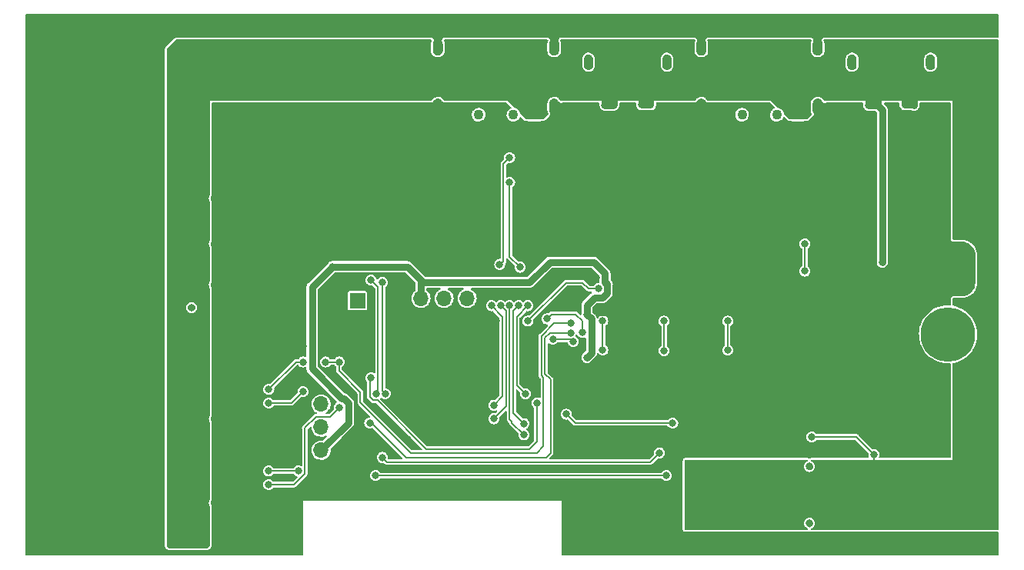
<source format=gbr>
%TF.GenerationSoftware,KiCad,Pcbnew,(5.99.0-10506-gb986797469)*%
%TF.CreationDate,2021-11-30T23:31:34+01:00*%
%TF.ProjectId,Power_Over_Regular_Normal_HUB,506f7765-725f-44f7-9665-725f52656775,rev?*%
%TF.SameCoordinates,Original*%
%TF.FileFunction,Copper,L2,Bot*%
%TF.FilePolarity,Positive*%
%FSLAX46Y46*%
G04 Gerber Fmt 4.6, Leading zero omitted, Abs format (unit mm)*
G04 Created by KiCad (PCBNEW (5.99.0-10506-gb986797469)) date 2021-11-30 23:31:34*
%MOMM*%
%LPD*%
G01*
G04 APERTURE LIST*
G04 Aperture macros list*
%AMRoundRect*
0 Rectangle with rounded corners*
0 $1 Rounding radius*
0 $2 $3 $4 $5 $6 $7 $8 $9 X,Y pos of 4 corners*
0 Add a 4 corners polygon primitive as box body*
4,1,4,$2,$3,$4,$5,$6,$7,$8,$9,$2,$3,0*
0 Add four circle primitives for the rounded corners*
1,1,$1+$1,$2,$3*
1,1,$1+$1,$4,$5*
1,1,$1+$1,$6,$7*
1,1,$1+$1,$8,$9*
0 Add four rect primitives between the rounded corners*
20,1,$1+$1,$2,$3,$4,$5,0*
20,1,$1+$1,$4,$5,$6,$7,0*
20,1,$1+$1,$6,$7,$8,$9,0*
20,1,$1+$1,$8,$9,$2,$3,0*%
G04 Aperture macros list end*
%TA.AperFunction,ComponentPad*%
%ADD10O,1.000000X1.700000*%
%TD*%
%TA.AperFunction,ComponentPad*%
%ADD11O,1.900000X1.100000*%
%TD*%
%TA.AperFunction,ComponentPad*%
%ADD12C,1.100000*%
%TD*%
%TA.AperFunction,ComponentPad*%
%ADD13O,1.100000X1.800000*%
%TD*%
%TA.AperFunction,ComponentPad*%
%ADD14R,1.700000X1.700000*%
%TD*%
%TA.AperFunction,ComponentPad*%
%ADD15O,1.700000X1.700000*%
%TD*%
%TA.AperFunction,ComponentPad*%
%ADD16O,1.700000X1.000000*%
%TD*%
%TA.AperFunction,ComponentPad*%
%ADD17RoundRect,1.500000X-1.500000X1.500000X-1.500000X-1.500000X1.500000X-1.500000X1.500000X1.500000X0*%
%TD*%
%TA.AperFunction,ComponentPad*%
%ADD18C,6.000000*%
%TD*%
%TA.AperFunction,ViaPad*%
%ADD19C,0.800000*%
%TD*%
%TA.AperFunction,Conductor*%
%ADD20C,0.200000*%
%TD*%
%TA.AperFunction,Conductor*%
%ADD21C,0.800000*%
%TD*%
G04 APERTURE END LIST*
D10*
%TO.P,P4,S1,SHIELD*%
%TO.N,GND*%
X154180000Y-59700000D03*
X162820000Y-59700000D03*
X162820000Y-63500000D03*
X154180000Y-63500000D03*
%TD*%
%TO.P,P7,S1,SHIELD*%
%TO.N,GND*%
X125180000Y-59700000D03*
X125180000Y-63500000D03*
X133820000Y-63500000D03*
X133820000Y-59700000D03*
%TD*%
D11*
%TO.P,J4,1,VBUS*%
%TO.N,+5V*%
X148250000Y-69290000D03*
D12*
%TO.P,J4,2,D-*%
%TO.N,unconnected-(J4-Pad2)*%
X145920000Y-69290000D03*
%TO.P,J4,3,D+*%
%TO.N,unconnected-(J4-Pad3)*%
X142080000Y-69290000D03*
D11*
%TO.P,J4,4,GND*%
%TO.N,GND*%
X139750000Y-69290000D03*
D12*
%TO.P,J4,5,Shield*%
X144000000Y-69290000D03*
D13*
X150400000Y-68410000D03*
X137600000Y-61860000D03*
X150400000Y-61860000D03*
X137600000Y-68410000D03*
%TD*%
D14*
%TO.P,J5,1,Pin_1*%
%TO.N,Net-(J5-Pad1)*%
X99750000Y-89750000D03*
%TD*%
%TO.P,J6,1,Pin_1*%
%TO.N,GND*%
X95750000Y-108750000D03*
D15*
%TO.P,J6,2,Pin_2*%
%TO.N,+3V3*%
X95750000Y-106210000D03*
%TO.P,J6,3,Pin_3*%
%TO.N,Net-(J6-Pad3)*%
X95750000Y-103670000D03*
%TO.P,J6,4,Pin_4*%
%TO.N,Net-(J6-Pad4)*%
X95750000Y-101130000D03*
%TD*%
D16*
%TO.P,P2,S1,SHIELD*%
%TO.N,GND*%
X68305000Y-80320000D03*
X64505000Y-80320000D03*
X68305000Y-71680000D03*
X64505000Y-71680000D03*
%TD*%
D14*
%TO.P,J7,1,Pin_1*%
%TO.N,GND*%
X104200000Y-89500000D03*
D15*
%TO.P,J7,2,Pin_2*%
%TO.N,+3V3*%
X106740000Y-89500000D03*
%TO.P,J7,3,Pin_3*%
%TO.N,/SCL*%
X109280000Y-89500000D03*
%TO.P,J7,4,Pin_4*%
%TO.N,/SDA*%
X111820000Y-89500000D03*
%TD*%
D16*
%TO.P,P6,S1,SHIELD*%
%TO.N,GND*%
X64505000Y-107680000D03*
X68305000Y-116320000D03*
X68305000Y-107680000D03*
X64505000Y-116320000D03*
%TD*%
%TO.P,P5,S1,SHIELD*%
%TO.N,GND*%
X64505000Y-104320000D03*
X68305000Y-95680000D03*
X64505000Y-95680000D03*
X68305000Y-104320000D03*
%TD*%
%TO.P,P3,S1,SHIELD*%
%TO.N,GND*%
X64505000Y-92320000D03*
X68305000Y-83680000D03*
X68305000Y-92320000D03*
X64505000Y-83680000D03*
%TD*%
D11*
%TO.P,J1,1,VBUS*%
%TO.N,+5V*%
X119250000Y-69290000D03*
D12*
%TO.P,J1,2,D-*%
%TO.N,unconnected-(J1-Pad2)*%
X116920000Y-69290000D03*
%TO.P,J1,3,D+*%
%TO.N,unconnected-(J1-Pad3)*%
X113080000Y-69290000D03*
D11*
%TO.P,J1,4,GND*%
%TO.N,GND*%
X110750000Y-69290000D03*
D13*
%TO.P,J1,5,Shield*%
X121400000Y-61860000D03*
X108600000Y-68410000D03*
X108600000Y-61860000D03*
X121400000Y-68410000D03*
D12*
X115000000Y-69290000D03*
%TD*%
D16*
%TO.P,P1,S1,SHIELD*%
%TO.N,GND*%
X64505000Y-68320000D03*
X64505000Y-59680000D03*
X68305000Y-59680000D03*
X68305000Y-68320000D03*
%TD*%
D17*
%TO.P,J2,1,Pin_1*%
%TO.N,GND*%
X164750000Y-86250000D03*
D18*
%TO.P,J2,2,Pin_2*%
%TO.N,Net-(C28-Pad1)*%
X164750000Y-93450000D03*
%TD*%
D19*
%TO.N,/C1*%
X114750000Y-101250000D03*
X115400980Y-85750000D03*
X114500497Y-90300500D03*
X116500000Y-74000000D03*
%TO.N,GND*%
X151470498Y-84750000D03*
X119500000Y-89500000D03*
X84000000Y-102750000D03*
X118250000Y-111000000D03*
X88500000Y-110250000D03*
X69500000Y-117250000D03*
X90250000Y-73750000D03*
X160500000Y-87500000D03*
X96750000Y-60250000D03*
X123500000Y-105250000D03*
X93250000Y-111250000D03*
X128000000Y-86500000D03*
X164250000Y-68750000D03*
X153750000Y-80000000D03*
X114250000Y-111000000D03*
X135250000Y-77750000D03*
X114250000Y-95000000D03*
X135750000Y-68500000D03*
X112500000Y-108250000D03*
X148250000Y-92000000D03*
X98500000Y-92500000D03*
X143750000Y-92500000D03*
X123250000Y-117250000D03*
X91500000Y-106500000D03*
X143500000Y-90250000D03*
X71750000Y-71250000D03*
X150400000Y-93200000D03*
X102250000Y-111000000D03*
X84000000Y-88000000D03*
X88250000Y-100500000D03*
X154000000Y-70500000D03*
X127500000Y-60000000D03*
X119500000Y-99750000D03*
X121750000Y-97250000D03*
X91250000Y-78750000D03*
X120250000Y-109750000D03*
X123500000Y-88500000D03*
X121500000Y-86750000D03*
X130000000Y-83000000D03*
X76000000Y-70500000D03*
X75000000Y-97750000D03*
X169000000Y-60000000D03*
X128250000Y-91750000D03*
X81500000Y-90500000D03*
X161000000Y-60000000D03*
X120750000Y-74250000D03*
X103750000Y-94750000D03*
X120750000Y-76750000D03*
X158750000Y-71000000D03*
X98750000Y-87250000D03*
X113750000Y-102000000D03*
X117750000Y-60000000D03*
X121250000Y-95500000D03*
X114500000Y-85250000D03*
X155500000Y-95000000D03*
X157750000Y-95000000D03*
X148250000Y-77750000D03*
X136000000Y-97000000D03*
X74750000Y-107500000D03*
X118500000Y-102250000D03*
X90750000Y-103750000D03*
X88250000Y-82500000D03*
X139250000Y-91500000D03*
X160250000Y-84500000D03*
X74000000Y-109500000D03*
X105250000Y-105000000D03*
X161250000Y-106000000D03*
X121500000Y-84000000D03*
X64000000Y-115000000D03*
X164500000Y-106000000D03*
X129000000Y-69250000D03*
X84000000Y-78500000D03*
X94250000Y-102000000D03*
X140500000Y-82000000D03*
X139000000Y-86750000D03*
X100250000Y-68500000D03*
X96750000Y-94500000D03*
X128250000Y-89750000D03*
X93250000Y-78000000D03*
X161750000Y-82500000D03*
X156500000Y-60000000D03*
X164250000Y-80250000D03*
X118500000Y-93000000D03*
X71000000Y-66750000D03*
X149750000Y-82000000D03*
X126500000Y-98750000D03*
X146750000Y-94750000D03*
X159250000Y-106000000D03*
X124000000Y-68500000D03*
X84000000Y-83500000D03*
X149500000Y-108000000D03*
X91250000Y-111000000D03*
X149500000Y-114250000D03*
X84000000Y-112000000D03*
X149750000Y-99750000D03*
X94000000Y-87000000D03*
X78000000Y-117250000D03*
X148500000Y-102750000D03*
X119000000Y-86000000D03*
X78500000Y-61000000D03*
X145000000Y-99250000D03*
X148250000Y-81750000D03*
X151500000Y-83000000D03*
X166000000Y-60000000D03*
X123250000Y-112500000D03*
X84250000Y-68500000D03*
X132000000Y-91500000D03*
X147000000Y-97250000D03*
X88500000Y-115500000D03*
X160750000Y-89750000D03*
X76250000Y-112250000D03*
X93250000Y-117250000D03*
X90250000Y-97750000D03*
X89250000Y-91000000D03*
X88250000Y-106750000D03*
X124750000Y-84000000D03*
X128250000Y-97500000D03*
X91250000Y-90000000D03*
X158500000Y-68500000D03*
X150250000Y-94750000D03*
X93750000Y-94750000D03*
X123500000Y-98750000D03*
X109750000Y-77750000D03*
X74000000Y-99750000D03*
X115000000Y-92000000D03*
X144750000Y-94500000D03*
X113500000Y-89500000D03*
X135000000Y-91500000D03*
X142250000Y-95500000D03*
X126000000Y-87250000D03*
X91250000Y-109250000D03*
X162750000Y-90250000D03*
X131500000Y-60000000D03*
X119000000Y-97500000D03*
%TO.N,/C2*%
X117669132Y-86070112D03*
X116500000Y-76750000D03*
X118499503Y-90300500D03*
X118250000Y-100000000D03*
%TO.N,/C3*%
X117500000Y-90300500D03*
X118069304Y-103272870D03*
%TO.N,+5V*%
X156580378Y-106669622D03*
X80750000Y-97500000D03*
X80500000Y-77500000D03*
X80500000Y-106000000D03*
X156000000Y-65250000D03*
X157000000Y-65250000D03*
X160050000Y-68200000D03*
X80525000Y-96475000D03*
X127000000Y-65250000D03*
X161000000Y-65250000D03*
X80725000Y-107025000D03*
X136500000Y-111750000D03*
X149750000Y-104750000D03*
X82225000Y-115525000D03*
X80725000Y-116525000D03*
X132000000Y-68200000D03*
X131000000Y-65250000D03*
X160000000Y-65250000D03*
X161000000Y-68250000D03*
X128000000Y-65250000D03*
X82225000Y-106025000D03*
X81975000Y-107025000D03*
X136500000Y-110500000D03*
X136500000Y-109250000D03*
X81975000Y-116525000D03*
X156000000Y-68250000D03*
X149000000Y-86500000D03*
X81975000Y-78525000D03*
X80725000Y-78525000D03*
X132000000Y-65250000D03*
X82225000Y-77525000D03*
X82250000Y-96500000D03*
X80725000Y-88025000D03*
X136500000Y-113000000D03*
X127950000Y-68200000D03*
X80500000Y-87000000D03*
X157000000Y-68250000D03*
X157500000Y-85500000D03*
X136500000Y-114250000D03*
X127000000Y-68250000D03*
X81975000Y-88025000D03*
X131050000Y-68200000D03*
X80500000Y-115500000D03*
X82000000Y-97500000D03*
X82225000Y-87025000D03*
X136500000Y-108000000D03*
X149000000Y-83500000D03*
%TO.N,+3V3*%
X97000000Y-86000000D03*
X125000000Y-91250000D03*
X125000000Y-96000000D03*
%TO.N,/C4*%
X114750000Y-102750000D03*
X115500000Y-90300500D03*
%TO.N,/C5*%
X116500000Y-90300500D03*
X118075779Y-104521976D03*
%TO.N,/USB2*%
X121250000Y-94000000D03*
X123500000Y-94250000D03*
%TO.N,/USB3*%
X120602431Y-91750000D03*
X124500500Y-93250000D03*
%TO.N,/USB4*%
X96250000Y-96500000D03*
X97750000Y-96500000D03*
X90000000Y-99500000D03*
X123199990Y-92250000D03*
X93750000Y-96500000D03*
%TO.N,/USB5*%
X123199500Y-93296740D03*
X93250000Y-108500000D03*
X90000000Y-108500000D03*
X101099502Y-103205500D03*
%TO.N,/SCL*%
X102500000Y-87750000D03*
X102800500Y-100000000D03*
%TO.N,/SDA*%
X101250000Y-87500000D03*
X101800997Y-100000000D03*
%TO.N,/PWR4*%
X93750000Y-99750000D03*
X90000000Y-101000000D03*
%TO.N,/PWR5*%
X90000000Y-110000000D03*
X97750000Y-101500000D03*
%TO.N,/RES1*%
X122750000Y-102250000D03*
X140500000Y-92000000D03*
X140500000Y-95199500D03*
X134449500Y-103250000D03*
%TO.N,/RES2*%
X126750000Y-92000000D03*
X101250000Y-98250000D03*
X126750000Y-95199500D03*
X119500000Y-101000000D03*
%TO.N,/RES3*%
X133000000Y-106500000D03*
X102500000Y-107000000D03*
%TO.N,/RES4*%
X126250500Y-88418246D03*
X118500000Y-92000000D03*
%TO.N,/RES5*%
X133500000Y-95250000D03*
X101750000Y-109000000D03*
X133750000Y-109000000D03*
X133500000Y-92000000D03*
%TD*%
D20*
%TO.N,/C1*%
X115500000Y-85750000D02*
X115400980Y-85750000D01*
X115700960Y-100299040D02*
X114750000Y-101250000D01*
X115700960Y-91500963D02*
X115700960Y-100299040D01*
X115800489Y-85449511D02*
X115500000Y-85750000D01*
X115800489Y-74699511D02*
X115800489Y-85449511D01*
X114500497Y-90300500D02*
X115700960Y-91500963D01*
X116500000Y-74000000D02*
X115800489Y-74699511D01*
%TO.N,/C2*%
X117299040Y-99049040D02*
X118250000Y-100000000D01*
X116500000Y-84900980D02*
X117669132Y-86070112D01*
X116500000Y-76750000D02*
X116500000Y-84900980D01*
X118499503Y-90300500D02*
X117299040Y-91500963D01*
X117299040Y-91500963D02*
X117299040Y-99049040D01*
%TO.N,/C3*%
X116899520Y-90900980D02*
X117500000Y-90300500D01*
X116899520Y-102103086D02*
X116899520Y-90900980D01*
X118069304Y-103272870D02*
X116899520Y-102103086D01*
%TO.N,+5V*%
X149000000Y-83500000D02*
X149000000Y-86500000D01*
D21*
X127950000Y-67200000D02*
X127050000Y-67200000D01*
X131100000Y-67000000D02*
X132000000Y-67000000D01*
X127950000Y-68200000D02*
X127000000Y-67250000D01*
X131050000Y-67050000D02*
X131100000Y-67000000D01*
X156000000Y-68250000D02*
X157000000Y-68250000D01*
X127000000Y-68250000D02*
X127000000Y-67250000D01*
X157000000Y-68250000D02*
X157000000Y-67500000D01*
X131050000Y-68200000D02*
X132000000Y-68200000D01*
D20*
X154660756Y-104750000D02*
X149750000Y-104750000D01*
D21*
X127900000Y-68250000D02*
X127950000Y-68200000D01*
X127050000Y-67200000D02*
X127000000Y-67250000D01*
X127000000Y-68250000D02*
X127900000Y-68250000D01*
X160050000Y-68200000D02*
X160950000Y-68200000D01*
X161000000Y-68250000D02*
X161000000Y-67500000D01*
X157500000Y-68750000D02*
X157000000Y-68250000D01*
X157500000Y-85500000D02*
X157500000Y-68750000D01*
X131050000Y-68200000D02*
X131050000Y-67050000D01*
X156000000Y-67500000D02*
X156750000Y-67500000D01*
X132000000Y-68200000D02*
X132000000Y-68000000D01*
X160000000Y-68150000D02*
X160050000Y-68200000D01*
X131050000Y-68200000D02*
X131050000Y-67950000D01*
D20*
X156580378Y-106669622D02*
X156580378Y-107919622D01*
X156580378Y-106669622D02*
X154660756Y-104750000D01*
D21*
X160000000Y-67500000D02*
X160000000Y-68150000D01*
D20*
X156580378Y-107919622D02*
X156500000Y-108000000D01*
D21*
X156000000Y-68250000D02*
X156000000Y-67500000D01*
X132000000Y-68000000D02*
X131050000Y-67050000D01*
X156750000Y-67500000D02*
X156000000Y-68250000D01*
X131050000Y-67950000D02*
X132000000Y-67000000D01*
X161000000Y-67500000D02*
X160000000Y-67500000D01*
X127950000Y-68200000D02*
X127950000Y-67200000D01*
X157000000Y-67500000D02*
X156750000Y-67500000D01*
X132000000Y-68200000D02*
X132000000Y-67000000D01*
X160950000Y-68200000D02*
X161000000Y-68250000D01*
%TO.N,+3V3*%
X127000489Y-86750489D02*
X127000489Y-87688958D01*
X94750000Y-88250000D02*
X97000000Y-86000000D01*
X106740000Y-87490000D02*
X106740000Y-89500000D01*
X98749511Y-101020234D02*
X98229766Y-100500489D01*
X126730266Y-89417757D02*
X125832243Y-89417757D01*
X125000000Y-96000000D02*
X125500000Y-95500000D01*
X98749511Y-103210489D02*
X98749511Y-101020234D01*
X97000000Y-86000000D02*
X105250000Y-86000000D01*
X98229766Y-100500489D02*
X98000489Y-100500489D01*
X108576255Y-87750000D02*
X109000000Y-87750000D01*
X125500000Y-95500000D02*
X125500000Y-91750000D01*
X105250000Y-86000000D02*
X106740000Y-87490000D01*
X118687500Y-87750000D02*
X120937500Y-85500000D01*
X120937500Y-85500000D02*
X125750000Y-85500000D01*
X109000000Y-87750000D02*
X107000000Y-87750000D01*
X107000000Y-87750000D02*
X106740000Y-87490000D01*
X127250011Y-87938480D02*
X127250011Y-88898012D01*
X98000489Y-100500489D02*
X94750000Y-97250000D01*
X125750000Y-85500000D02*
X127000489Y-86750489D01*
X109000000Y-87750000D02*
X118687500Y-87750000D01*
X125832243Y-89417757D02*
X125000000Y-90250000D01*
X95750000Y-106210000D02*
X98749511Y-103210489D01*
X127000489Y-87688958D02*
X127250011Y-87938480D01*
X94750000Y-97250000D02*
X94750000Y-88250000D01*
X127250011Y-88898012D02*
X126730266Y-89417757D01*
X125500000Y-91750000D02*
X125000000Y-91250000D01*
X125000000Y-90250000D02*
X125000000Y-91250000D01*
D20*
%TO.N,/C4*%
X116100480Y-90900980D02*
X116100480Y-101399520D01*
X116100480Y-101399520D02*
X114750000Y-102750000D01*
X115500000Y-90300500D02*
X116100480Y-90900980D01*
X115500000Y-90300500D02*
X115500000Y-90302274D01*
%TO.N,/C5*%
X116750000Y-103065006D02*
X116500000Y-102815006D01*
X118075779Y-104521976D02*
X116750000Y-103196197D01*
X116750000Y-103196197D02*
X116750000Y-103065006D01*
X116500000Y-102815006D02*
X116500000Y-90300500D01*
%TO.N,/USB2*%
X123500000Y-94250000D02*
X123250000Y-94000000D01*
X123250000Y-94000000D02*
X121250000Y-94000000D01*
%TO.N,/USB3*%
X123750000Y-91250000D02*
X124500500Y-92000500D01*
X120602431Y-91750000D02*
X121102431Y-91250000D01*
X124500500Y-92000500D02*
X124500500Y-93250000D01*
X121102431Y-91250000D02*
X123750000Y-91250000D01*
%TO.N,/USB4*%
X105634779Y-106500000D02*
X100067390Y-100932610D01*
X93750000Y-96500000D02*
X93000000Y-96500000D01*
X97750000Y-97500000D02*
X97750000Y-96500000D01*
X96250000Y-96500000D02*
X97750000Y-96500000D01*
X120199511Y-105800489D02*
X119500000Y-106500000D01*
X120199511Y-98199511D02*
X120199511Y-105800489D01*
X100067390Y-100932610D02*
X100067390Y-99817390D01*
X93000000Y-96500000D02*
X90000000Y-99500000D01*
X123199990Y-92250000D02*
X121399717Y-92250000D01*
X121399717Y-92250000D02*
X120000000Y-93649717D01*
X120000000Y-93649717D02*
X120000000Y-98000000D01*
X100067390Y-99817390D02*
X97750000Y-97500000D01*
X119500000Y-106500000D02*
X105634779Y-106500000D01*
X120000000Y-98000000D02*
X120199511Y-98199511D01*
%TO.N,/USB5*%
X120500000Y-107000000D02*
X121000000Y-106500000D01*
X121000000Y-106500000D02*
X121000000Y-98434994D01*
X101099502Y-103205500D02*
X101305002Y-103205500D01*
X120399520Y-97834514D02*
X120399520Y-93815203D01*
X120399520Y-93815203D02*
X120917983Y-93296740D01*
X90000000Y-108500000D02*
X93250000Y-108500000D01*
X120917983Y-93296740D02*
X123199500Y-93296740D01*
X121000000Y-98434994D02*
X120399520Y-97834514D01*
X105099502Y-107000000D02*
X120500000Y-107000000D01*
X101305002Y-103205500D02*
X105099502Y-107000000D01*
%TO.N,/SCL*%
X102800500Y-100000000D02*
X102500000Y-99699500D01*
X102500000Y-99699500D02*
X102500000Y-87750000D01*
%TO.N,/SDA*%
X102000000Y-88250000D02*
X101250000Y-87500000D01*
X101800997Y-100000000D02*
X102000000Y-99800997D01*
X102000000Y-99800997D02*
X102000000Y-88250000D01*
%TO.N,/PWR4*%
X93750000Y-99750000D02*
X92500000Y-101000000D01*
X92500000Y-101000000D02*
X90000000Y-101000000D01*
%TO.N,/PWR5*%
X93949511Y-103769212D02*
X93949511Y-108835766D01*
X96729511Y-102520489D02*
X95198234Y-102520489D01*
X95198234Y-102520489D02*
X93949511Y-103769212D01*
X97750000Y-101500000D02*
X96729511Y-102520489D01*
X92785277Y-110000000D02*
X90000000Y-110000000D01*
X93949511Y-108835766D02*
X92785277Y-110000000D01*
%TO.N,/RES1*%
X140500000Y-95199500D02*
X140500000Y-92000000D01*
X134412000Y-103212500D02*
X134449500Y-103250000D01*
X122750000Y-102250000D02*
X123712500Y-103212500D01*
X123712500Y-103212500D02*
X134412000Y-103212500D01*
%TO.N,/RES2*%
X118649520Y-106100480D02*
X119500000Y-105250000D01*
X101949511Y-100699511D02*
X107350480Y-106100480D01*
X101250000Y-98250000D02*
X101101486Y-98398514D01*
X126750000Y-95199500D02*
X126750000Y-92000000D01*
X101101486Y-98398514D02*
X101101486Y-100335766D01*
X101465231Y-100699511D02*
X101949511Y-100699511D01*
X119500000Y-105250000D02*
X119500000Y-101000000D01*
X107350480Y-106100480D02*
X118649520Y-106100480D01*
X101101486Y-100335766D02*
X101465231Y-100699511D01*
%TO.N,/RES3*%
X132000000Y-107500000D02*
X133000000Y-106500000D01*
X102500000Y-107000000D02*
X103000000Y-107500000D01*
X103000000Y-107500000D02*
X132000000Y-107500000D01*
%TO.N,/RES4*%
X122699511Y-87800489D02*
X118500000Y-92000000D01*
X126250500Y-88418246D02*
X125168246Y-88418246D01*
X125168246Y-88418246D02*
X124550489Y-87800489D01*
X124550489Y-87800489D02*
X122699511Y-87800489D01*
%TO.N,/RES5*%
X101750000Y-109000000D02*
X133750000Y-109000000D01*
X133500000Y-95250000D02*
X133500000Y-92000000D01*
%TD*%
%TA.AperFunction,Conductor*%
%TO.N,GND*%
G36*
X170259191Y-58218907D02*
G01*
X170295155Y-58268407D01*
X170300000Y-58299000D01*
X170300000Y-60701000D01*
X170281093Y-60759191D01*
X170231593Y-60795155D01*
X170201000Y-60800000D01*
X151146238Y-60800000D01*
X151144603Y-60800109D01*
X151144601Y-60800109D01*
X151141665Y-60800305D01*
X151119702Y-60801768D01*
X151093661Y-60805254D01*
X151010537Y-60836230D01*
X150959369Y-60869778D01*
X150957628Y-60871157D01*
X150957619Y-60871164D01*
X150939787Y-60885294D01*
X150931266Y-60892046D01*
X150882001Y-60966177D01*
X150860324Y-61023394D01*
X150859731Y-61025517D01*
X150859728Y-61025526D01*
X150857726Y-61032695D01*
X150850678Y-61057926D01*
X150854394Y-61146857D01*
X150870487Y-61205886D01*
X150872084Y-61209431D01*
X150872085Y-61209434D01*
X150893057Y-61255989D01*
X150895852Y-61262871D01*
X150935081Y-61370940D01*
X150935330Y-61371625D01*
X150940620Y-61393983D01*
X150949834Y-61473017D01*
X150950500Y-61484481D01*
X150950500Y-62264089D01*
X150947663Y-62287619D01*
X150922135Y-62391946D01*
X150914142Y-62413439D01*
X150894492Y-62451920D01*
X150866271Y-62507187D01*
X150853549Y-62526263D01*
X150785404Y-62606475D01*
X150768636Y-62622112D01*
X150730918Y-62649870D01*
X150690743Y-62679436D01*
X150683848Y-62684510D01*
X150663936Y-62695868D01*
X150610026Y-62718806D01*
X150567075Y-62737082D01*
X150545083Y-62743554D01*
X150441344Y-62761380D01*
X150418446Y-62762620D01*
X150410421Y-62762122D01*
X150313387Y-62756102D01*
X150290827Y-62752043D01*
X150240453Y-62736786D01*
X150240451Y-62736785D01*
X150240447Y-62736784D01*
X150240442Y-62736782D01*
X150210196Y-62727622D01*
X150190079Y-62721529D01*
X150169052Y-62712386D01*
X150130340Y-62689900D01*
X150078034Y-62659518D01*
X150059675Y-62645784D01*
X150033250Y-62620752D01*
X150033249Y-62620751D01*
X149983259Y-62573394D01*
X149968552Y-62555805D01*
X149949183Y-62526263D01*
X149910833Y-62467770D01*
X149900572Y-62447279D01*
X149890854Y-62420508D01*
X149864654Y-62348329D01*
X149859380Y-62326017D01*
X149854904Y-62287619D01*
X149850166Y-62246983D01*
X149849500Y-62235519D01*
X149849500Y-61455910D01*
X149852337Y-61432379D01*
X149865564Y-61378326D01*
X149865567Y-61378314D01*
X149867372Y-61370940D01*
X149877867Y-61328050D01*
X149885859Y-61306559D01*
X149908269Y-61262673D01*
X149908275Y-61262662D01*
X149911682Y-61255989D01*
X149922413Y-61234974D01*
X149929028Y-61220650D01*
X149935013Y-61206221D01*
X149950275Y-61129593D01*
X149950275Y-61068407D01*
X149947061Y-61032695D01*
X149943086Y-61023394D01*
X149932213Y-60997958D01*
X149912078Y-60950850D01*
X149876114Y-60901350D01*
X149852523Y-60874347D01*
X149842831Y-60868556D01*
X149780883Y-60831545D01*
X149780884Y-60831545D01*
X149776113Y-60828695D01*
X149770834Y-60826980D01*
X149770830Y-60826978D01*
X149721625Y-60810991D01*
X149721623Y-60810991D01*
X149717922Y-60809788D01*
X149714078Y-60809179D01*
X149714073Y-60809178D01*
X149659968Y-60800609D01*
X149659963Y-60800609D01*
X149656120Y-60800000D01*
X138346238Y-60800000D01*
X138344603Y-60800109D01*
X138344601Y-60800109D01*
X138341665Y-60800305D01*
X138319702Y-60801768D01*
X138293661Y-60805254D01*
X138210537Y-60836230D01*
X138159369Y-60869778D01*
X138157628Y-60871157D01*
X138157619Y-60871164D01*
X138139787Y-60885294D01*
X138131266Y-60892046D01*
X138082001Y-60966177D01*
X138060324Y-61023394D01*
X138059731Y-61025517D01*
X138059728Y-61025526D01*
X138057726Y-61032695D01*
X138050678Y-61057926D01*
X138054394Y-61146857D01*
X138070487Y-61205886D01*
X138072084Y-61209431D01*
X138072085Y-61209434D01*
X138093057Y-61255989D01*
X138095852Y-61262871D01*
X138135081Y-61370940D01*
X138135330Y-61371625D01*
X138140620Y-61393983D01*
X138149834Y-61473017D01*
X138150500Y-61484481D01*
X138150500Y-62264089D01*
X138147663Y-62287619D01*
X138122135Y-62391946D01*
X138114142Y-62413439D01*
X138094492Y-62451920D01*
X138066271Y-62507187D01*
X138053549Y-62526263D01*
X137985404Y-62606475D01*
X137968636Y-62622112D01*
X137930918Y-62649870D01*
X137890743Y-62679436D01*
X137883848Y-62684510D01*
X137863936Y-62695868D01*
X137810026Y-62718806D01*
X137767075Y-62737082D01*
X137745083Y-62743554D01*
X137641344Y-62761380D01*
X137618446Y-62762620D01*
X137610421Y-62762122D01*
X137513387Y-62756102D01*
X137490827Y-62752043D01*
X137440453Y-62736786D01*
X137440451Y-62736785D01*
X137440447Y-62736784D01*
X137440442Y-62736782D01*
X137410196Y-62727622D01*
X137390079Y-62721529D01*
X137369052Y-62712386D01*
X137330340Y-62689900D01*
X137278034Y-62659518D01*
X137259675Y-62645784D01*
X137233250Y-62620752D01*
X137233249Y-62620751D01*
X137183259Y-62573394D01*
X137168552Y-62555805D01*
X137149183Y-62526263D01*
X137110833Y-62467770D01*
X137100572Y-62447279D01*
X137090854Y-62420508D01*
X137064654Y-62348329D01*
X137059380Y-62326017D01*
X137054904Y-62287619D01*
X137050166Y-62246983D01*
X137049500Y-62235519D01*
X137049500Y-61455910D01*
X137052337Y-61432379D01*
X137065564Y-61378326D01*
X137065567Y-61378314D01*
X137067372Y-61370940D01*
X137077867Y-61328050D01*
X137085859Y-61306559D01*
X137108269Y-61262673D01*
X137108275Y-61262662D01*
X137111682Y-61255989D01*
X137122413Y-61234974D01*
X137129028Y-61220650D01*
X137135013Y-61206221D01*
X137150275Y-61129593D01*
X137150275Y-61068407D01*
X137147061Y-61032695D01*
X137143086Y-61023394D01*
X137132213Y-60997958D01*
X137112078Y-60950850D01*
X137076114Y-60901350D01*
X137052523Y-60874347D01*
X137042831Y-60868556D01*
X136980883Y-60831545D01*
X136980884Y-60831545D01*
X136976113Y-60828695D01*
X136970834Y-60826980D01*
X136970830Y-60826978D01*
X136921625Y-60810991D01*
X136921623Y-60810991D01*
X136917922Y-60809788D01*
X136914078Y-60809179D01*
X136914073Y-60809178D01*
X136859968Y-60800609D01*
X136859963Y-60800609D01*
X136856120Y-60800000D01*
X122146238Y-60800000D01*
X122144603Y-60800109D01*
X122144601Y-60800109D01*
X122141665Y-60800305D01*
X122119702Y-60801768D01*
X122093661Y-60805254D01*
X122010537Y-60836230D01*
X121959369Y-60869778D01*
X121957628Y-60871157D01*
X121957619Y-60871164D01*
X121939787Y-60885294D01*
X121931266Y-60892046D01*
X121882001Y-60966177D01*
X121860324Y-61023394D01*
X121859731Y-61025517D01*
X121859728Y-61025526D01*
X121857726Y-61032695D01*
X121850678Y-61057926D01*
X121854394Y-61146857D01*
X121870487Y-61205886D01*
X121872084Y-61209431D01*
X121872085Y-61209434D01*
X121893057Y-61255989D01*
X121895852Y-61262871D01*
X121935081Y-61370940D01*
X121935330Y-61371625D01*
X121940620Y-61393983D01*
X121949834Y-61473017D01*
X121950500Y-61484481D01*
X121950500Y-62264089D01*
X121947663Y-62287619D01*
X121922135Y-62391946D01*
X121914142Y-62413439D01*
X121894492Y-62451920D01*
X121866271Y-62507187D01*
X121853549Y-62526263D01*
X121785404Y-62606475D01*
X121768636Y-62622112D01*
X121730918Y-62649870D01*
X121690743Y-62679436D01*
X121683848Y-62684510D01*
X121663936Y-62695868D01*
X121610026Y-62718806D01*
X121567075Y-62737082D01*
X121545083Y-62743554D01*
X121441344Y-62761380D01*
X121418446Y-62762620D01*
X121410421Y-62762122D01*
X121313387Y-62756102D01*
X121290827Y-62752043D01*
X121240453Y-62736786D01*
X121240451Y-62736785D01*
X121240447Y-62736784D01*
X121240442Y-62736782D01*
X121210196Y-62727622D01*
X121190079Y-62721529D01*
X121169052Y-62712386D01*
X121130340Y-62689900D01*
X121078034Y-62659518D01*
X121059675Y-62645784D01*
X121033250Y-62620752D01*
X121033249Y-62620751D01*
X120983259Y-62573394D01*
X120968552Y-62555805D01*
X120949183Y-62526263D01*
X120910833Y-62467770D01*
X120900572Y-62447279D01*
X120890854Y-62420508D01*
X120864654Y-62348329D01*
X120859380Y-62326017D01*
X120854904Y-62287619D01*
X120850166Y-62246983D01*
X120849500Y-62235519D01*
X120849500Y-61455910D01*
X120852337Y-61432379D01*
X120865564Y-61378326D01*
X120865567Y-61378314D01*
X120867372Y-61370940D01*
X120877867Y-61328050D01*
X120885859Y-61306559D01*
X120908269Y-61262673D01*
X120908275Y-61262662D01*
X120911682Y-61255989D01*
X120922413Y-61234974D01*
X120929028Y-61220650D01*
X120935013Y-61206221D01*
X120950275Y-61129593D01*
X120950275Y-61068407D01*
X120947061Y-61032695D01*
X120943086Y-61023394D01*
X120932213Y-60997958D01*
X120912078Y-60950850D01*
X120876114Y-60901350D01*
X120852523Y-60874347D01*
X120842831Y-60868556D01*
X120780883Y-60831545D01*
X120780884Y-60831545D01*
X120776113Y-60828695D01*
X120770834Y-60826980D01*
X120770830Y-60826978D01*
X120721625Y-60810991D01*
X120721623Y-60810991D01*
X120717922Y-60809788D01*
X120714078Y-60809179D01*
X120714073Y-60809178D01*
X120659968Y-60800609D01*
X120659963Y-60800609D01*
X120656120Y-60800000D01*
X109346238Y-60800000D01*
X109344603Y-60800109D01*
X109344601Y-60800109D01*
X109341665Y-60800305D01*
X109319702Y-60801768D01*
X109293661Y-60805254D01*
X109210537Y-60836230D01*
X109159369Y-60869778D01*
X109157628Y-60871157D01*
X109157619Y-60871164D01*
X109139787Y-60885294D01*
X109131266Y-60892046D01*
X109082001Y-60966177D01*
X109060324Y-61023394D01*
X109059731Y-61025517D01*
X109059728Y-61025526D01*
X109057726Y-61032695D01*
X109050678Y-61057926D01*
X109054394Y-61146857D01*
X109070487Y-61205886D01*
X109072084Y-61209431D01*
X109072085Y-61209434D01*
X109093057Y-61255989D01*
X109095852Y-61262871D01*
X109135081Y-61370940D01*
X109135330Y-61371625D01*
X109140620Y-61393983D01*
X109149834Y-61473017D01*
X109150500Y-61484481D01*
X109150500Y-62264089D01*
X109147663Y-62287619D01*
X109122135Y-62391946D01*
X109114142Y-62413439D01*
X109094492Y-62451920D01*
X109066271Y-62507187D01*
X109053549Y-62526263D01*
X108985404Y-62606475D01*
X108968636Y-62622112D01*
X108930918Y-62649870D01*
X108890743Y-62679436D01*
X108883848Y-62684510D01*
X108863936Y-62695868D01*
X108810026Y-62718806D01*
X108767075Y-62737082D01*
X108745083Y-62743554D01*
X108641344Y-62761380D01*
X108618446Y-62762620D01*
X108610421Y-62762122D01*
X108513387Y-62756102D01*
X108490827Y-62752043D01*
X108440453Y-62736786D01*
X108440451Y-62736785D01*
X108440447Y-62736784D01*
X108440442Y-62736782D01*
X108410196Y-62727622D01*
X108390079Y-62721529D01*
X108369052Y-62712386D01*
X108330340Y-62689900D01*
X108278034Y-62659518D01*
X108259675Y-62645784D01*
X108233250Y-62620752D01*
X108233249Y-62620751D01*
X108183259Y-62573394D01*
X108168552Y-62555805D01*
X108149183Y-62526263D01*
X108110833Y-62467770D01*
X108100572Y-62447279D01*
X108090854Y-62420508D01*
X108064654Y-62348329D01*
X108059380Y-62326017D01*
X108054904Y-62287619D01*
X108050166Y-62246983D01*
X108049500Y-62235519D01*
X108049500Y-61455910D01*
X108052337Y-61432379D01*
X108065564Y-61378326D01*
X108065567Y-61378314D01*
X108067372Y-61370940D01*
X108077867Y-61328050D01*
X108085859Y-61306559D01*
X108108269Y-61262673D01*
X108108275Y-61262662D01*
X108111682Y-61255989D01*
X108122413Y-61234974D01*
X108129028Y-61220650D01*
X108135013Y-61206221D01*
X108150275Y-61129593D01*
X108150275Y-61068407D01*
X108147061Y-61032695D01*
X108143086Y-61023394D01*
X108132213Y-60997958D01*
X108112078Y-60950850D01*
X108076114Y-60901350D01*
X108052523Y-60874347D01*
X108042831Y-60868556D01*
X107980883Y-60831545D01*
X107980884Y-60831545D01*
X107976113Y-60828695D01*
X107970834Y-60826980D01*
X107970830Y-60826978D01*
X107921625Y-60810991D01*
X107921623Y-60810991D01*
X107917922Y-60809788D01*
X107914078Y-60809179D01*
X107914073Y-60809178D01*
X107859968Y-60800609D01*
X107859963Y-60800609D01*
X107856120Y-60800000D01*
X79791008Y-60800000D01*
X79790076Y-60800037D01*
X79790057Y-60800037D01*
X79776269Y-60800579D01*
X79776246Y-60800580D01*
X79775314Y-60800617D01*
X79774374Y-60800691D01*
X79774357Y-60800692D01*
X79770591Y-60800989D01*
X79759827Y-60801836D01*
X79755146Y-60803156D01*
X79755147Y-60803156D01*
X79689404Y-60821697D01*
X79689401Y-60821698D01*
X79684725Y-60823017D01*
X79630208Y-60850794D01*
X79627059Y-60853082D01*
X79582722Y-60885294D01*
X79582719Y-60885297D01*
X79579583Y-60887575D01*
X78637575Y-61829583D01*
X78626913Y-61841116D01*
X78616824Y-61852929D01*
X78578695Y-61921015D01*
X78559788Y-61979206D01*
X78550000Y-62041008D01*
X78550000Y-116708992D01*
X78550617Y-116724686D01*
X78551836Y-116740173D01*
X78553156Y-116744853D01*
X78559387Y-116766945D01*
X78573017Y-116815275D01*
X78600794Y-116869792D01*
X78603082Y-116872941D01*
X78628657Y-116908142D01*
X78637575Y-116920417D01*
X78829583Y-117112425D01*
X78830265Y-117113055D01*
X78830278Y-117113068D01*
X78832050Y-117114706D01*
X78841116Y-117123087D01*
X78852929Y-117133176D01*
X78921015Y-117171305D01*
X78979206Y-117190212D01*
X78983050Y-117190821D01*
X78983055Y-117190822D01*
X79037160Y-117199391D01*
X79037165Y-117199391D01*
X79041008Y-117200000D01*
X83208992Y-117200000D01*
X83209924Y-117199963D01*
X83209943Y-117199963D01*
X83223731Y-117199421D01*
X83223754Y-117199420D01*
X83224686Y-117199383D01*
X83225626Y-117199309D01*
X83225643Y-117199308D01*
X83229409Y-117199011D01*
X83240173Y-117198164D01*
X83272634Y-117189009D01*
X83310596Y-117178303D01*
X83310599Y-117178302D01*
X83315275Y-117176983D01*
X83369792Y-117149206D01*
X83396201Y-117130019D01*
X83417278Y-117114706D01*
X83417281Y-117114703D01*
X83420417Y-117112425D01*
X83612425Y-116920417D01*
X83623087Y-116908884D01*
X83633176Y-116897071D01*
X83671305Y-116828985D01*
X83690212Y-116770794D01*
X83690822Y-116766945D01*
X83699391Y-116712840D01*
X83699391Y-116712835D01*
X83700000Y-116708992D01*
X83700000Y-112368126D01*
X83689387Y-112303841D01*
X83671072Y-112249884D01*
X83669728Y-112250340D01*
X83663757Y-112238594D01*
X83659990Y-112226382D01*
X83660002Y-112226377D01*
X83660381Y-112226260D01*
X83660366Y-112226226D01*
X83660398Y-112226213D01*
X83658596Y-112221862D01*
X83656021Y-112213515D01*
X83653245Y-112208707D01*
X83651691Y-112205145D01*
X83650966Y-112203441D01*
X83614972Y-112116544D01*
X83608283Y-112091581D01*
X83597927Y-112012923D01*
X83597927Y-111987077D01*
X83608283Y-111908419D01*
X83614972Y-111883457D01*
X83650484Y-111797723D01*
X83653571Y-111790993D01*
X83654632Y-111788890D01*
X83656021Y-111786485D01*
X83673930Y-111745437D01*
X83673967Y-111744937D01*
X83676236Y-111741297D01*
X83674290Y-111740636D01*
X83689387Y-111696159D01*
X83700000Y-111631874D01*
X83700000Y-103118126D01*
X83689387Y-103053841D01*
X83685636Y-103042788D01*
X83674238Y-103009212D01*
X83671072Y-102999884D01*
X83669728Y-103000340D01*
X83663757Y-102988594D01*
X83659990Y-102976382D01*
X83660002Y-102976377D01*
X83660381Y-102976260D01*
X83660366Y-102976226D01*
X83660398Y-102976213D01*
X83658596Y-102971862D01*
X83656021Y-102963515D01*
X83653245Y-102958707D01*
X83651691Y-102955145D01*
X83650966Y-102953441D01*
X83614972Y-102866544D01*
X83608283Y-102841581D01*
X83602902Y-102800708D01*
X83597927Y-102762920D01*
X83597927Y-102737077D01*
X83599546Y-102724784D01*
X83607072Y-102667616D01*
X83608283Y-102658419D01*
X83614972Y-102633457D01*
X83650484Y-102547723D01*
X83653571Y-102540993D01*
X83654632Y-102538890D01*
X83656021Y-102536485D01*
X83673930Y-102495437D01*
X83673967Y-102494937D01*
X83676236Y-102491297D01*
X83674290Y-102490636D01*
X83675152Y-102488097D01*
X83689387Y-102446159D01*
X83700000Y-102381874D01*
X83700000Y-101000000D01*
X89394500Y-101000000D01*
X89415132Y-101156715D01*
X89475622Y-101302750D01*
X89571847Y-101428153D01*
X89697250Y-101524378D01*
X89843285Y-101584868D01*
X90000000Y-101605500D01*
X90156715Y-101584868D01*
X90302750Y-101524378D01*
X90428153Y-101428153D01*
X90496385Y-101339231D01*
X90546809Y-101304577D01*
X90574926Y-101300500D01*
X92447892Y-101300500D01*
X92451024Y-101300730D01*
X92455372Y-101302223D01*
X92464508Y-101301880D01*
X92499401Y-101300570D01*
X92503115Y-101300500D01*
X92526846Y-101300500D01*
X92531330Y-101299665D01*
X92534004Y-101299418D01*
X92539389Y-101299069D01*
X92558029Y-101298369D01*
X92558030Y-101298369D01*
X92567162Y-101298026D01*
X92575557Y-101294420D01*
X92575559Y-101294419D01*
X92577730Y-101293486D01*
X92598674Y-101287123D01*
X92600168Y-101286844D01*
X92600992Y-101286691D01*
X92600993Y-101286691D01*
X92609979Y-101285017D01*
X92617761Y-101280220D01*
X92617764Y-101280219D01*
X92632636Y-101271052D01*
X92645499Y-101264370D01*
X92669948Y-101253866D01*
X92676426Y-101248545D01*
X92679929Y-101245042D01*
X92696604Y-101231861D01*
X92697429Y-101231113D01*
X92705211Y-101226316D01*
X92721957Y-101204294D01*
X92730756Y-101194215D01*
X93555952Y-100369019D01*
X93610469Y-100341242D01*
X93638875Y-100340870D01*
X93750000Y-100355500D01*
X93906715Y-100334868D01*
X94052750Y-100274378D01*
X94178153Y-100178153D01*
X94274378Y-100052750D01*
X94325988Y-99928153D01*
X94332384Y-99912712D01*
X94334868Y-99906715D01*
X94355500Y-99750000D01*
X94334868Y-99593285D01*
X94328123Y-99577000D01*
X94314451Y-99543995D01*
X94274378Y-99447250D01*
X94178153Y-99321847D01*
X94052750Y-99225622D01*
X93906715Y-99165132D01*
X93750000Y-99144500D01*
X93593285Y-99165132D01*
X93447250Y-99225622D01*
X93321847Y-99321847D01*
X93225622Y-99447250D01*
X93185549Y-99543995D01*
X93171878Y-99577000D01*
X93165132Y-99593285D01*
X93144500Y-99750000D01*
X93159130Y-99861123D01*
X93147980Y-99921282D01*
X93130981Y-99944048D01*
X92404524Y-100670504D01*
X92350007Y-100698281D01*
X92334520Y-100699500D01*
X90574926Y-100699500D01*
X90516735Y-100680593D01*
X90496384Y-100660768D01*
X90428153Y-100571847D01*
X90302750Y-100475622D01*
X90156715Y-100415132D01*
X90000000Y-100394500D01*
X89843285Y-100415132D01*
X89697250Y-100475622D01*
X89571847Y-100571847D01*
X89475622Y-100697250D01*
X89447054Y-100766218D01*
X89421878Y-100827000D01*
X89415132Y-100843285D01*
X89394500Y-101000000D01*
X83700000Y-101000000D01*
X83700000Y-99500000D01*
X89394500Y-99500000D01*
X89415132Y-99656715D01*
X89475622Y-99802750D01*
X89571847Y-99928153D01*
X89697250Y-100024378D01*
X89803497Y-100068387D01*
X89825459Y-100077484D01*
X89843285Y-100084868D01*
X90000000Y-100105500D01*
X90156715Y-100084868D01*
X90174542Y-100077484D01*
X90196503Y-100068387D01*
X90302750Y-100024378D01*
X90428153Y-99928153D01*
X90524378Y-99802750D01*
X90584868Y-99656715D01*
X90605500Y-99500000D01*
X90590870Y-99388877D01*
X90602020Y-99328718D01*
X90619019Y-99305952D01*
X93095475Y-96829496D01*
X93149992Y-96801719D01*
X93165479Y-96800500D01*
X93175074Y-96800500D01*
X93233265Y-96819407D01*
X93253614Y-96839230D01*
X93321847Y-96928153D01*
X93447250Y-97024378D01*
X93593285Y-97084868D01*
X93750000Y-97105500D01*
X93906715Y-97084868D01*
X93947023Y-97068172D01*
X94012614Y-97041003D01*
X94073611Y-97036202D01*
X94125780Y-97068172D01*
X94149195Y-97124699D01*
X94149500Y-97132467D01*
X94149500Y-97205533D01*
X94148653Y-97218454D01*
X94144500Y-97250000D01*
X94149500Y-97287979D01*
X94165132Y-97406715D01*
X94225622Y-97552750D01*
X94321847Y-97678153D01*
X94327000Y-97682107D01*
X94347084Y-97697518D01*
X94356821Y-97706056D01*
X97470208Y-100819443D01*
X97497985Y-100873960D01*
X97488414Y-100934392D01*
X97450607Y-100974232D01*
X97447250Y-100975622D01*
X97321847Y-101071847D01*
X97225622Y-101197250D01*
X97165132Y-101343285D01*
X97144500Y-101500000D01*
X97159130Y-101611123D01*
X97147980Y-101671282D01*
X97130981Y-101694048D01*
X96877778Y-101947250D01*
X96634035Y-102190993D01*
X96579518Y-102218770D01*
X96564031Y-102219989D01*
X96337565Y-102219989D01*
X96279374Y-102201082D01*
X96243410Y-102151582D01*
X96243410Y-102090396D01*
X96279374Y-102040896D01*
X96292924Y-102032625D01*
X96315565Y-102021188D01*
X96477893Y-101894363D01*
X96481055Y-101890700D01*
X96481060Y-101890695D01*
X96609332Y-101742089D01*
X96612496Y-101738424D01*
X96619855Y-101725471D01*
X96699247Y-101585715D01*
X96714247Y-101559311D01*
X96729355Y-101513897D01*
X96777743Y-101368435D01*
X96777743Y-101368433D01*
X96779270Y-101363844D01*
X96784154Y-101325187D01*
X96804596Y-101163366D01*
X96805088Y-101159471D01*
X96805500Y-101130000D01*
X96803584Y-101110455D01*
X96785870Y-100929796D01*
X96785869Y-100929792D01*
X96785398Y-100924986D01*
X96782493Y-100915362D01*
X96755814Y-100827000D01*
X96725858Y-100727780D01*
X96629148Y-100545895D01*
X96498952Y-100386259D01*
X96478175Y-100369071D01*
X96343955Y-100258034D01*
X96343953Y-100258033D01*
X96340228Y-100254951D01*
X96159023Y-100156973D01*
X96083388Y-100133560D01*
X95966859Y-100097488D01*
X95966855Y-100097487D01*
X95962238Y-100096058D01*
X95957431Y-100095553D01*
X95957427Y-100095552D01*
X95762185Y-100075032D01*
X95762183Y-100075032D01*
X95757369Y-100074526D01*
X95689372Y-100080714D01*
X95557039Y-100092757D01*
X95557036Y-100092758D01*
X95552219Y-100093196D01*
X95547577Y-100094562D01*
X95547573Y-100094563D01*
X95359250Y-100149989D01*
X95359247Y-100149990D01*
X95354603Y-100151357D01*
X95350309Y-100153602D01*
X95176344Y-100244548D01*
X95176340Y-100244551D01*
X95172047Y-100246795D01*
X95168271Y-100249831D01*
X95168268Y-100249833D01*
X95028000Y-100362612D01*
X95011505Y-100375874D01*
X94949199Y-100450128D01*
X94882202Y-100529971D01*
X94882199Y-100529975D01*
X94879093Y-100533677D01*
X94779853Y-100714194D01*
X94778389Y-100718808D01*
X94778388Y-100718811D01*
X94736861Y-100849721D01*
X94717565Y-100910549D01*
X94717025Y-100915361D01*
X94717025Y-100915362D01*
X94697321Y-101091035D01*
X94694603Y-101115263D01*
X94698587Y-101162712D01*
X94710779Y-101307899D01*
X94711840Y-101320538D01*
X94713173Y-101325186D01*
X94713173Y-101325187D01*
X94765145Y-101506432D01*
X94768621Y-101518555D01*
X94862782Y-101701773D01*
X94990737Y-101863212D01*
X94994417Y-101866344D01*
X94994419Y-101866346D01*
X95078150Y-101937606D01*
X95147612Y-101996723D01*
X95151835Y-101999083D01*
X95151839Y-101999086D01*
X95186055Y-102018208D01*
X95211848Y-102032623D01*
X95215949Y-102034915D01*
X95257521Y-102079808D01*
X95264766Y-102140563D01*
X95234916Y-102193973D01*
X95176752Y-102219915D01*
X95175950Y-102219989D01*
X95171388Y-102219989D01*
X95166904Y-102220824D01*
X95164230Y-102221071D01*
X95158845Y-102221420D01*
X95140205Y-102222120D01*
X95140204Y-102222120D01*
X95131072Y-102222463D01*
X95122677Y-102226069D01*
X95122675Y-102226070D01*
X95120504Y-102227003D01*
X95099560Y-102233366D01*
X95098066Y-102233645D01*
X95097242Y-102233798D01*
X95097241Y-102233798D01*
X95088255Y-102235472D01*
X95080473Y-102240269D01*
X95080470Y-102240270D01*
X95065598Y-102249437D01*
X95052735Y-102256119D01*
X95028286Y-102266623D01*
X95021808Y-102271944D01*
X95018305Y-102275447D01*
X95001630Y-102288628D01*
X95000805Y-102289376D01*
X94993023Y-102294173D01*
X94987491Y-102301448D01*
X94987490Y-102301449D01*
X94976278Y-102316194D01*
X94967478Y-102326274D01*
X94368766Y-102924985D01*
X93773867Y-103519884D01*
X93771493Y-103521933D01*
X93767364Y-103523951D01*
X93761147Y-103530653D01*
X93737411Y-103556241D01*
X93734834Y-103558917D01*
X93718042Y-103575709D01*
X93715463Y-103579468D01*
X93713734Y-103581549D01*
X93710171Y-103585606D01*
X93697501Y-103599264D01*
X93697499Y-103599267D01*
X93691284Y-103605967D01*
X93687023Y-103616648D01*
X93676708Y-103635965D01*
X93670207Y-103645441D01*
X93664060Y-103671343D01*
X93659694Y-103685146D01*
X93649829Y-103709873D01*
X93649011Y-103718216D01*
X93649011Y-103723166D01*
X93646540Y-103744285D01*
X93646486Y-103745395D01*
X93644375Y-103754289D01*
X93645608Y-103763346D01*
X93648107Y-103781712D01*
X93649011Y-103795062D01*
X93649011Y-107867330D01*
X93630104Y-107925521D01*
X93580604Y-107961485D01*
X93519418Y-107961485D01*
X93512126Y-107958794D01*
X93412715Y-107917617D01*
X93412713Y-107917616D01*
X93406715Y-107915132D01*
X93250000Y-107894500D01*
X93093285Y-107915132D01*
X92947250Y-107975622D01*
X92821847Y-108071847D01*
X92787550Y-108116544D01*
X92753616Y-108160768D01*
X92703191Y-108195423D01*
X92675074Y-108199500D01*
X90574926Y-108199500D01*
X90516735Y-108180593D01*
X90496384Y-108160768D01*
X90462450Y-108116544D01*
X90428153Y-108071847D01*
X90302750Y-107975622D01*
X90156715Y-107915132D01*
X90000000Y-107894500D01*
X89843285Y-107915132D01*
X89697250Y-107975622D01*
X89571847Y-108071847D01*
X89475622Y-108197250D01*
X89415132Y-108343285D01*
X89394500Y-108500000D01*
X89415132Y-108656715D01*
X89475622Y-108802750D01*
X89571847Y-108928153D01*
X89697250Y-109024378D01*
X89843285Y-109084868D01*
X90000000Y-109105500D01*
X90156715Y-109084868D01*
X90302750Y-109024378D01*
X90428153Y-108928153D01*
X90496385Y-108839231D01*
X90546809Y-108804577D01*
X90574926Y-108800500D01*
X92675074Y-108800500D01*
X92733265Y-108819407D01*
X92753614Y-108839230D01*
X92821847Y-108928153D01*
X92947250Y-109024378D01*
X93067837Y-109074327D01*
X93085200Y-109081519D01*
X93131725Y-109121256D01*
X93146009Y-109180751D01*
X93122594Y-109237278D01*
X93117318Y-109242987D01*
X92689801Y-109670504D01*
X92635284Y-109698281D01*
X92619797Y-109699500D01*
X90574926Y-109699500D01*
X90516735Y-109680593D01*
X90496384Y-109660768D01*
X90428153Y-109571847D01*
X90302750Y-109475622D01*
X90156715Y-109415132D01*
X90000000Y-109394500D01*
X89843285Y-109415132D01*
X89697250Y-109475622D01*
X89571847Y-109571847D01*
X89475622Y-109697250D01*
X89415132Y-109843285D01*
X89394500Y-110000000D01*
X89415132Y-110156715D01*
X89475622Y-110302750D01*
X89571847Y-110428153D01*
X89697250Y-110524378D01*
X89843285Y-110584868D01*
X90000000Y-110605500D01*
X90156715Y-110584868D01*
X90302750Y-110524378D01*
X90428153Y-110428153D01*
X90496385Y-110339231D01*
X90546809Y-110304577D01*
X90574926Y-110300500D01*
X92733169Y-110300500D01*
X92736301Y-110300730D01*
X92740649Y-110302223D01*
X92749785Y-110301880D01*
X92784678Y-110300570D01*
X92788392Y-110300500D01*
X92812123Y-110300500D01*
X92816607Y-110299665D01*
X92819281Y-110299418D01*
X92824666Y-110299069D01*
X92843306Y-110298369D01*
X92843307Y-110298369D01*
X92852439Y-110298026D01*
X92860834Y-110294420D01*
X92860836Y-110294419D01*
X92863007Y-110293486D01*
X92883951Y-110287123D01*
X92885445Y-110286844D01*
X92886269Y-110286691D01*
X92886270Y-110286691D01*
X92895256Y-110285017D01*
X92903038Y-110280220D01*
X92903041Y-110280219D01*
X92917913Y-110271052D01*
X92930776Y-110264370D01*
X92955225Y-110253866D01*
X92961703Y-110248545D01*
X92965206Y-110245042D01*
X92981881Y-110231861D01*
X92982706Y-110231113D01*
X92990488Y-110226316D01*
X93007234Y-110204294D01*
X93016033Y-110194215D01*
X94125150Y-109085098D01*
X94127528Y-109083046D01*
X94131658Y-109081027D01*
X94161623Y-109048724D01*
X94164200Y-109046048D01*
X94180980Y-109029268D01*
X94183558Y-109025511D01*
X94185290Y-109023426D01*
X94188851Y-109019372D01*
X94201521Y-109005714D01*
X94201523Y-109005711D01*
X94206821Y-109000000D01*
X101144500Y-109000000D01*
X101165132Y-109156715D01*
X101225622Y-109302750D01*
X101321847Y-109428153D01*
X101447250Y-109524378D01*
X101593285Y-109584868D01*
X101750000Y-109605500D01*
X101906715Y-109584868D01*
X102052750Y-109524378D01*
X102178153Y-109428153D01*
X102246385Y-109339231D01*
X102296809Y-109304577D01*
X102324926Y-109300500D01*
X133175074Y-109300500D01*
X133233265Y-109319407D01*
X133253614Y-109339230D01*
X133321847Y-109428153D01*
X133447250Y-109524378D01*
X133593285Y-109584868D01*
X133750000Y-109605500D01*
X133906715Y-109584868D01*
X134052750Y-109524378D01*
X134178153Y-109428153D01*
X134274378Y-109302750D01*
X134334868Y-109156715D01*
X134355500Y-109000000D01*
X134334868Y-108843285D01*
X134274378Y-108697250D01*
X134178153Y-108571847D01*
X134052750Y-108475622D01*
X133906715Y-108415132D01*
X133750000Y-108394500D01*
X133593285Y-108415132D01*
X133447250Y-108475622D01*
X133321847Y-108571847D01*
X133256726Y-108656715D01*
X133253616Y-108660768D01*
X133203191Y-108695423D01*
X133175074Y-108699500D01*
X102324926Y-108699500D01*
X102266735Y-108680593D01*
X102246384Y-108660768D01*
X102243274Y-108656715D01*
X102178153Y-108571847D01*
X102052750Y-108475622D01*
X101906715Y-108415132D01*
X101750000Y-108394500D01*
X101593285Y-108415132D01*
X101447250Y-108475622D01*
X101321847Y-108571847D01*
X101225622Y-108697250D01*
X101165132Y-108843285D01*
X101144500Y-109000000D01*
X94206821Y-109000000D01*
X94207738Y-108999011D01*
X94211126Y-108990519D01*
X94212001Y-108988327D01*
X94222313Y-108969016D01*
X94223643Y-108967077D01*
X94223644Y-108967076D01*
X94228816Y-108959536D01*
X94234960Y-108933646D01*
X94239334Y-108919817D01*
X94246604Y-108901595D01*
X94246604Y-108901593D01*
X94249193Y-108895105D01*
X94250011Y-108886762D01*
X94250011Y-108881812D01*
X94252482Y-108860693D01*
X94252536Y-108859583D01*
X94254647Y-108850689D01*
X94250915Y-108823266D01*
X94250011Y-108809916D01*
X94250011Y-103934691D01*
X94268918Y-103876500D01*
X94279007Y-103864687D01*
X94527821Y-103615873D01*
X94582338Y-103588096D01*
X94642770Y-103597667D01*
X94686035Y-103640932D01*
X94696478Y-103677593D01*
X94711346Y-103854653D01*
X94711840Y-103860538D01*
X94713173Y-103865186D01*
X94713173Y-103865187D01*
X94752275Y-104001549D01*
X94768621Y-104058555D01*
X94770836Y-104062865D01*
X94789567Y-104099311D01*
X94862782Y-104241773D01*
X94990737Y-104403212D01*
X94994417Y-104406344D01*
X94994419Y-104406346D01*
X95057674Y-104460180D01*
X95147612Y-104536723D01*
X95151835Y-104539083D01*
X95151839Y-104539086D01*
X95214948Y-104574356D01*
X95327432Y-104637221D01*
X95332030Y-104638715D01*
X95518742Y-104699382D01*
X95518745Y-104699383D01*
X95523347Y-104700878D01*
X95727895Y-104725269D01*
X95732717Y-104724898D01*
X95732720Y-104724898D01*
X95928458Y-104709837D01*
X95928463Y-104709836D01*
X95933286Y-104709465D01*
X96131695Y-104654068D01*
X96236757Y-104600997D01*
X96297222Y-104591636D01*
X96351641Y-104619604D01*
X96379229Y-104674217D01*
X96369446Y-104734615D01*
X96351398Y-104759367D01*
X95970715Y-105140050D01*
X95916198Y-105167827D01*
X95890363Y-105168504D01*
X95762185Y-105155032D01*
X95762183Y-105155032D01*
X95757369Y-105154526D01*
X95689372Y-105160714D01*
X95557039Y-105172757D01*
X95557036Y-105172758D01*
X95552219Y-105173196D01*
X95547577Y-105174562D01*
X95547573Y-105174563D01*
X95359250Y-105229989D01*
X95359247Y-105229990D01*
X95354603Y-105231357D01*
X95350309Y-105233602D01*
X95176344Y-105324548D01*
X95176340Y-105324551D01*
X95172047Y-105326795D01*
X95168271Y-105329831D01*
X95168268Y-105329833D01*
X95090533Y-105392334D01*
X95011505Y-105455874D01*
X94938736Y-105542597D01*
X94882202Y-105609971D01*
X94882199Y-105609975D01*
X94879093Y-105613677D01*
X94779853Y-105794194D01*
X94778389Y-105798808D01*
X94778388Y-105798811D01*
X94741489Y-105915132D01*
X94717565Y-105990549D01*
X94717025Y-105995361D01*
X94717025Y-105995362D01*
X94701801Y-106131093D01*
X94694603Y-106195263D01*
X94698916Y-106246622D01*
X94708581Y-106361723D01*
X94711840Y-106400538D01*
X94713173Y-106405186D01*
X94713173Y-106405187D01*
X94766399Y-106590805D01*
X94768621Y-106598555D01*
X94862782Y-106781773D01*
X94990737Y-106943212D01*
X94994417Y-106946344D01*
X94994419Y-106946346D01*
X95068262Y-107009191D01*
X95147612Y-107076723D01*
X95151835Y-107079083D01*
X95151839Y-107079086D01*
X95252915Y-107135575D01*
X95327432Y-107177221D01*
X95332030Y-107178715D01*
X95518742Y-107239382D01*
X95518745Y-107239383D01*
X95523347Y-107240878D01*
X95727895Y-107265269D01*
X95732717Y-107264898D01*
X95732720Y-107264898D01*
X95928458Y-107249837D01*
X95928463Y-107249836D01*
X95933286Y-107249465D01*
X96131695Y-107194068D01*
X96142302Y-107188710D01*
X96311244Y-107103371D01*
X96311246Y-107103370D01*
X96315565Y-107101188D01*
X96477893Y-106974363D01*
X96481055Y-106970700D01*
X96481060Y-106970695D01*
X96585481Y-106849721D01*
X96612496Y-106818424D01*
X96635766Y-106777463D01*
X96711858Y-106643517D01*
X96711859Y-106643514D01*
X96714247Y-106639311D01*
X96716264Y-106633250D01*
X96777743Y-106448435D01*
X96777743Y-106448433D01*
X96779270Y-106443844D01*
X96782584Y-106417616D01*
X96804740Y-106242225D01*
X96805088Y-106239471D01*
X96805500Y-106210000D01*
X96804471Y-106199500D01*
X96791648Y-106068729D01*
X96804786Y-106008971D01*
X96820171Y-105989064D01*
X97979361Y-104829875D01*
X99142694Y-103666542D01*
X99152431Y-103658004D01*
X99172511Y-103642596D01*
X99177664Y-103638642D01*
X99200980Y-103608256D01*
X99200984Y-103608252D01*
X99273889Y-103513239D01*
X99334379Y-103367204D01*
X99346826Y-103272662D01*
X99350011Y-103248468D01*
X99355011Y-103210489D01*
X99350858Y-103178943D01*
X99350011Y-103166022D01*
X99350011Y-101064694D01*
X99350858Y-101051772D01*
X99354163Y-101026667D01*
X99355010Y-101020234D01*
X99353708Y-101010340D01*
X99350011Y-100982261D01*
X99350011Y-100982255D01*
X99345402Y-100947250D01*
X99334379Y-100863519D01*
X99273889Y-100717484D01*
X99271970Y-100714983D01*
X99200984Y-100622471D01*
X99200980Y-100622467D01*
X99177664Y-100592081D01*
X99152427Y-100572716D01*
X99142691Y-100564178D01*
X98685826Y-100107314D01*
X98677287Y-100097577D01*
X98673925Y-100093196D01*
X98657919Y-100072336D01*
X98632395Y-100052750D01*
X98623934Y-100046258D01*
X98537665Y-99980062D01*
X98532516Y-99976111D01*
X98386481Y-99915621D01*
X98351199Y-99910976D01*
X98279735Y-99901568D01*
X98222654Y-99873419D01*
X95379496Y-97030261D01*
X95351719Y-96975744D01*
X95350500Y-96960257D01*
X95350500Y-88900000D01*
X98694500Y-88900000D01*
X98694500Y-90600000D01*
X98710143Y-90678641D01*
X98754690Y-90745310D01*
X98821359Y-90789857D01*
X98830922Y-90791759D01*
X98830924Y-90791760D01*
X98856200Y-90796787D01*
X98900000Y-90805500D01*
X100600000Y-90805500D01*
X100643800Y-90796787D01*
X100669076Y-90791760D01*
X100669078Y-90791759D01*
X100678641Y-90789857D01*
X100745310Y-90745310D01*
X100789857Y-90678641D01*
X100805500Y-90600000D01*
X100805500Y-88900000D01*
X100793890Y-88841634D01*
X100791760Y-88830924D01*
X100791759Y-88830922D01*
X100789857Y-88821359D01*
X100745310Y-88754690D01*
X100678641Y-88710143D01*
X100669078Y-88708241D01*
X100669076Y-88708240D01*
X100643800Y-88703213D01*
X100600000Y-88694500D01*
X98900000Y-88694500D01*
X98856200Y-88703213D01*
X98830924Y-88708240D01*
X98830922Y-88708241D01*
X98821359Y-88710143D01*
X98754690Y-88754690D01*
X98710143Y-88821359D01*
X98708241Y-88830922D01*
X98708240Y-88830924D01*
X98706110Y-88841634D01*
X98694500Y-88900000D01*
X95350500Y-88900000D01*
X95350500Y-88539743D01*
X95369407Y-88481552D01*
X95379496Y-88469739D01*
X97219739Y-86629496D01*
X97274256Y-86601719D01*
X97289743Y-86600500D01*
X104960257Y-86600500D01*
X105018448Y-86619407D01*
X105030261Y-86629496D01*
X106110504Y-87709740D01*
X106138281Y-87764257D01*
X106139500Y-87779744D01*
X106139500Y-88587490D01*
X106120593Y-88645681D01*
X106102534Y-88664644D01*
X106011730Y-88737653D01*
X106001505Y-88745874D01*
X105966868Y-88787153D01*
X105872202Y-88899971D01*
X105872199Y-88899975D01*
X105869093Y-88903677D01*
X105769853Y-89084194D01*
X105768389Y-89088808D01*
X105768388Y-89088811D01*
X105764074Y-89102412D01*
X105707565Y-89280549D01*
X105707025Y-89285361D01*
X105707025Y-89285362D01*
X105699319Y-89354068D01*
X105684603Y-89485263D01*
X105701840Y-89690538D01*
X105703173Y-89695186D01*
X105703173Y-89695187D01*
X105754846Y-89875389D01*
X105758621Y-89888555D01*
X105852782Y-90071773D01*
X105980737Y-90233212D01*
X105984417Y-90236344D01*
X105984419Y-90236346D01*
X106014633Y-90262060D01*
X106137612Y-90366723D01*
X106141835Y-90369083D01*
X106141839Y-90369086D01*
X106226772Y-90416553D01*
X106317432Y-90467221D01*
X106322030Y-90468715D01*
X106508742Y-90529382D01*
X106508745Y-90529383D01*
X106513347Y-90530878D01*
X106717895Y-90555269D01*
X106722717Y-90554898D01*
X106722720Y-90554898D01*
X106918458Y-90539837D01*
X106918463Y-90539836D01*
X106923286Y-90539465D01*
X107121695Y-90484068D01*
X107126678Y-90481551D01*
X107301244Y-90393371D01*
X107301246Y-90393370D01*
X107305565Y-90391188D01*
X107467893Y-90264363D01*
X107471055Y-90260700D01*
X107471060Y-90260695D01*
X107560894Y-90156620D01*
X107602496Y-90108424D01*
X107608460Y-90097927D01*
X107701858Y-89933517D01*
X107701859Y-89933514D01*
X107704247Y-89929311D01*
X107712945Y-89903166D01*
X107767743Y-89738435D01*
X107767743Y-89738433D01*
X107769270Y-89733844D01*
X107774154Y-89695187D01*
X107794740Y-89532225D01*
X107795088Y-89529471D01*
X107795500Y-89500000D01*
X107788588Y-89429507D01*
X107775870Y-89299796D01*
X107775869Y-89299792D01*
X107775398Y-89294986D01*
X107772493Y-89285362D01*
X107741668Y-89183267D01*
X107715858Y-89097780D01*
X107619148Y-88915895D01*
X107488952Y-88756259D01*
X107376395Y-88663144D01*
X107343610Y-88611483D01*
X107340500Y-88586863D01*
X107340500Y-88449500D01*
X107359407Y-88391309D01*
X107408907Y-88355345D01*
X107439500Y-88350500D01*
X108808367Y-88350500D01*
X108866558Y-88369407D01*
X108902522Y-88418907D01*
X108902522Y-88480093D01*
X108866558Y-88529593D01*
X108854233Y-88537234D01*
X108706344Y-88614548D01*
X108706340Y-88614551D01*
X108702047Y-88616795D01*
X108698271Y-88619831D01*
X108698268Y-88619833D01*
X108576263Y-88717928D01*
X108541505Y-88745874D01*
X108506868Y-88787153D01*
X108412202Y-88899971D01*
X108412199Y-88899975D01*
X108409093Y-88903677D01*
X108309853Y-89084194D01*
X108308389Y-89088808D01*
X108308388Y-89088811D01*
X108304074Y-89102412D01*
X108247565Y-89280549D01*
X108247025Y-89285361D01*
X108247025Y-89285362D01*
X108239319Y-89354068D01*
X108224603Y-89485263D01*
X108241840Y-89690538D01*
X108243173Y-89695186D01*
X108243173Y-89695187D01*
X108294846Y-89875389D01*
X108298621Y-89888555D01*
X108392782Y-90071773D01*
X108520737Y-90233212D01*
X108524417Y-90236344D01*
X108524419Y-90236346D01*
X108554633Y-90262060D01*
X108677612Y-90366723D01*
X108681835Y-90369083D01*
X108681839Y-90369086D01*
X108766772Y-90416553D01*
X108857432Y-90467221D01*
X108862030Y-90468715D01*
X109048742Y-90529382D01*
X109048745Y-90529383D01*
X109053347Y-90530878D01*
X109257895Y-90555269D01*
X109262717Y-90554898D01*
X109262720Y-90554898D01*
X109458458Y-90539837D01*
X109458463Y-90539836D01*
X109463286Y-90539465D01*
X109661695Y-90484068D01*
X109666678Y-90481551D01*
X109841244Y-90393371D01*
X109841246Y-90393370D01*
X109845565Y-90391188D01*
X110007893Y-90264363D01*
X110011055Y-90260700D01*
X110011060Y-90260695D01*
X110100894Y-90156620D01*
X110142496Y-90108424D01*
X110148460Y-90097927D01*
X110241858Y-89933517D01*
X110241859Y-89933514D01*
X110244247Y-89929311D01*
X110252945Y-89903166D01*
X110307743Y-89738435D01*
X110307743Y-89738433D01*
X110309270Y-89733844D01*
X110314154Y-89695187D01*
X110334740Y-89532225D01*
X110335088Y-89529471D01*
X110335500Y-89500000D01*
X110328588Y-89429507D01*
X110315870Y-89299796D01*
X110315869Y-89299792D01*
X110315398Y-89294986D01*
X110312493Y-89285362D01*
X110281668Y-89183267D01*
X110255858Y-89097780D01*
X110159148Y-88915895D01*
X110028952Y-88756259D01*
X110006461Y-88737653D01*
X109873955Y-88628034D01*
X109873953Y-88628033D01*
X109870228Y-88624951D01*
X109743412Y-88556381D01*
X109706800Y-88536585D01*
X109664605Y-88492276D01*
X109656513Y-88431628D01*
X109685615Y-88377807D01*
X109740794Y-88351370D01*
X109753887Y-88350500D01*
X111348367Y-88350500D01*
X111406558Y-88369407D01*
X111442522Y-88418907D01*
X111442522Y-88480093D01*
X111406558Y-88529593D01*
X111394233Y-88537234D01*
X111246344Y-88614548D01*
X111246340Y-88614551D01*
X111242047Y-88616795D01*
X111238271Y-88619831D01*
X111238268Y-88619833D01*
X111116263Y-88717928D01*
X111081505Y-88745874D01*
X111046868Y-88787153D01*
X110952202Y-88899971D01*
X110952199Y-88899975D01*
X110949093Y-88903677D01*
X110849853Y-89084194D01*
X110848389Y-89088808D01*
X110848388Y-89088811D01*
X110844074Y-89102412D01*
X110787565Y-89280549D01*
X110787025Y-89285361D01*
X110787025Y-89285362D01*
X110779319Y-89354068D01*
X110764603Y-89485263D01*
X110781840Y-89690538D01*
X110783173Y-89695186D01*
X110783173Y-89695187D01*
X110834846Y-89875389D01*
X110838621Y-89888555D01*
X110932782Y-90071773D01*
X111060737Y-90233212D01*
X111064417Y-90236344D01*
X111064419Y-90236346D01*
X111094633Y-90262060D01*
X111217612Y-90366723D01*
X111221835Y-90369083D01*
X111221839Y-90369086D01*
X111306772Y-90416553D01*
X111397432Y-90467221D01*
X111402030Y-90468715D01*
X111588742Y-90529382D01*
X111588745Y-90529383D01*
X111593347Y-90530878D01*
X111797895Y-90555269D01*
X111802717Y-90554898D01*
X111802720Y-90554898D01*
X111998458Y-90539837D01*
X111998463Y-90539836D01*
X112003286Y-90539465D01*
X112201695Y-90484068D01*
X112206678Y-90481551D01*
X112381244Y-90393371D01*
X112381246Y-90393370D01*
X112385565Y-90391188D01*
X112501640Y-90300500D01*
X113894997Y-90300500D01*
X113915629Y-90457215D01*
X113976119Y-90603250D01*
X114072344Y-90728653D01*
X114197747Y-90824878D01*
X114343782Y-90885368D01*
X114500497Y-90906000D01*
X114611620Y-90891370D01*
X114671779Y-90902520D01*
X114694545Y-90919519D01*
X115371464Y-91596439D01*
X115399241Y-91650956D01*
X115400460Y-91666443D01*
X115400460Y-100133560D01*
X115381553Y-100191751D01*
X115371464Y-100203564D01*
X114944048Y-100630980D01*
X114889531Y-100658757D01*
X114861122Y-100659129D01*
X114756434Y-100645347D01*
X114750000Y-100644500D01*
X114593285Y-100665132D01*
X114447250Y-100725622D01*
X114321847Y-100821847D01*
X114225622Y-100947250D01*
X114199489Y-101010340D01*
X114171878Y-101077000D01*
X114165132Y-101093285D01*
X114144500Y-101250000D01*
X114165132Y-101406715D01*
X114167616Y-101412712D01*
X114171879Y-101423003D01*
X114225622Y-101552750D01*
X114321847Y-101678153D01*
X114447250Y-101774378D01*
X114593285Y-101834868D01*
X114750000Y-101855500D01*
X114906715Y-101834868D01*
X115016119Y-101789551D01*
X115077116Y-101784750D01*
X115129285Y-101816719D01*
X115152700Y-101873247D01*
X115138417Y-101932742D01*
X115124009Y-101951019D01*
X114944048Y-102130980D01*
X114889531Y-102158757D01*
X114861122Y-102159129D01*
X114756434Y-102145347D01*
X114750000Y-102144500D01*
X114593285Y-102165132D01*
X114447250Y-102225622D01*
X114321847Y-102321847D01*
X114225622Y-102447250D01*
X114165132Y-102593285D01*
X114153438Y-102682107D01*
X114145879Y-102739529D01*
X114144500Y-102750000D01*
X114165132Y-102906715D01*
X114225622Y-103052750D01*
X114321847Y-103178153D01*
X114447250Y-103274378D01*
X114593285Y-103334868D01*
X114750000Y-103355500D01*
X114906715Y-103334868D01*
X115052750Y-103274378D01*
X115178153Y-103178153D01*
X115274378Y-103052750D01*
X115334868Y-102906715D01*
X115355500Y-102750000D01*
X115340870Y-102638877D01*
X115352020Y-102578718D01*
X115369019Y-102555952D01*
X116030496Y-101894475D01*
X116085013Y-101866698D01*
X116145445Y-101876269D01*
X116188710Y-101919534D01*
X116199500Y-101964479D01*
X116199500Y-102762898D01*
X116199270Y-102766030D01*
X116197777Y-102770378D01*
X116198120Y-102779514D01*
X116199430Y-102814407D01*
X116199500Y-102818121D01*
X116199500Y-102841852D01*
X116200335Y-102846336D01*
X116200582Y-102849010D01*
X116200931Y-102854395D01*
X116201387Y-102866544D01*
X116201974Y-102882168D01*
X116205580Y-102890563D01*
X116205581Y-102890565D01*
X116206514Y-102892736D01*
X116212877Y-102913680D01*
X116214983Y-102924985D01*
X116219780Y-102932767D01*
X116219781Y-102932770D01*
X116228948Y-102947642D01*
X116235630Y-102960505D01*
X116246134Y-102984954D01*
X116251455Y-102991432D01*
X116254958Y-102994935D01*
X116268139Y-103011610D01*
X116268887Y-103012435D01*
X116273684Y-103020217D01*
X116280959Y-103025749D01*
X116280960Y-103025750D01*
X116295705Y-103036962D01*
X116305785Y-103045762D01*
X116421261Y-103161238D01*
X116449038Y-103215755D01*
X116449500Y-103219443D01*
X116449500Y-103223043D01*
X116450335Y-103227526D01*
X116450582Y-103230202D01*
X116450931Y-103235586D01*
X116451974Y-103263359D01*
X116455580Y-103271754D01*
X116455581Y-103271756D01*
X116456514Y-103273927D01*
X116462877Y-103294871D01*
X116464983Y-103306176D01*
X116469780Y-103313958D01*
X116469781Y-103313961D01*
X116478948Y-103328833D01*
X116485630Y-103341696D01*
X116496134Y-103366145D01*
X116501455Y-103372623D01*
X116504958Y-103376126D01*
X116518139Y-103392801D01*
X116518887Y-103393626D01*
X116523684Y-103401408D01*
X116530959Y-103406940D01*
X116530960Y-103406941D01*
X116545705Y-103418153D01*
X116555785Y-103426953D01*
X117456760Y-104327928D01*
X117484537Y-104382445D01*
X117484909Y-104410851D01*
X117470279Y-104521976D01*
X117490911Y-104678691D01*
X117551401Y-104824726D01*
X117647626Y-104950129D01*
X117773029Y-105046354D01*
X117919064Y-105106844D01*
X118075779Y-105127476D01*
X118232494Y-105106844D01*
X118378529Y-105046354D01*
X118503932Y-104950129D01*
X118600157Y-104824726D01*
X118660647Y-104678691D01*
X118681279Y-104521976D01*
X118660647Y-104365261D01*
X118600157Y-104219226D01*
X118503932Y-104093823D01*
X118378529Y-103997598D01*
X118372538Y-103995116D01*
X118372532Y-103995113D01*
X118354262Y-103987546D01*
X118307736Y-103947810D01*
X118293452Y-103888315D01*
X118316867Y-103831787D01*
X118354262Y-103804618D01*
X118366057Y-103799733D01*
X118366063Y-103799730D01*
X118372054Y-103797248D01*
X118497457Y-103701023D01*
X118593682Y-103575620D01*
X118654172Y-103429585D01*
X118674804Y-103272870D01*
X118673572Y-103263508D01*
X118668244Y-103223043D01*
X118654172Y-103116155D01*
X118593682Y-102970120D01*
X118497457Y-102844717D01*
X118372054Y-102748492D01*
X118226019Y-102688002D01*
X118069304Y-102667370D01*
X117958181Y-102682000D01*
X117898022Y-102670850D01*
X117875256Y-102653851D01*
X117229016Y-102007610D01*
X117201239Y-101953093D01*
X117200020Y-101937606D01*
X117200020Y-99613999D01*
X117218927Y-99555808D01*
X117268427Y-99519844D01*
X117329613Y-99519844D01*
X117369024Y-99543995D01*
X117630981Y-99805952D01*
X117658758Y-99860469D01*
X117659130Y-99888875D01*
X117644500Y-100000000D01*
X117665132Y-100156715D01*
X117667616Y-100162712D01*
X117672527Y-100174568D01*
X117725622Y-100302750D01*
X117821847Y-100428153D01*
X117947250Y-100524378D01*
X118093285Y-100584868D01*
X118250000Y-100605500D01*
X118406715Y-100584868D01*
X118552750Y-100524378D01*
X118678153Y-100428153D01*
X118774378Y-100302750D01*
X118827473Y-100174568D01*
X118832384Y-100162712D01*
X118834868Y-100156715D01*
X118855500Y-100000000D01*
X118834868Y-99843285D01*
X118774378Y-99697250D01*
X118678153Y-99571847D01*
X118552750Y-99475622D01*
X118406715Y-99415132D01*
X118250000Y-99394500D01*
X118243566Y-99395347D01*
X118138878Y-99409129D01*
X118078717Y-99397979D01*
X118055952Y-99380980D01*
X117628536Y-98953564D01*
X117600759Y-98899047D01*
X117599540Y-98883560D01*
X117599540Y-91666442D01*
X117618447Y-91608251D01*
X117628536Y-91596438D01*
X118305455Y-90919519D01*
X118359972Y-90891742D01*
X118388378Y-90891370D01*
X118499503Y-90906000D01*
X118656218Y-90885368D01*
X118802253Y-90824878D01*
X118927656Y-90728653D01*
X119023881Y-90603250D01*
X119084371Y-90457215D01*
X119105003Y-90300500D01*
X119084371Y-90143785D01*
X119023881Y-89997750D01*
X118927656Y-89872347D01*
X118802253Y-89776122D01*
X118656218Y-89715632D01*
X118499503Y-89695000D01*
X118342788Y-89715632D01*
X118196753Y-89776122D01*
X118191604Y-89780073D01*
X118076497Y-89868397D01*
X118076495Y-89868399D01*
X118071350Y-89872347D01*
X118068854Y-89875600D01*
X118015234Y-89902918D01*
X117954802Y-89893344D01*
X117930988Y-89876042D01*
X117928153Y-89872347D01*
X117802750Y-89776122D01*
X117656715Y-89715632D01*
X117500000Y-89695000D01*
X117343285Y-89715632D01*
X117197250Y-89776122D01*
X117071847Y-89872347D01*
X117069197Y-89875800D01*
X117015487Y-89903166D01*
X116955055Y-89893595D01*
X116931106Y-89876195D01*
X116928153Y-89872347D01*
X116802750Y-89776122D01*
X116656715Y-89715632D01*
X116500000Y-89695000D01*
X116343285Y-89715632D01*
X116197250Y-89776122D01*
X116071847Y-89872347D01*
X116069197Y-89875800D01*
X116015487Y-89903166D01*
X115955055Y-89893595D01*
X115931106Y-89876195D01*
X115928153Y-89872347D01*
X115802750Y-89776122D01*
X115656715Y-89715632D01*
X115500000Y-89695000D01*
X115343285Y-89715632D01*
X115197250Y-89776122D01*
X115192101Y-89780073D01*
X115076994Y-89868397D01*
X115076992Y-89868399D01*
X115071847Y-89872347D01*
X115069351Y-89875600D01*
X115015731Y-89902918D01*
X114955299Y-89893344D01*
X114931485Y-89876042D01*
X114928650Y-89872347D01*
X114803247Y-89776122D01*
X114657212Y-89715632D01*
X114500497Y-89695000D01*
X114343782Y-89715632D01*
X114197747Y-89776122D01*
X114072344Y-89872347D01*
X113976119Y-89997750D01*
X113915629Y-90143785D01*
X113894997Y-90300500D01*
X112501640Y-90300500D01*
X112547893Y-90264363D01*
X112551055Y-90260700D01*
X112551060Y-90260695D01*
X112640894Y-90156620D01*
X112682496Y-90108424D01*
X112688460Y-90097927D01*
X112781858Y-89933517D01*
X112781859Y-89933514D01*
X112784247Y-89929311D01*
X112792945Y-89903166D01*
X112847743Y-89738435D01*
X112847743Y-89738433D01*
X112849270Y-89733844D01*
X112854154Y-89695187D01*
X112874740Y-89532225D01*
X112875088Y-89529471D01*
X112875500Y-89500000D01*
X112868588Y-89429507D01*
X112855870Y-89299796D01*
X112855869Y-89299792D01*
X112855398Y-89294986D01*
X112852493Y-89285362D01*
X112821668Y-89183267D01*
X112795858Y-89097780D01*
X112699148Y-88915895D01*
X112568952Y-88756259D01*
X112546461Y-88737653D01*
X112413955Y-88628034D01*
X112413953Y-88628033D01*
X112410228Y-88624951D01*
X112283412Y-88556381D01*
X112246800Y-88536585D01*
X112204605Y-88492276D01*
X112196513Y-88431628D01*
X112225615Y-88377807D01*
X112280794Y-88351370D01*
X112293887Y-88350500D01*
X118643033Y-88350500D01*
X118655954Y-88351347D01*
X118687500Y-88355500D01*
X118844215Y-88334868D01*
X118990250Y-88274378D01*
X119085262Y-88201473D01*
X119085263Y-88201472D01*
X119115653Y-88178153D01*
X119135018Y-88152916D01*
X119143556Y-88143179D01*
X121157239Y-86129496D01*
X121211756Y-86101719D01*
X121227243Y-86100500D01*
X125460257Y-86100500D01*
X125518448Y-86119407D01*
X125530261Y-86129496D01*
X126370993Y-86970228D01*
X126398770Y-87024745D01*
X126399989Y-87040232D01*
X126399989Y-87644491D01*
X126399142Y-87657412D01*
X126394989Y-87688958D01*
X126397282Y-87706372D01*
X126386133Y-87766531D01*
X126341752Y-87808649D01*
X126286207Y-87817447D01*
X126250500Y-87812746D01*
X126093785Y-87833378D01*
X125947750Y-87893868D01*
X125822347Y-87990093D01*
X125770318Y-88057899D01*
X125754116Y-88079014D01*
X125703691Y-88113669D01*
X125675574Y-88117746D01*
X125333725Y-88117746D01*
X125275534Y-88098839D01*
X125263721Y-88088749D01*
X124799817Y-87624844D01*
X124797767Y-87622470D01*
X124795750Y-87618342D01*
X124763460Y-87588389D01*
X124760784Y-87585812D01*
X124743992Y-87569020D01*
X124740233Y-87566441D01*
X124738152Y-87564712D01*
X124734095Y-87561149D01*
X124720437Y-87548479D01*
X124720434Y-87548477D01*
X124713734Y-87542262D01*
X124703053Y-87538001D01*
X124683736Y-87527686D01*
X124674260Y-87521185D01*
X124648358Y-87515038D01*
X124634555Y-87510672D01*
X124609828Y-87500807D01*
X124601485Y-87499989D01*
X124596535Y-87499989D01*
X124575416Y-87497518D01*
X124574306Y-87497464D01*
X124565412Y-87495353D01*
X124544014Y-87498265D01*
X124537989Y-87499085D01*
X124524639Y-87499989D01*
X122751619Y-87499989D01*
X122748487Y-87499759D01*
X122744139Y-87498266D01*
X122735004Y-87498609D01*
X122700120Y-87499919D01*
X122696405Y-87499989D01*
X122672665Y-87499989D01*
X122668183Y-87500824D01*
X122665485Y-87501073D01*
X122660099Y-87501422D01*
X122641481Y-87502121D01*
X122641480Y-87502121D01*
X122632348Y-87502464D01*
X122623955Y-87506070D01*
X122623950Y-87506071D01*
X122621789Y-87507000D01*
X122600834Y-87513367D01*
X122598520Y-87513798D01*
X122589532Y-87515472D01*
X122569721Y-87527684D01*
X122566882Y-87529434D01*
X122554010Y-87536120D01*
X122543310Y-87540717D01*
X122529563Y-87546623D01*
X122523085Y-87551944D01*
X122519582Y-87555447D01*
X122502907Y-87568628D01*
X122502082Y-87569376D01*
X122494300Y-87574173D01*
X122488768Y-87581448D01*
X122488767Y-87581449D01*
X122477555Y-87596194D01*
X122468755Y-87606274D01*
X118694048Y-91380980D01*
X118639531Y-91408757D01*
X118611122Y-91409129D01*
X118506434Y-91395347D01*
X118500000Y-91394500D01*
X118343285Y-91415132D01*
X118197250Y-91475622D01*
X118071847Y-91571847D01*
X117975622Y-91697250D01*
X117915132Y-91843285D01*
X117894500Y-92000000D01*
X117915132Y-92156715D01*
X117917616Y-92162712D01*
X117924012Y-92178153D01*
X117975622Y-92302750D01*
X118071847Y-92428153D01*
X118197250Y-92524378D01*
X118343285Y-92584868D01*
X118500000Y-92605500D01*
X118656715Y-92584868D01*
X118802750Y-92524378D01*
X118928153Y-92428153D01*
X119024378Y-92302750D01*
X119075988Y-92178153D01*
X119082384Y-92162712D01*
X119084868Y-92156715D01*
X119105500Y-92000000D01*
X119090870Y-91888877D01*
X119102020Y-91828718D01*
X119119019Y-91805952D01*
X122794986Y-88129985D01*
X122849503Y-88102208D01*
X122864990Y-88100989D01*
X124385010Y-88100989D01*
X124443201Y-88119896D01*
X124455014Y-88129985D01*
X124918914Y-88593885D01*
X124920966Y-88596263D01*
X124922985Y-88600393D01*
X124929685Y-88606608D01*
X124955288Y-88630358D01*
X124957964Y-88632935D01*
X124974743Y-88649714D01*
X124978495Y-88652287D01*
X124980567Y-88654009D01*
X124984628Y-88657574D01*
X124993813Y-88666094D01*
X125005001Y-88676473D01*
X125013488Y-88679859D01*
X125013491Y-88679861D01*
X125015680Y-88680734D01*
X125034999Y-88691049D01*
X125044475Y-88697550D01*
X125053369Y-88699661D01*
X125053370Y-88699661D01*
X125070361Y-88703693D01*
X125084190Y-88708067D01*
X125102417Y-88715339D01*
X125102419Y-88715339D01*
X125108907Y-88717928D01*
X125117250Y-88718746D01*
X125122204Y-88718746D01*
X125143309Y-88721216D01*
X125144430Y-88721271D01*
X125153322Y-88723381D01*
X125180736Y-88719650D01*
X125194087Y-88718746D01*
X125465435Y-88718746D01*
X125523626Y-88737653D01*
X125559590Y-88787153D01*
X125559590Y-88848339D01*
X125525702Y-88896288D01*
X125434480Y-88966284D01*
X125434476Y-88966288D01*
X125404090Y-88989604D01*
X125400136Y-88994757D01*
X125384728Y-89014837D01*
X125376190Y-89024574D01*
X124606821Y-89793944D01*
X124597084Y-89802482D01*
X124571847Y-89821847D01*
X124548528Y-89852237D01*
X124548527Y-89852238D01*
X124475622Y-89947250D01*
X124415132Y-90093285D01*
X124394500Y-90250000D01*
X124395347Y-90256434D01*
X124398653Y-90281545D01*
X124399500Y-90294467D01*
X124399500Y-91205533D01*
X124398653Y-91218452D01*
X124397189Y-91229573D01*
X124395164Y-91244955D01*
X124368822Y-91300179D01*
X124315051Y-91329374D01*
X124254389Y-91321386D01*
X124227007Y-91302035D01*
X123999328Y-91074356D01*
X123997279Y-91071982D01*
X123995261Y-91067853D01*
X123962971Y-91037900D01*
X123960295Y-91035323D01*
X123943503Y-91018531D01*
X123939744Y-91015952D01*
X123937663Y-91014223D01*
X123933606Y-91010660D01*
X123919948Y-90997990D01*
X123919945Y-90997988D01*
X123913245Y-90991773D01*
X123902564Y-90987512D01*
X123883247Y-90977197D01*
X123873771Y-90970696D01*
X123847869Y-90964549D01*
X123834066Y-90960183D01*
X123809339Y-90950318D01*
X123800996Y-90949500D01*
X123796046Y-90949500D01*
X123774927Y-90947029D01*
X123773817Y-90946975D01*
X123764923Y-90944864D01*
X123743525Y-90947776D01*
X123737500Y-90948596D01*
X123724150Y-90949500D01*
X121154539Y-90949500D01*
X121151407Y-90949270D01*
X121147059Y-90947777D01*
X121137923Y-90948120D01*
X121103030Y-90949430D01*
X121099316Y-90949500D01*
X121075585Y-90949500D01*
X121071101Y-90950335D01*
X121068427Y-90950582D01*
X121063042Y-90950931D01*
X121044402Y-90951631D01*
X121044401Y-90951631D01*
X121035269Y-90951974D01*
X121026874Y-90955580D01*
X121026872Y-90955581D01*
X121024701Y-90956514D01*
X121003757Y-90962877D01*
X121002263Y-90963156D01*
X121001439Y-90963309D01*
X121001438Y-90963309D01*
X120992452Y-90964983D01*
X120984670Y-90969780D01*
X120984667Y-90969781D01*
X120969795Y-90978948D01*
X120956932Y-90985630D01*
X120932483Y-90996134D01*
X120926005Y-91001455D01*
X120922502Y-91004958D01*
X120905826Y-91018139D01*
X120904999Y-91018889D01*
X120897220Y-91023684D01*
X120891689Y-91030958D01*
X120880472Y-91045709D01*
X120871671Y-91055789D01*
X120796479Y-91130981D01*
X120741962Y-91158758D01*
X120713556Y-91159130D01*
X120602431Y-91144500D01*
X120445716Y-91165132D01*
X120299681Y-91225622D01*
X120174278Y-91321847D01*
X120078053Y-91447250D01*
X120066301Y-91475622D01*
X120024309Y-91577000D01*
X120017563Y-91593285D01*
X119996931Y-91750000D01*
X120017563Y-91906715D01*
X120078053Y-92052750D01*
X120174278Y-92178153D01*
X120299681Y-92274378D01*
X120445716Y-92334868D01*
X120602431Y-92355500D01*
X120608865Y-92354653D01*
X120608866Y-92354653D01*
X120620549Y-92353115D01*
X120680709Y-92364265D01*
X120722826Y-92408648D01*
X120730812Y-92469310D01*
X120703474Y-92521271D01*
X119824356Y-93400389D01*
X119821982Y-93402438D01*
X119817853Y-93404456D01*
X119811636Y-93411158D01*
X119787900Y-93436746D01*
X119785323Y-93439422D01*
X119768531Y-93456214D01*
X119765952Y-93459973D01*
X119764223Y-93462054D01*
X119760660Y-93466111D01*
X119747990Y-93479769D01*
X119747988Y-93479772D01*
X119741773Y-93486472D01*
X119737512Y-93497153D01*
X119727197Y-93516470D01*
X119720696Y-93525946D01*
X119714549Y-93551848D01*
X119710183Y-93565651D01*
X119700318Y-93590378D01*
X119699500Y-93598721D01*
X119699500Y-93603671D01*
X119697029Y-93624790D01*
X119696975Y-93625900D01*
X119694864Y-93634794D01*
X119696097Y-93643851D01*
X119698596Y-93662217D01*
X119699500Y-93675567D01*
X119699500Y-97947892D01*
X119699270Y-97951024D01*
X119697777Y-97955372D01*
X119698120Y-97964508D01*
X119699430Y-97999401D01*
X119699500Y-98003115D01*
X119699500Y-98026846D01*
X119700335Y-98031330D01*
X119700582Y-98034004D01*
X119700931Y-98039389D01*
X119701974Y-98067162D01*
X119705580Y-98075557D01*
X119705581Y-98075559D01*
X119706514Y-98077730D01*
X119712877Y-98098674D01*
X119714983Y-98109979D01*
X119719780Y-98117761D01*
X119719781Y-98117764D01*
X119728948Y-98132636D01*
X119735630Y-98145499D01*
X119746134Y-98169948D01*
X119751455Y-98176426D01*
X119754958Y-98179929D01*
X119768139Y-98196604D01*
X119768887Y-98197429D01*
X119773684Y-98205211D01*
X119780959Y-98210743D01*
X119780960Y-98210744D01*
X119795705Y-98221956D01*
X119805785Y-98230756D01*
X119870015Y-98294986D01*
X119897792Y-98349503D01*
X119899011Y-98364990D01*
X119899011Y-100367330D01*
X119880104Y-100425521D01*
X119830604Y-100461485D01*
X119769418Y-100461485D01*
X119762126Y-100458794D01*
X119662715Y-100417617D01*
X119662713Y-100417616D01*
X119656715Y-100415132D01*
X119500000Y-100394500D01*
X119343285Y-100415132D01*
X119197250Y-100475622D01*
X119071847Y-100571847D01*
X118975622Y-100697250D01*
X118947054Y-100766218D01*
X118921878Y-100827000D01*
X118915132Y-100843285D01*
X118894500Y-101000000D01*
X118915132Y-101156715D01*
X118975622Y-101302750D01*
X119071847Y-101428153D01*
X119160769Y-101496385D01*
X119195423Y-101546809D01*
X119199500Y-101574926D01*
X119199500Y-105084521D01*
X119180593Y-105142712D01*
X119170504Y-105154525D01*
X118554044Y-105770984D01*
X118499527Y-105798761D01*
X118484040Y-105799980D01*
X107515959Y-105799980D01*
X107457768Y-105781073D01*
X107445955Y-105770984D01*
X102283314Y-100608342D01*
X102255537Y-100553825D01*
X102265108Y-100493393D01*
X102308373Y-100450128D01*
X102368805Y-100440557D01*
X102413585Y-100459796D01*
X102497750Y-100524378D01*
X102643785Y-100584868D01*
X102800500Y-100605500D01*
X102957215Y-100584868D01*
X103103250Y-100524378D01*
X103228653Y-100428153D01*
X103324878Y-100302750D01*
X103377973Y-100174568D01*
X103382884Y-100162712D01*
X103385368Y-100156715D01*
X103406000Y-100000000D01*
X103385368Y-99843285D01*
X103324878Y-99697250D01*
X103228653Y-99571847D01*
X103103250Y-99475622D01*
X102957215Y-99415132D01*
X102925884Y-99411007D01*
X102886577Y-99405832D01*
X102831352Y-99379491D01*
X102802158Y-99325720D01*
X102800500Y-99307679D01*
X102800500Y-88324926D01*
X102819407Y-88266735D01*
X102839230Y-88246386D01*
X102928153Y-88178153D01*
X103024378Y-88052750D01*
X103075988Y-87928153D01*
X103082384Y-87912712D01*
X103084868Y-87906715D01*
X103105500Y-87750000D01*
X103084868Y-87593285D01*
X103024378Y-87447250D01*
X102928153Y-87321847D01*
X102802750Y-87225622D01*
X102656715Y-87165132D01*
X102500000Y-87144500D01*
X102343285Y-87165132D01*
X102197250Y-87225622D01*
X102071847Y-87321847D01*
X102015880Y-87394785D01*
X102012662Y-87398979D01*
X101962237Y-87433634D01*
X101901073Y-87432032D01*
X101852531Y-87394785D01*
X101837615Y-87355927D01*
X101837394Y-87355986D01*
X101836830Y-87353882D01*
X101835967Y-87351633D01*
X101835715Y-87349721D01*
X101834868Y-87343285D01*
X101828123Y-87327000D01*
X101786130Y-87225622D01*
X101774378Y-87197250D01*
X101678153Y-87071847D01*
X101552750Y-86975622D01*
X101406715Y-86915132D01*
X101250000Y-86894500D01*
X101093285Y-86915132D01*
X100947250Y-86975622D01*
X100821847Y-87071847D01*
X100725622Y-87197250D01*
X100713870Y-87225622D01*
X100671878Y-87327000D01*
X100665132Y-87343285D01*
X100644500Y-87500000D01*
X100665132Y-87656715D01*
X100725622Y-87802750D01*
X100821847Y-87928153D01*
X100947250Y-88024378D01*
X101093285Y-88084868D01*
X101250000Y-88105500D01*
X101361123Y-88090870D01*
X101421282Y-88102020D01*
X101444048Y-88119019D01*
X101670504Y-88345475D01*
X101698281Y-88399992D01*
X101699500Y-88415479D01*
X101699500Y-97639853D01*
X101680593Y-97698044D01*
X101631093Y-97734008D01*
X101569907Y-97734008D01*
X101555067Y-97727400D01*
X101552750Y-97725622D01*
X101546762Y-97723142D01*
X101546759Y-97723140D01*
X101412712Y-97667616D01*
X101406715Y-97665132D01*
X101250000Y-97644500D01*
X101093285Y-97665132D01*
X100947250Y-97725622D01*
X100821847Y-97821847D01*
X100725622Y-97947250D01*
X100665132Y-98093285D01*
X100644500Y-98250000D01*
X100665132Y-98406715D01*
X100725622Y-98552750D01*
X100729573Y-98557899D01*
X100780528Y-98624305D01*
X100800986Y-98684572D01*
X100800986Y-100283658D01*
X100800756Y-100286790D01*
X100799263Y-100291138D01*
X100799606Y-100300274D01*
X100800916Y-100335167D01*
X100800986Y-100338881D01*
X100800986Y-100362612D01*
X100801821Y-100367096D01*
X100802068Y-100369770D01*
X100802417Y-100375155D01*
X100803460Y-100402928D01*
X100807066Y-100411323D01*
X100807067Y-100411325D01*
X100808000Y-100413496D01*
X100814363Y-100434440D01*
X100816469Y-100445745D01*
X100821266Y-100453527D01*
X100821267Y-100453530D01*
X100830434Y-100468402D01*
X100837116Y-100481265D01*
X100847620Y-100505714D01*
X100852941Y-100512192D01*
X100856444Y-100515695D01*
X100869625Y-100532370D01*
X100870373Y-100533195D01*
X100875170Y-100540977D01*
X100882445Y-100546509D01*
X100882446Y-100546510D01*
X100897191Y-100557722D01*
X100907271Y-100566522D01*
X101215899Y-100875150D01*
X101217951Y-100877528D01*
X101219970Y-100881658D01*
X101234314Y-100894964D01*
X101252273Y-100911623D01*
X101254949Y-100914200D01*
X101271728Y-100930979D01*
X101275480Y-100933552D01*
X101277552Y-100935274D01*
X101281613Y-100938839D01*
X101285130Y-100942101D01*
X101301986Y-100957738D01*
X101310473Y-100961124D01*
X101310476Y-100961126D01*
X101312665Y-100961999D01*
X101331984Y-100972314D01*
X101341460Y-100978815D01*
X101367360Y-100984962D01*
X101381168Y-100989329D01*
X101405892Y-100999193D01*
X101414235Y-101000011D01*
X101419187Y-101000011D01*
X101440293Y-101002481D01*
X101441411Y-101002536D01*
X101450307Y-101004647D01*
X101477727Y-101000915D01*
X101491078Y-101000011D01*
X101784032Y-101000011D01*
X101842223Y-101018918D01*
X101854036Y-101029007D01*
X106855525Y-106030496D01*
X106883302Y-106085013D01*
X106873731Y-106145445D01*
X106830466Y-106188710D01*
X106785521Y-106199500D01*
X105800258Y-106199500D01*
X105742067Y-106180593D01*
X105730254Y-106170504D01*
X100396886Y-100837134D01*
X100369109Y-100782617D01*
X100367890Y-100767130D01*
X100367890Y-99869498D01*
X100368120Y-99866366D01*
X100369613Y-99862018D01*
X100367960Y-99817999D01*
X100367890Y-99814284D01*
X100367890Y-99790544D01*
X100367055Y-99786062D01*
X100366806Y-99783364D01*
X100366457Y-99777978D01*
X100365758Y-99759360D01*
X100365758Y-99759359D01*
X100365415Y-99750227D01*
X100361809Y-99741834D01*
X100361808Y-99741829D01*
X100360879Y-99739668D01*
X100354512Y-99718713D01*
X100354081Y-99716399D01*
X100352407Y-99707411D01*
X100338444Y-99684759D01*
X100331759Y-99671889D01*
X100324016Y-99653866D01*
X100324015Y-99653865D01*
X100321256Y-99647442D01*
X100315935Y-99640964D01*
X100312432Y-99637461D01*
X100299251Y-99620786D01*
X100298503Y-99619961D01*
X100293706Y-99612179D01*
X100271684Y-99595433D01*
X100261605Y-99586634D01*
X98079496Y-97404524D01*
X98051719Y-97350007D01*
X98050500Y-97334520D01*
X98050500Y-97074926D01*
X98069407Y-97016735D01*
X98089230Y-96996386D01*
X98178153Y-96928153D01*
X98274378Y-96802750D01*
X98334868Y-96656715D01*
X98355500Y-96500000D01*
X98334868Y-96343285D01*
X98274378Y-96197250D01*
X98178153Y-96071847D01*
X98052750Y-95975622D01*
X97906715Y-95915132D01*
X97750000Y-95894500D01*
X97593285Y-95915132D01*
X97447250Y-95975622D01*
X97321847Y-96071847D01*
X97256726Y-96156715D01*
X97253616Y-96160768D01*
X97203191Y-96195423D01*
X97175074Y-96199500D01*
X96824926Y-96199500D01*
X96766735Y-96180593D01*
X96746384Y-96160768D01*
X96743274Y-96156715D01*
X96678153Y-96071847D01*
X96552750Y-95975622D01*
X96406715Y-95915132D01*
X96250000Y-95894500D01*
X96093285Y-95915132D01*
X95947250Y-95975622D01*
X95821847Y-96071847D01*
X95725622Y-96197250D01*
X95665132Y-96343285D01*
X95644500Y-96500000D01*
X95665132Y-96656715D01*
X95725622Y-96802750D01*
X95821847Y-96928153D01*
X95947250Y-97024378D01*
X96093285Y-97084868D01*
X96250000Y-97105500D01*
X96406715Y-97084868D01*
X96552750Y-97024378D01*
X96678153Y-96928153D01*
X96746385Y-96839231D01*
X96796809Y-96804577D01*
X96824926Y-96800500D01*
X97175074Y-96800500D01*
X97233265Y-96819407D01*
X97253614Y-96839230D01*
X97321847Y-96928153D01*
X97410769Y-96996385D01*
X97445423Y-97046809D01*
X97449500Y-97074926D01*
X97449500Y-97447892D01*
X97449270Y-97451024D01*
X97447777Y-97455372D01*
X97448120Y-97464508D01*
X97449430Y-97499401D01*
X97449500Y-97503115D01*
X97449500Y-97526846D01*
X97450335Y-97531330D01*
X97450582Y-97534004D01*
X97450931Y-97539389D01*
X97451974Y-97567162D01*
X97455580Y-97575557D01*
X97455581Y-97575559D01*
X97456514Y-97577730D01*
X97462877Y-97598674D01*
X97464983Y-97609979D01*
X97469780Y-97617761D01*
X97469781Y-97617764D01*
X97478948Y-97632636D01*
X97485630Y-97645499D01*
X97496134Y-97669948D01*
X97501455Y-97676426D01*
X97504958Y-97679929D01*
X97518139Y-97696604D01*
X97518887Y-97697429D01*
X97523684Y-97705211D01*
X97530959Y-97710743D01*
X97530960Y-97710744D01*
X97545705Y-97721956D01*
X97555785Y-97730756D01*
X99737894Y-99912865D01*
X99765671Y-99967382D01*
X99766890Y-99982869D01*
X99766890Y-100880502D01*
X99766660Y-100883634D01*
X99765167Y-100887982D01*
X99765510Y-100897118D01*
X99766820Y-100932011D01*
X99766890Y-100935725D01*
X99766890Y-100959456D01*
X99767725Y-100963940D01*
X99767972Y-100966614D01*
X99768321Y-100971999D01*
X99768808Y-100984957D01*
X99769364Y-100999772D01*
X99772970Y-101008167D01*
X99772971Y-101008169D01*
X99773904Y-101010340D01*
X99780267Y-101031284D01*
X99782373Y-101042589D01*
X99787170Y-101050371D01*
X99787171Y-101050374D01*
X99796338Y-101065246D01*
X99803020Y-101078109D01*
X99813524Y-101102558D01*
X99818845Y-101109036D01*
X99822348Y-101112539D01*
X99835529Y-101129214D01*
X99836277Y-101130039D01*
X99841074Y-101137821D01*
X99848349Y-101143353D01*
X99848350Y-101143354D01*
X99863095Y-101154566D01*
X99873175Y-101163366D01*
X101143388Y-102433580D01*
X101171165Y-102488097D01*
X101161594Y-102548529D01*
X101118329Y-102591794D01*
X101086306Y-102601737D01*
X101020646Y-102610382D01*
X100942787Y-102620632D01*
X100796752Y-102681122D01*
X100671349Y-102777347D01*
X100575124Y-102902750D01*
X100514634Y-103048785D01*
X100494002Y-103205500D01*
X100514634Y-103362215D01*
X100575124Y-103508250D01*
X100671349Y-103633653D01*
X100796752Y-103729878D01*
X100942787Y-103790368D01*
X101099502Y-103811000D01*
X101256217Y-103790368D01*
X101342662Y-103754561D01*
X101403659Y-103749760D01*
X101450552Y-103776021D01*
X104705027Y-107030496D01*
X104732804Y-107085013D01*
X104723233Y-107145445D01*
X104679968Y-107188710D01*
X104635023Y-107199500D01*
X103192123Y-107199500D01*
X103133932Y-107180593D01*
X103097968Y-107131093D01*
X103093970Y-107087578D01*
X103094450Y-107083936D01*
X103105500Y-107000000D01*
X103084868Y-106843285D01*
X103024378Y-106697250D01*
X102928153Y-106571847D01*
X102802750Y-106475622D01*
X102656715Y-106415132D01*
X102527737Y-106398152D01*
X102506434Y-106395347D01*
X102500000Y-106394500D01*
X102493566Y-106395347D01*
X102472263Y-106398152D01*
X102343285Y-106415132D01*
X102197250Y-106475622D01*
X102071847Y-106571847D01*
X101975622Y-106697250D01*
X101915132Y-106843285D01*
X101894500Y-107000000D01*
X101915132Y-107156715D01*
X101975622Y-107302750D01*
X102071847Y-107428153D01*
X102197250Y-107524378D01*
X102343285Y-107584868D01*
X102500000Y-107605500D01*
X102611123Y-107590870D01*
X102671282Y-107602020D01*
X102694048Y-107619019D01*
X102750668Y-107675639D01*
X102752720Y-107678017D01*
X102754739Y-107682147D01*
X102761439Y-107688362D01*
X102787042Y-107712112D01*
X102789718Y-107714689D01*
X102806498Y-107731469D01*
X102810255Y-107734047D01*
X102812340Y-107735779D01*
X102816394Y-107739340D01*
X102830052Y-107752010D01*
X102830055Y-107752012D01*
X102836755Y-107758227D01*
X102845246Y-107761615D01*
X102845247Y-107761615D01*
X102847439Y-107762490D01*
X102866750Y-107772802D01*
X102868689Y-107774132D01*
X102876230Y-107779305D01*
X102885124Y-107781416D01*
X102885125Y-107781416D01*
X102902120Y-107785449D01*
X102915949Y-107789823D01*
X102934171Y-107797093D01*
X102934173Y-107797093D01*
X102940661Y-107799682D01*
X102949004Y-107800500D01*
X102953954Y-107800500D01*
X102975073Y-107802971D01*
X102976183Y-107803025D01*
X102985077Y-107805136D01*
X103006481Y-107802223D01*
X103012500Y-107801404D01*
X103025850Y-107800500D01*
X131947892Y-107800500D01*
X131951024Y-107800730D01*
X131955372Y-107802223D01*
X131964508Y-107801880D01*
X131999401Y-107800570D01*
X132003115Y-107800500D01*
X132026846Y-107800500D01*
X132031330Y-107799665D01*
X132034004Y-107799418D01*
X132039389Y-107799069D01*
X132058029Y-107798369D01*
X132058030Y-107798369D01*
X132067162Y-107798026D01*
X132075557Y-107794420D01*
X132075559Y-107794419D01*
X132077730Y-107793486D01*
X132098674Y-107787123D01*
X132100168Y-107786844D01*
X132100992Y-107786691D01*
X132100993Y-107786691D01*
X132109979Y-107785017D01*
X132117761Y-107780220D01*
X132117764Y-107780219D01*
X132132636Y-107771052D01*
X132145499Y-107764370D01*
X132169948Y-107753866D01*
X132176426Y-107748545D01*
X132179929Y-107745042D01*
X132196604Y-107731861D01*
X132197429Y-107731113D01*
X132205211Y-107726316D01*
X132214205Y-107714489D01*
X132221956Y-107704295D01*
X132230756Y-107694215D01*
X132805952Y-107119019D01*
X132860469Y-107091242D01*
X132888875Y-107090870D01*
X133000000Y-107105500D01*
X133016172Y-107103371D01*
X133032753Y-107101188D01*
X133156715Y-107084868D01*
X133164738Y-107081545D01*
X133232463Y-107053492D01*
X133302750Y-107024378D01*
X133428153Y-106928153D01*
X133524378Y-106802750D01*
X133584868Y-106656715D01*
X133605500Y-106500000D01*
X133584868Y-106343285D01*
X133524378Y-106197250D01*
X133428153Y-106071847D01*
X133302750Y-105975622D01*
X133156715Y-105915132D01*
X133000000Y-105894500D01*
X132843285Y-105915132D01*
X132697250Y-105975622D01*
X132571847Y-106071847D01*
X132475622Y-106197250D01*
X132415132Y-106343285D01*
X132394500Y-106500000D01*
X132395347Y-106506434D01*
X132409129Y-106611122D01*
X132397979Y-106671283D01*
X132380980Y-106694048D01*
X131904524Y-107170504D01*
X131850007Y-107198281D01*
X131834520Y-107199500D01*
X120964479Y-107199500D01*
X120906288Y-107180593D01*
X120870324Y-107131093D01*
X120870324Y-107069907D01*
X120894475Y-107030496D01*
X121175639Y-106749332D01*
X121178017Y-106747280D01*
X121182147Y-106745261D01*
X121212112Y-106712958D01*
X121214689Y-106710282D01*
X121231469Y-106693502D01*
X121234047Y-106689745D01*
X121235779Y-106687660D01*
X121239340Y-106683606D01*
X121252010Y-106669948D01*
X121252012Y-106669945D01*
X121258227Y-106663245D01*
X121261615Y-106654753D01*
X121262490Y-106652561D01*
X121272802Y-106633250D01*
X121274132Y-106631311D01*
X121274133Y-106631310D01*
X121279305Y-106623770D01*
X121285449Y-106597880D01*
X121289823Y-106584051D01*
X121297093Y-106565829D01*
X121297093Y-106565827D01*
X121299682Y-106559339D01*
X121300500Y-106550996D01*
X121300500Y-106546046D01*
X121302971Y-106524927D01*
X121303025Y-106523817D01*
X121305136Y-106514923D01*
X121301404Y-106487500D01*
X121300500Y-106474150D01*
X121300500Y-102250000D01*
X122144500Y-102250000D01*
X122145347Y-102256434D01*
X122146688Y-102266623D01*
X122165132Y-102406715D01*
X122225622Y-102552750D01*
X122321847Y-102678153D01*
X122447250Y-102774378D01*
X122593285Y-102834868D01*
X122700704Y-102849010D01*
X122741607Y-102854395D01*
X122750000Y-102855500D01*
X122861123Y-102840870D01*
X122921282Y-102852020D01*
X122944048Y-102869019D01*
X123463168Y-103388139D01*
X123465220Y-103390517D01*
X123467239Y-103394647D01*
X123473939Y-103400862D01*
X123499542Y-103424612D01*
X123502218Y-103427189D01*
X123518998Y-103443969D01*
X123522755Y-103446547D01*
X123524840Y-103448279D01*
X123528894Y-103451840D01*
X123542552Y-103464510D01*
X123542555Y-103464512D01*
X123549255Y-103470727D01*
X123557746Y-103474115D01*
X123557747Y-103474115D01*
X123559939Y-103474990D01*
X123579250Y-103485302D01*
X123581189Y-103486632D01*
X123588730Y-103491805D01*
X123597624Y-103493916D01*
X123597625Y-103493916D01*
X123614620Y-103497949D01*
X123628449Y-103502323D01*
X123646671Y-103509593D01*
X123646673Y-103509593D01*
X123653161Y-103512182D01*
X123661504Y-103513000D01*
X123666454Y-103513000D01*
X123687573Y-103515471D01*
X123688683Y-103515525D01*
X123697577Y-103517636D01*
X123718975Y-103514724D01*
X123725000Y-103513904D01*
X123738350Y-103513000D01*
X133845993Y-103513000D01*
X133904184Y-103531907D01*
X133923837Y-103553736D01*
X133925122Y-103552750D01*
X134021347Y-103678153D01*
X134146750Y-103774378D01*
X134292785Y-103834868D01*
X134449500Y-103855500D01*
X134606215Y-103834868D01*
X134752250Y-103774378D01*
X134877653Y-103678153D01*
X134973878Y-103552750D01*
X135034368Y-103406715D01*
X135055000Y-103250000D01*
X135034368Y-103093285D01*
X134973878Y-102947250D01*
X134877653Y-102821847D01*
X134752250Y-102725622D01*
X134606215Y-102665132D01*
X134449500Y-102644500D01*
X134292785Y-102665132D01*
X134146750Y-102725622D01*
X134021347Y-102821847D01*
X134017393Y-102827000D01*
X133981891Y-102873267D01*
X133931466Y-102907923D01*
X133903349Y-102912000D01*
X123877980Y-102912000D01*
X123819789Y-102893093D01*
X123807976Y-102883004D01*
X123369020Y-102444048D01*
X123341243Y-102389531D01*
X123340871Y-102361122D01*
X123354653Y-102256434D01*
X123355500Y-102250000D01*
X123334868Y-102093285D01*
X123330996Y-102083936D01*
X123287369Y-101978614D01*
X123274378Y-101947250D01*
X123178153Y-101821847D01*
X123052750Y-101725622D01*
X122906715Y-101665132D01*
X122750000Y-101644500D01*
X122593285Y-101665132D01*
X122447250Y-101725622D01*
X122321847Y-101821847D01*
X122225622Y-101947250D01*
X122212631Y-101978614D01*
X122169005Y-102083936D01*
X122165132Y-102093285D01*
X122144500Y-102250000D01*
X121300500Y-102250000D01*
X121300500Y-98487102D01*
X121300730Y-98483970D01*
X121302223Y-98479622D01*
X121300570Y-98435593D01*
X121300500Y-98431879D01*
X121300500Y-98408148D01*
X121299665Y-98403664D01*
X121299418Y-98400990D01*
X121299069Y-98395605D01*
X121298369Y-98376965D01*
X121298369Y-98376964D01*
X121298026Y-98367832D01*
X121293486Y-98357264D01*
X121287122Y-98336318D01*
X121286691Y-98334002D01*
X121286691Y-98334001D01*
X121285017Y-98325015D01*
X121280220Y-98317233D01*
X121280219Y-98317230D01*
X121271052Y-98302358D01*
X121264368Y-98289491D01*
X121253866Y-98265046D01*
X121248545Y-98258568D01*
X121245042Y-98255065D01*
X121231861Y-98238389D01*
X121231111Y-98237562D01*
X121226316Y-98229783D01*
X121204291Y-98213035D01*
X121194211Y-98204233D01*
X120729016Y-97739037D01*
X120701239Y-97684521D01*
X120700020Y-97669034D01*
X120700020Y-94535424D01*
X120718927Y-94477233D01*
X120768427Y-94441269D01*
X120829613Y-94441269D01*
X120859287Y-94456882D01*
X120869072Y-94464390D01*
X120947250Y-94524378D01*
X121093285Y-94584868D01*
X121250000Y-94605500D01*
X121406715Y-94584868D01*
X121552750Y-94524378D01*
X121678153Y-94428153D01*
X121746385Y-94339231D01*
X121796809Y-94304577D01*
X121824926Y-94300500D01*
X122814328Y-94300500D01*
X122872519Y-94319407D01*
X122908483Y-94368907D01*
X122912481Y-94386579D01*
X122914285Y-94400279D01*
X122915132Y-94406715D01*
X122975622Y-94552750D01*
X123071847Y-94678153D01*
X123197250Y-94774378D01*
X123343285Y-94834868D01*
X123500000Y-94855500D01*
X123656715Y-94834868D01*
X123802750Y-94774378D01*
X123928153Y-94678153D01*
X124024378Y-94552750D01*
X124084868Y-94406715D01*
X124105500Y-94250000D01*
X124104308Y-94240942D01*
X124101848Y-94222263D01*
X124084868Y-94093285D01*
X124024378Y-93947250D01*
X123928153Y-93821847D01*
X123802750Y-93725622D01*
X123795907Y-93722788D01*
X123782296Y-93717149D01*
X123735772Y-93677412D01*
X123721489Y-93617916D01*
X123728720Y-93587800D01*
X123762031Y-93507382D01*
X123768216Y-93492449D01*
X123807953Y-93445923D01*
X123867448Y-93431640D01*
X123923976Y-93455055D01*
X123951144Y-93492449D01*
X123976122Y-93552750D01*
X124072347Y-93678153D01*
X124197750Y-93774378D01*
X124343785Y-93834868D01*
X124500500Y-93855500D01*
X124657215Y-93834868D01*
X124762614Y-93791210D01*
X124823611Y-93786409D01*
X124875780Y-93818378D01*
X124899195Y-93874906D01*
X124899500Y-93882674D01*
X124899500Y-95210257D01*
X124880593Y-95268448D01*
X124870504Y-95280261D01*
X124606821Y-95543944D01*
X124597084Y-95552482D01*
X124571847Y-95571847D01*
X124548528Y-95602237D01*
X124548527Y-95602238D01*
X124475622Y-95697250D01*
X124415132Y-95843285D01*
X124394500Y-96000000D01*
X124415132Y-96156715D01*
X124475622Y-96302750D01*
X124571847Y-96428153D01*
X124697250Y-96524378D01*
X124843285Y-96584868D01*
X125000000Y-96605500D01*
X125156715Y-96584868D01*
X125302750Y-96524378D01*
X125367101Y-96475000D01*
X125397762Y-96451473D01*
X125397763Y-96451472D01*
X125428153Y-96428153D01*
X125447518Y-96402916D01*
X125456056Y-96393179D01*
X125893179Y-95956056D01*
X125902916Y-95947518D01*
X125923005Y-95932103D01*
X125928153Y-95928153D01*
X125933238Y-95921527D01*
X125983902Y-95855500D01*
X126020428Y-95807899D01*
X126024379Y-95802750D01*
X126026862Y-95796756D01*
X126026864Y-95796752D01*
X126077444Y-95674639D01*
X126084868Y-95656715D01*
X126091642Y-95605262D01*
X126117983Y-95550037D01*
X126171754Y-95520842D01*
X126232416Y-95528828D01*
X126268336Y-95557916D01*
X126321847Y-95627653D01*
X126447250Y-95723878D01*
X126593285Y-95784368D01*
X126722263Y-95801348D01*
X126732910Y-95802750D01*
X126750000Y-95805000D01*
X126767091Y-95802750D01*
X126777737Y-95801348D01*
X126906715Y-95784368D01*
X127052750Y-95723878D01*
X127178153Y-95627653D01*
X127274378Y-95502250D01*
X127334868Y-95356215D01*
X127355500Y-95199500D01*
X127334868Y-95042785D01*
X127274378Y-94896750D01*
X127178153Y-94771347D01*
X127089231Y-94703115D01*
X127054577Y-94652691D01*
X127050500Y-94624574D01*
X127050500Y-92574926D01*
X127069407Y-92516735D01*
X127089230Y-92496386D01*
X127178153Y-92428153D01*
X127274378Y-92302750D01*
X127325988Y-92178153D01*
X127332384Y-92162712D01*
X127334868Y-92156715D01*
X127355500Y-92000000D01*
X132894500Y-92000000D01*
X132915132Y-92156715D01*
X132917616Y-92162712D01*
X132924012Y-92178153D01*
X132975622Y-92302750D01*
X133071847Y-92428153D01*
X133160769Y-92496385D01*
X133195423Y-92546809D01*
X133199500Y-92574926D01*
X133199500Y-94675074D01*
X133180593Y-94733265D01*
X133160770Y-94753614D01*
X133071847Y-94821847D01*
X132975622Y-94947250D01*
X132915132Y-95093285D01*
X132894500Y-95250000D01*
X132915132Y-95406715D01*
X132975622Y-95552750D01*
X133071847Y-95678153D01*
X133197250Y-95774378D01*
X133343285Y-95834868D01*
X133500000Y-95855500D01*
X133656715Y-95834868D01*
X133802750Y-95774378D01*
X133928153Y-95678153D01*
X134024378Y-95552750D01*
X134084868Y-95406715D01*
X134105500Y-95250000D01*
X134084868Y-95093285D01*
X134024378Y-94947250D01*
X133928153Y-94821847D01*
X133839231Y-94753615D01*
X133804577Y-94703191D01*
X133800500Y-94675074D01*
X133800500Y-92574926D01*
X133819407Y-92516735D01*
X133839230Y-92496386D01*
X133928153Y-92428153D01*
X134024378Y-92302750D01*
X134075988Y-92178153D01*
X134082384Y-92162712D01*
X134084868Y-92156715D01*
X134105500Y-92000000D01*
X139894500Y-92000000D01*
X139915132Y-92156715D01*
X139917616Y-92162712D01*
X139924012Y-92178153D01*
X139975622Y-92302750D01*
X140071847Y-92428153D01*
X140160769Y-92496385D01*
X140195423Y-92546809D01*
X140199500Y-92574926D01*
X140199500Y-94624574D01*
X140180593Y-94682765D01*
X140160770Y-94703114D01*
X140071847Y-94771347D01*
X139975622Y-94896750D01*
X139915132Y-95042785D01*
X139894500Y-95199500D01*
X139915132Y-95356215D01*
X139975622Y-95502250D01*
X140071847Y-95627653D01*
X140197250Y-95723878D01*
X140343285Y-95784368D01*
X140472263Y-95801348D01*
X140482910Y-95802750D01*
X140500000Y-95805000D01*
X140517091Y-95802750D01*
X140527737Y-95801348D01*
X140656715Y-95784368D01*
X140802750Y-95723878D01*
X140928153Y-95627653D01*
X141024378Y-95502250D01*
X141084868Y-95356215D01*
X141105500Y-95199500D01*
X141084868Y-95042785D01*
X141024378Y-94896750D01*
X140928153Y-94771347D01*
X140839231Y-94703115D01*
X140804577Y-94652691D01*
X140800500Y-94624574D01*
X140800500Y-92574926D01*
X140819407Y-92516735D01*
X140839230Y-92496386D01*
X140928153Y-92428153D01*
X141024378Y-92302750D01*
X141075988Y-92178153D01*
X141082384Y-92162712D01*
X141084868Y-92156715D01*
X141105500Y-92000000D01*
X141084868Y-91843285D01*
X141024378Y-91697250D01*
X140928153Y-91571847D01*
X140802750Y-91475622D01*
X140656715Y-91415132D01*
X140500000Y-91394500D01*
X140343285Y-91415132D01*
X140197250Y-91475622D01*
X140071847Y-91571847D01*
X139975622Y-91697250D01*
X139915132Y-91843285D01*
X139894500Y-92000000D01*
X134105500Y-92000000D01*
X134084868Y-91843285D01*
X134024378Y-91697250D01*
X133928153Y-91571847D01*
X133802750Y-91475622D01*
X133656715Y-91415132D01*
X133500000Y-91394500D01*
X133343285Y-91415132D01*
X133197250Y-91475622D01*
X133071847Y-91571847D01*
X132975622Y-91697250D01*
X132915132Y-91843285D01*
X132894500Y-92000000D01*
X127355500Y-92000000D01*
X127334868Y-91843285D01*
X127274378Y-91697250D01*
X127178153Y-91571847D01*
X127052750Y-91475622D01*
X126906715Y-91415132D01*
X126750000Y-91394500D01*
X126593285Y-91415132D01*
X126447250Y-91475622D01*
X126321847Y-91571847D01*
X126265880Y-91644785D01*
X126262662Y-91648979D01*
X126212237Y-91683634D01*
X126151073Y-91682032D01*
X126102531Y-91644785D01*
X126087616Y-91605928D01*
X126087395Y-91605987D01*
X126086832Y-91603888D01*
X126085967Y-91601633D01*
X126085715Y-91599716D01*
X126085714Y-91599714D01*
X126084868Y-91593285D01*
X126066435Y-91548783D01*
X126026864Y-91453248D01*
X126026862Y-91453244D01*
X126024379Y-91447250D01*
X125951473Y-91352238D01*
X125951472Y-91352237D01*
X125928153Y-91321847D01*
X125902916Y-91302482D01*
X125893179Y-91293944D01*
X125629496Y-91030261D01*
X125601719Y-90975744D01*
X125600500Y-90960257D01*
X125600500Y-90539742D01*
X125619407Y-90481551D01*
X125629497Y-90469738D01*
X126051983Y-90047253D01*
X126106499Y-90019476D01*
X126121986Y-90018257D01*
X126685799Y-90018257D01*
X126698720Y-90019104D01*
X126730266Y-90023257D01*
X126761812Y-90019104D01*
X126827545Y-90010450D01*
X126886981Y-90002625D01*
X127033016Y-89942135D01*
X127158419Y-89845910D01*
X127177787Y-89820669D01*
X127186326Y-89810932D01*
X127643191Y-89354068D01*
X127652927Y-89345530D01*
X127673011Y-89330119D01*
X127678164Y-89326165D01*
X127701480Y-89295779D01*
X127701484Y-89295775D01*
X127774389Y-89200762D01*
X127834879Y-89054727D01*
X127838958Y-89023746D01*
X127850511Y-88935991D01*
X127850511Y-88935985D01*
X127855510Y-88898012D01*
X127851358Y-88866472D01*
X127850511Y-88853552D01*
X127850511Y-87982940D01*
X127851358Y-87970018D01*
X127854663Y-87944913D01*
X127855510Y-87938480D01*
X127854151Y-87928153D01*
X127850511Y-87900507D01*
X127850511Y-87900501D01*
X127842637Y-87840696D01*
X127834879Y-87781765D01*
X127774389Y-87635730D01*
X127761047Y-87618342D01*
X127701484Y-87540717D01*
X127701471Y-87540701D01*
X127690463Y-87526356D01*
X127678164Y-87510327D01*
X127652925Y-87490961D01*
X127643197Y-87482431D01*
X127629984Y-87469217D01*
X127602208Y-87414703D01*
X127600989Y-87399216D01*
X127600989Y-86794956D01*
X127601836Y-86782034D01*
X127605142Y-86756923D01*
X127605989Y-86750489D01*
X127586901Y-86605500D01*
X127585357Y-86593774D01*
X127567638Y-86550996D01*
X127546515Y-86500000D01*
X127527353Y-86453737D01*
X127527351Y-86453733D01*
X127524868Y-86447739D01*
X127451962Y-86352727D01*
X127451961Y-86352726D01*
X127428642Y-86322336D01*
X127403405Y-86302971D01*
X127393668Y-86294433D01*
X126206056Y-85106821D01*
X126197518Y-85097084D01*
X126182107Y-85077000D01*
X126178153Y-85071847D01*
X126052750Y-84975622D01*
X125906715Y-84915132D01*
X125787979Y-84899500D01*
X125750000Y-84894500D01*
X125743566Y-84895347D01*
X125718455Y-84898653D01*
X125705533Y-84899500D01*
X120981967Y-84899500D01*
X120969045Y-84898653D01*
X120943934Y-84895347D01*
X120937500Y-84894500D01*
X120899522Y-84899500D01*
X120899518Y-84899500D01*
X120837603Y-84907652D01*
X120780785Y-84915132D01*
X120750139Y-84927826D01*
X120634750Y-84975621D01*
X120629608Y-84979567D01*
X120629604Y-84979569D01*
X120617538Y-84988828D01*
X120539738Y-85048527D01*
X120509347Y-85071847D01*
X120496108Y-85089100D01*
X120489982Y-85097084D01*
X120481444Y-85106821D01*
X118467761Y-87120504D01*
X118413244Y-87148281D01*
X118397757Y-87149500D01*
X107289743Y-87149500D01*
X107231552Y-87130593D01*
X107219739Y-87120504D01*
X107196056Y-87096821D01*
X107187518Y-87087084D01*
X107172107Y-87067000D01*
X107168153Y-87061847D01*
X107142920Y-87042485D01*
X107133183Y-87033947D01*
X105849235Y-85750000D01*
X114795480Y-85750000D01*
X114816112Y-85906715D01*
X114818596Y-85912712D01*
X114823717Y-85925074D01*
X114876602Y-86052750D01*
X114972827Y-86178153D01*
X115098230Y-86274378D01*
X115244265Y-86334868D01*
X115400980Y-86355500D01*
X115557695Y-86334868D01*
X115703730Y-86274378D01*
X115829133Y-86178153D01*
X115925358Y-86052750D01*
X115978243Y-85925074D01*
X115983364Y-85912712D01*
X115985848Y-85906715D01*
X116006480Y-85750000D01*
X116003370Y-85726379D01*
X116014520Y-85666218D01*
X116026438Y-85650257D01*
X116025820Y-85649744D01*
X116028736Y-85646235D01*
X116031958Y-85643013D01*
X116034536Y-85639255D01*
X116036268Y-85637171D01*
X116039829Y-85633117D01*
X116052499Y-85619459D01*
X116052501Y-85619456D01*
X116058716Y-85612756D01*
X116062913Y-85602237D01*
X116062979Y-85602072D01*
X116073291Y-85582761D01*
X116074621Y-85580822D01*
X116074622Y-85580821D01*
X116079794Y-85573281D01*
X116085938Y-85547391D01*
X116090312Y-85533562D01*
X116097582Y-85515340D01*
X116097582Y-85515338D01*
X116100171Y-85508850D01*
X116100989Y-85500507D01*
X116100989Y-85495557D01*
X116103460Y-85474438D01*
X116103514Y-85473328D01*
X116105625Y-85464434D01*
X116101893Y-85437011D01*
X116100989Y-85423661D01*
X116100989Y-85169808D01*
X116119896Y-85111617D01*
X116169396Y-85075653D01*
X116230582Y-85075653D01*
X116270963Y-85101777D01*
X116273684Y-85106191D01*
X116280959Y-85111723D01*
X116280960Y-85111724D01*
X116295705Y-85122936D01*
X116305785Y-85131736D01*
X117050113Y-85876064D01*
X117077890Y-85930581D01*
X117078262Y-85958987D01*
X117063632Y-86070112D01*
X117084264Y-86226827D01*
X117144754Y-86372862D01*
X117240979Y-86498265D01*
X117366382Y-86594490D01*
X117512417Y-86654980D01*
X117669132Y-86675612D01*
X117825847Y-86654980D01*
X117971882Y-86594490D01*
X118097285Y-86498265D01*
X118193510Y-86372862D01*
X118254000Y-86226827D01*
X118274632Y-86070112D01*
X118254000Y-85913397D01*
X118193510Y-85767362D01*
X118097285Y-85641959D01*
X117971882Y-85545734D01*
X117825847Y-85485244D01*
X117669132Y-85464612D01*
X117558009Y-85479242D01*
X117497850Y-85468092D01*
X117475084Y-85451093D01*
X116829496Y-84805504D01*
X116801719Y-84750987D01*
X116800500Y-84735500D01*
X116800500Y-83500000D01*
X148394500Y-83500000D01*
X148415132Y-83656715D01*
X148475622Y-83802750D01*
X148571847Y-83928153D01*
X148660769Y-83996385D01*
X148695423Y-84046809D01*
X148699500Y-84074926D01*
X148699500Y-85925074D01*
X148680593Y-85983265D01*
X148660770Y-86003614D01*
X148571847Y-86071847D01*
X148475622Y-86197250D01*
X148415132Y-86343285D01*
X148394500Y-86500000D01*
X148415132Y-86656715D01*
X148475622Y-86802750D01*
X148571847Y-86928153D01*
X148697250Y-87024378D01*
X148843285Y-87084868D01*
X149000000Y-87105500D01*
X149156715Y-87084868D01*
X149302750Y-87024378D01*
X149428153Y-86928153D01*
X149524378Y-86802750D01*
X149584868Y-86656715D01*
X149605500Y-86500000D01*
X149584868Y-86343285D01*
X149524378Y-86197250D01*
X149428153Y-86071847D01*
X149339231Y-86003615D01*
X149304577Y-85953191D01*
X149300500Y-85925074D01*
X149300500Y-84074926D01*
X149319407Y-84016735D01*
X149339230Y-83996386D01*
X149428153Y-83928153D01*
X149524378Y-83802750D01*
X149584868Y-83656715D01*
X149605500Y-83500000D01*
X149584868Y-83343285D01*
X149524378Y-83197250D01*
X149428153Y-83071847D01*
X149302750Y-82975622D01*
X149156715Y-82915132D01*
X149000000Y-82894500D01*
X148843285Y-82915132D01*
X148697250Y-82975622D01*
X148571847Y-83071847D01*
X148475622Y-83197250D01*
X148415132Y-83343285D01*
X148394500Y-83500000D01*
X116800500Y-83500000D01*
X116800500Y-77324926D01*
X116819407Y-77266735D01*
X116839230Y-77246386D01*
X116928153Y-77178153D01*
X117024378Y-77052750D01*
X117084868Y-76906715D01*
X117105500Y-76750000D01*
X117084868Y-76593285D01*
X117024378Y-76447250D01*
X116928153Y-76321847D01*
X116802750Y-76225622D01*
X116656715Y-76165132D01*
X116500000Y-76144500D01*
X116343285Y-76165132D01*
X116337287Y-76167616D01*
X116337285Y-76167617D01*
X116237874Y-76208794D01*
X116176878Y-76213595D01*
X116124709Y-76181625D01*
X116101294Y-76125097D01*
X116100989Y-76117330D01*
X116100989Y-74864990D01*
X116119896Y-74806799D01*
X116129985Y-74794986D01*
X116305952Y-74619019D01*
X116360469Y-74591242D01*
X116388875Y-74590870D01*
X116500000Y-74605500D01*
X116656715Y-74584868D01*
X116802750Y-74524378D01*
X116928153Y-74428153D01*
X117024378Y-74302750D01*
X117084868Y-74156715D01*
X117105500Y-74000000D01*
X117084868Y-73843285D01*
X117024378Y-73697250D01*
X116928153Y-73571847D01*
X116802750Y-73475622D01*
X116656715Y-73415132D01*
X116500000Y-73394500D01*
X116343285Y-73415132D01*
X116197250Y-73475622D01*
X116071847Y-73571847D01*
X115975622Y-73697250D01*
X115915132Y-73843285D01*
X115894500Y-74000000D01*
X115895347Y-74006433D01*
X115909130Y-74111123D01*
X115897980Y-74171283D01*
X115880980Y-74194049D01*
X115652028Y-74423000D01*
X115624848Y-74450180D01*
X115622470Y-74452232D01*
X115618342Y-74454250D01*
X115612127Y-74460949D01*
X115612128Y-74460949D01*
X115588389Y-74486540D01*
X115585812Y-74489216D01*
X115569020Y-74506008D01*
X115566441Y-74509767D01*
X115564712Y-74511848D01*
X115561149Y-74515905D01*
X115548479Y-74529563D01*
X115548477Y-74529566D01*
X115542262Y-74536266D01*
X115538001Y-74546947D01*
X115527686Y-74566264D01*
X115521185Y-74575740D01*
X115515038Y-74601642D01*
X115510672Y-74615445D01*
X115500807Y-74640172D01*
X115499989Y-74648515D01*
X115499989Y-74653465D01*
X115497518Y-74674584D01*
X115497464Y-74675694D01*
X115495353Y-74684588D01*
X115496586Y-74693645D01*
X115499085Y-74712011D01*
X115499989Y-74725361D01*
X115499989Y-85046347D01*
X115481082Y-85104538D01*
X115431582Y-85140502D01*
X115403905Y-85144885D01*
X115400980Y-85144500D01*
X115244265Y-85165132D01*
X115098230Y-85225622D01*
X114972827Y-85321847D01*
X114876602Y-85447250D01*
X114816112Y-85593285D01*
X114795480Y-85750000D01*
X105849235Y-85750000D01*
X105706056Y-85606821D01*
X105697518Y-85597084D01*
X105690001Y-85587288D01*
X105678153Y-85571847D01*
X105634016Y-85537979D01*
X105552750Y-85475622D01*
X105406715Y-85415132D01*
X105250000Y-85394500D01*
X105243566Y-85395347D01*
X105218455Y-85398653D01*
X105205533Y-85399500D01*
X97044467Y-85399500D01*
X97031545Y-85398653D01*
X97006434Y-85395347D01*
X97000000Y-85394500D01*
X96962021Y-85399500D01*
X96843285Y-85415132D01*
X96800513Y-85432849D01*
X96697250Y-85475621D01*
X96605878Y-85545734D01*
X96571847Y-85571847D01*
X96559999Y-85587288D01*
X96552482Y-85597084D01*
X96543944Y-85606821D01*
X94356821Y-87793944D01*
X94347084Y-87802482D01*
X94321847Y-87821847D01*
X94298528Y-87852237D01*
X94298527Y-87852238D01*
X94225622Y-87947250D01*
X94223139Y-87953245D01*
X94169005Y-88083936D01*
X94165132Y-88093285D01*
X94144500Y-88250000D01*
X94145347Y-88256434D01*
X94148653Y-88281545D01*
X94149500Y-88294467D01*
X94149500Y-95867533D01*
X94130593Y-95925724D01*
X94081093Y-95961688D01*
X94019907Y-95961688D01*
X94012614Y-95958997D01*
X93912712Y-95917616D01*
X93906715Y-95915132D01*
X93750000Y-95894500D01*
X93593285Y-95915132D01*
X93447250Y-95975622D01*
X93321847Y-96071847D01*
X93256726Y-96156715D01*
X93253616Y-96160768D01*
X93203191Y-96195423D01*
X93175074Y-96199500D01*
X93052109Y-96199500D01*
X93048977Y-96199270D01*
X93044629Y-96197777D01*
X93035493Y-96198120D01*
X93000600Y-96199430D01*
X92996886Y-96199500D01*
X92973154Y-96199500D01*
X92968670Y-96200335D01*
X92965996Y-96200582D01*
X92960611Y-96200931D01*
X92941971Y-96201631D01*
X92941970Y-96201631D01*
X92932838Y-96201974D01*
X92924443Y-96205580D01*
X92924441Y-96205581D01*
X92922270Y-96206514D01*
X92901326Y-96212877D01*
X92899832Y-96213156D01*
X92899008Y-96213309D01*
X92899007Y-96213309D01*
X92890021Y-96214983D01*
X92882239Y-96219780D01*
X92882236Y-96219781D01*
X92867364Y-96228948D01*
X92854501Y-96235630D01*
X92830052Y-96246134D01*
X92823574Y-96251455D01*
X92820071Y-96254958D01*
X92803396Y-96268139D01*
X92802571Y-96268887D01*
X92794789Y-96273684D01*
X92789257Y-96280959D01*
X92789256Y-96280960D01*
X92778044Y-96295705D01*
X92769244Y-96305785D01*
X90194048Y-98880980D01*
X90139531Y-98908757D01*
X90111122Y-98909129D01*
X90006434Y-98895347D01*
X90000000Y-98894500D01*
X89843285Y-98915132D01*
X89697250Y-98975622D01*
X89571847Y-99071847D01*
X89475622Y-99197250D01*
X89463870Y-99225622D01*
X89421878Y-99327000D01*
X89415132Y-99343285D01*
X89394500Y-99500000D01*
X83700000Y-99500000D01*
X83700000Y-88368126D01*
X83689387Y-88303841D01*
X83671072Y-88249884D01*
X83669728Y-88250340D01*
X83663757Y-88238594D01*
X83659990Y-88226382D01*
X83660002Y-88226377D01*
X83660381Y-88226260D01*
X83660366Y-88226226D01*
X83660398Y-88226213D01*
X83658596Y-88221862D01*
X83656021Y-88213515D01*
X83653245Y-88208707D01*
X83651691Y-88205145D01*
X83650966Y-88203441D01*
X83614972Y-88116544D01*
X83608283Y-88091581D01*
X83604370Y-88061862D01*
X83597927Y-88012920D01*
X83597927Y-87987077D01*
X83598051Y-87986139D01*
X83608283Y-87908419D01*
X83614972Y-87883457D01*
X83650484Y-87797723D01*
X83653571Y-87790993D01*
X83654632Y-87788890D01*
X83656021Y-87786485D01*
X83673930Y-87745437D01*
X83673967Y-87744937D01*
X83676236Y-87741297D01*
X83674290Y-87740636D01*
X83685921Y-87706370D01*
X83689387Y-87696159D01*
X83700000Y-87631874D01*
X83700000Y-83868126D01*
X83689387Y-83803841D01*
X83671072Y-83749884D01*
X83669728Y-83750340D01*
X83663757Y-83738594D01*
X83659990Y-83726382D01*
X83660002Y-83726377D01*
X83660381Y-83726260D01*
X83660366Y-83726226D01*
X83660398Y-83726213D01*
X83658596Y-83721862D01*
X83656021Y-83713515D01*
X83653245Y-83708707D01*
X83651691Y-83705145D01*
X83650966Y-83703441D01*
X83614972Y-83616544D01*
X83608283Y-83591581D01*
X83597927Y-83512923D01*
X83597927Y-83487077D01*
X83608283Y-83408419D01*
X83614972Y-83383457D01*
X83650484Y-83297723D01*
X83653571Y-83290993D01*
X83654632Y-83288890D01*
X83656021Y-83286485D01*
X83673930Y-83245437D01*
X83673967Y-83244937D01*
X83676236Y-83241297D01*
X83674290Y-83240636D01*
X83675012Y-83238509D01*
X83689387Y-83196159D01*
X83700000Y-83131874D01*
X83700000Y-78868126D01*
X83689387Y-78803841D01*
X83671072Y-78749884D01*
X83669728Y-78750340D01*
X83663757Y-78738594D01*
X83659990Y-78726382D01*
X83660002Y-78726377D01*
X83660381Y-78726260D01*
X83660366Y-78726226D01*
X83660398Y-78726213D01*
X83658596Y-78721862D01*
X83656021Y-78713515D01*
X83653245Y-78708707D01*
X83651691Y-78705145D01*
X83650966Y-78703441D01*
X83614972Y-78616544D01*
X83608283Y-78591581D01*
X83597927Y-78512923D01*
X83597927Y-78487077D01*
X83608283Y-78408419D01*
X83614972Y-78383457D01*
X83650484Y-78297723D01*
X83653571Y-78290993D01*
X83654632Y-78288890D01*
X83656021Y-78286485D01*
X83673930Y-78245437D01*
X83673967Y-78244937D01*
X83676236Y-78241297D01*
X83674290Y-78240636D01*
X83689387Y-78196159D01*
X83700000Y-78131874D01*
X83700000Y-69371594D01*
X112328919Y-69371594D01*
X112367834Y-69542191D01*
X112370368Y-69547352D01*
X112442420Y-69694105D01*
X112442422Y-69694108D01*
X112444952Y-69699261D01*
X112556135Y-69834376D01*
X112695419Y-69940291D01*
X112855333Y-70011322D01*
X113027299Y-70043660D01*
X113095566Y-70040500D01*
X113196347Y-70035835D01*
X113196348Y-70035835D01*
X113202092Y-70035569D01*
X113370335Y-69987485D01*
X113523004Y-69901986D01*
X113565402Y-69863068D01*
X113647672Y-69787549D01*
X113651910Y-69783659D01*
X113709160Y-69699261D01*
X113746905Y-69643616D01*
X113746906Y-69643615D01*
X113750137Y-69638851D01*
X113812416Y-69475330D01*
X113835407Y-69301867D01*
X113835500Y-69290000D01*
X113815237Y-69116197D01*
X113805419Y-69089147D01*
X113757497Y-68957126D01*
X113755534Y-68951718D01*
X113659593Y-68805385D01*
X113655424Y-68801436D01*
X113655421Y-68801432D01*
X113536738Y-68689003D01*
X113532562Y-68685047D01*
X113527592Y-68682160D01*
X113527589Y-68682158D01*
X113386229Y-68600050D01*
X113386228Y-68600050D01*
X113381255Y-68597161D01*
X113297522Y-68571801D01*
X113219293Y-68548107D01*
X113219290Y-68548107D01*
X113213788Y-68546440D01*
X113081962Y-68538262D01*
X113044883Y-68535962D01*
X113044882Y-68535962D01*
X113039143Y-68535606D01*
X112866691Y-68565238D01*
X112861400Y-68567490D01*
X112861398Y-68567490D01*
X112730940Y-68623001D01*
X112705681Y-68633749D01*
X112564750Y-68737462D01*
X112561028Y-68741844D01*
X112561025Y-68741846D01*
X112464470Y-68855500D01*
X112451459Y-68870815D01*
X112442949Y-68887481D01*
X112386885Y-68997275D01*
X112371883Y-69026654D01*
X112330293Y-69196619D01*
X112328919Y-69371594D01*
X83700000Y-69371594D01*
X83700000Y-68049000D01*
X83718907Y-67990809D01*
X83768407Y-67954845D01*
X83799000Y-67950000D01*
X107855099Y-67950000D01*
X107857992Y-67949658D01*
X107857996Y-67949658D01*
X107898819Y-67944835D01*
X107898824Y-67944834D01*
X107901703Y-67944494D01*
X107946571Y-67933743D01*
X107965859Y-67928083D01*
X108041266Y-67880793D01*
X108050766Y-67871310D01*
X108081814Y-67840315D01*
X108084568Y-67837566D01*
X108089073Y-67831377D01*
X108119100Y-67790124D01*
X108119103Y-67790119D01*
X108121390Y-67786977D01*
X108133729Y-67762814D01*
X108146448Y-67743742D01*
X108175382Y-67709684D01*
X108186495Y-67696603D01*
X108214600Y-67663520D01*
X108231368Y-67647884D01*
X108316152Y-67585491D01*
X108336066Y-67574132D01*
X108383186Y-67554082D01*
X108432923Y-67532918D01*
X108454916Y-67526446D01*
X108523784Y-67514612D01*
X108558657Y-67508620D01*
X108581554Y-67507380D01*
X108589579Y-67507878D01*
X108686613Y-67513898D01*
X108709173Y-67517957D01*
X108759547Y-67533214D01*
X108759549Y-67533215D01*
X108759566Y-67533220D01*
X108809919Y-67548470D01*
X108830949Y-67557614D01*
X108921966Y-67610482D01*
X108940325Y-67624216D01*
X109016739Y-67696603D01*
X109031446Y-67714192D01*
X109091430Y-67805682D01*
X109097496Y-67814934D01*
X109119980Y-67843265D01*
X109121520Y-67844881D01*
X109121528Y-67844890D01*
X109144158Y-67868634D01*
X109144190Y-67868667D01*
X109144581Y-67869077D01*
X109151146Y-67875653D01*
X109227556Y-67921305D01*
X109232835Y-67923020D01*
X109232839Y-67923022D01*
X109279228Y-67938094D01*
X109285747Y-67940212D01*
X109289591Y-67940821D01*
X109289596Y-67940822D01*
X109343701Y-67949391D01*
X109343706Y-67949391D01*
X109347549Y-67950000D01*
X116126150Y-67950000D01*
X116184341Y-67968907D01*
X116196154Y-67978996D01*
X116656112Y-68438954D01*
X116683889Y-68493471D01*
X116674318Y-68553903D01*
X116631053Y-68597168D01*
X116624883Y-68600048D01*
X116545681Y-68633749D01*
X116404750Y-68737462D01*
X116401028Y-68741844D01*
X116401025Y-68741846D01*
X116304470Y-68855500D01*
X116291459Y-68870815D01*
X116282949Y-68887481D01*
X116226885Y-68997275D01*
X116211883Y-69026654D01*
X116170293Y-69196619D01*
X116168919Y-69371594D01*
X116207834Y-69542191D01*
X116210368Y-69547352D01*
X116282420Y-69694105D01*
X116282422Y-69694108D01*
X116284952Y-69699261D01*
X116396135Y-69834376D01*
X116535419Y-69940291D01*
X116695333Y-70011322D01*
X116867299Y-70043660D01*
X116935566Y-70040500D01*
X117036347Y-70035835D01*
X117036348Y-70035835D01*
X117042092Y-70035569D01*
X117210335Y-69987485D01*
X117363004Y-69901986D01*
X117405402Y-69863068D01*
X117487672Y-69787549D01*
X117491910Y-69783659D01*
X117549160Y-69699261D01*
X117586905Y-69643616D01*
X117586906Y-69643615D01*
X117590137Y-69638851D01*
X117609054Y-69589183D01*
X117647433Y-69541533D01*
X117706492Y-69525542D01*
X117763671Y-69547319D01*
X117771574Y-69554416D01*
X118079583Y-69862425D01*
X118080265Y-69863055D01*
X118080278Y-69863068D01*
X118082050Y-69864706D01*
X118091116Y-69873087D01*
X118102929Y-69883176D01*
X118171015Y-69921305D01*
X118229206Y-69940212D01*
X118233050Y-69940821D01*
X118233055Y-69940822D01*
X118287160Y-69949391D01*
X118287165Y-69949391D01*
X118291008Y-69950000D01*
X118468610Y-69950000D01*
X118513632Y-69960830D01*
X118581530Y-69995501D01*
X118581533Y-69995502D01*
X118586654Y-69998117D01*
X118592239Y-69999484D01*
X118592240Y-69999484D01*
X118752339Y-70038660D01*
X118752342Y-70038661D01*
X118756619Y-70039707D01*
X118761017Y-70039980D01*
X118761018Y-70039980D01*
X118767886Y-70040406D01*
X118767887Y-70040406D01*
X118769402Y-70040500D01*
X119692887Y-70040500D01*
X119823803Y-70025237D01*
X119829209Y-70023275D01*
X119829212Y-70023274D01*
X119927808Y-69987485D01*
X119988282Y-69965534D01*
X119993099Y-69962376D01*
X119996887Y-69960479D01*
X120041217Y-69950000D01*
X120208992Y-69950000D01*
X120209924Y-69949963D01*
X120209943Y-69949963D01*
X120223731Y-69949421D01*
X120223754Y-69949420D01*
X120224686Y-69949383D01*
X120225626Y-69949309D01*
X120225643Y-69949308D01*
X120229409Y-69949011D01*
X120240173Y-69948164D01*
X120266206Y-69940822D01*
X120310596Y-69928303D01*
X120310599Y-69928302D01*
X120315275Y-69926983D01*
X120369792Y-69899206D01*
X120396201Y-69880019D01*
X120417278Y-69864706D01*
X120417281Y-69864703D01*
X120420417Y-69862425D01*
X120879138Y-69403704D01*
X120886645Y-69395777D01*
X120893850Y-69387739D01*
X120903671Y-69371594D01*
X141328919Y-69371594D01*
X141367834Y-69542191D01*
X141370368Y-69547352D01*
X141442420Y-69694105D01*
X141442422Y-69694108D01*
X141444952Y-69699261D01*
X141556135Y-69834376D01*
X141695419Y-69940291D01*
X141855333Y-70011322D01*
X142027299Y-70043660D01*
X142095566Y-70040500D01*
X142196347Y-70035835D01*
X142196348Y-70035835D01*
X142202092Y-70035569D01*
X142370335Y-69987485D01*
X142523004Y-69901986D01*
X142565402Y-69863068D01*
X142647672Y-69787549D01*
X142651910Y-69783659D01*
X142709160Y-69699261D01*
X142746905Y-69643616D01*
X142746906Y-69643615D01*
X142750137Y-69638851D01*
X142812416Y-69475330D01*
X142835407Y-69301867D01*
X142835500Y-69290000D01*
X142815237Y-69116197D01*
X142805419Y-69089147D01*
X142757497Y-68957126D01*
X142755534Y-68951718D01*
X142659593Y-68805385D01*
X142655424Y-68801436D01*
X142655421Y-68801432D01*
X142536738Y-68689003D01*
X142532562Y-68685047D01*
X142527592Y-68682160D01*
X142527589Y-68682158D01*
X142386229Y-68600050D01*
X142386228Y-68600050D01*
X142381255Y-68597161D01*
X142297522Y-68571801D01*
X142219293Y-68548107D01*
X142219290Y-68548107D01*
X142213788Y-68546440D01*
X142081962Y-68538262D01*
X142044883Y-68535962D01*
X142044882Y-68535962D01*
X142039143Y-68535606D01*
X141866691Y-68565238D01*
X141861400Y-68567490D01*
X141861398Y-68567490D01*
X141730940Y-68623001D01*
X141705681Y-68633749D01*
X141564750Y-68737462D01*
X141561028Y-68741844D01*
X141561025Y-68741846D01*
X141464470Y-68855500D01*
X141451459Y-68870815D01*
X141442949Y-68887481D01*
X141386885Y-68997275D01*
X141371883Y-69026654D01*
X141330293Y-69196619D01*
X141328919Y-69371594D01*
X120903671Y-69371594D01*
X120929579Y-69328999D01*
X120931949Y-69325103D01*
X120953626Y-69267887D01*
X120954223Y-69265750D01*
X120961177Y-69240858D01*
X120961177Y-69240855D01*
X120963273Y-69233353D01*
X120959556Y-69144422D01*
X120943462Y-69085391D01*
X120917761Y-69028337D01*
X120910833Y-69017771D01*
X120900570Y-68997275D01*
X120890575Y-68969739D01*
X120885638Y-68956138D01*
X120864654Y-68898327D01*
X120859380Y-68876016D01*
X120859372Y-68875941D01*
X120851159Y-68805500D01*
X120850166Y-68796983D01*
X120849500Y-68785519D01*
X120849500Y-68005910D01*
X120852337Y-67982378D01*
X120853843Y-67976226D01*
X120857160Y-67962670D01*
X120857161Y-67962668D01*
X120877866Y-67878052D01*
X120885859Y-67856561D01*
X120933729Y-67762814D01*
X120946451Y-67743738D01*
X120975382Y-67709684D01*
X120986495Y-67696603D01*
X121014600Y-67663520D01*
X121031368Y-67647884D01*
X121116152Y-67585491D01*
X121136066Y-67574132D01*
X121183186Y-67554082D01*
X121232923Y-67532918D01*
X121254916Y-67526446D01*
X121323784Y-67514612D01*
X121358657Y-67508620D01*
X121381554Y-67507380D01*
X121389579Y-67507878D01*
X121486613Y-67513898D01*
X121509173Y-67517957D01*
X121559547Y-67533214D01*
X121559549Y-67533215D01*
X121559566Y-67533220D01*
X121609919Y-67548470D01*
X121630949Y-67557614D01*
X121721966Y-67610482D01*
X121740325Y-67624216D01*
X121816741Y-67696605D01*
X121831445Y-67714191D01*
X121893024Y-67808112D01*
X121893025Y-67808114D01*
X121898751Y-67816847D01*
X121897730Y-67817516D01*
X121899198Y-67820449D01*
X121900537Y-67819571D01*
X121908277Y-67831377D01*
X121908732Y-67831078D01*
X121908755Y-67831103D01*
X121937261Y-67872993D01*
X121937269Y-67873002D01*
X121939883Y-67876844D01*
X121983148Y-67920109D01*
X121984848Y-67921529D01*
X121984851Y-67921531D01*
X121999831Y-67934037D01*
X122010673Y-67943089D01*
X122039981Y-67954845D01*
X122088125Y-67974157D01*
X122088128Y-67974158D01*
X122093284Y-67976226D01*
X122098774Y-67977096D01*
X122098776Y-67977096D01*
X122151512Y-67985448D01*
X122153716Y-67985797D01*
X122155929Y-67985946D01*
X122155936Y-67985947D01*
X122181715Y-67987685D01*
X122189486Y-67988209D01*
X122275797Y-67966461D01*
X122286927Y-67960790D01*
X122331872Y-67950000D01*
X126300500Y-67950000D01*
X126358691Y-67968907D01*
X126394655Y-68018407D01*
X126399500Y-68049000D01*
X126399500Y-68205533D01*
X126398653Y-68218454D01*
X126394500Y-68250000D01*
X126399500Y-68287979D01*
X126415132Y-68406715D01*
X126475622Y-68552750D01*
X126571847Y-68678153D01*
X126697250Y-68774378D01*
X126843285Y-68834868D01*
X127000000Y-68855500D01*
X127031546Y-68851347D01*
X127044467Y-68850500D01*
X127855533Y-68850500D01*
X127868454Y-68851347D01*
X127900000Y-68855500D01*
X128056715Y-68834868D01*
X128202750Y-68774378D01*
X128297762Y-68701473D01*
X128297763Y-68701472D01*
X128328153Y-68678153D01*
X128341930Y-68660199D01*
X128360199Y-68641930D01*
X128378153Y-68628153D01*
X128382107Y-68623001D01*
X128411367Y-68584868D01*
X128470428Y-68507899D01*
X128474379Y-68502750D01*
X128534868Y-68356714D01*
X128535716Y-68350279D01*
X128554653Y-68206434D01*
X128555500Y-68200000D01*
X128551347Y-68168454D01*
X128550500Y-68155533D01*
X128550500Y-68049000D01*
X128569407Y-67990809D01*
X128618907Y-67954845D01*
X128649500Y-67950000D01*
X130350500Y-67950000D01*
X130408691Y-67968907D01*
X130444655Y-68018407D01*
X130449500Y-68049000D01*
X130449500Y-68155533D01*
X130448653Y-68168454D01*
X130444500Y-68200000D01*
X130449500Y-68237979D01*
X130465132Y-68356715D01*
X130525622Y-68502750D01*
X130621847Y-68628153D01*
X130747250Y-68724378D01*
X130793574Y-68743566D01*
X130885263Y-68781545D01*
X130893285Y-68784868D01*
X131050000Y-68805500D01*
X131081546Y-68801347D01*
X131094467Y-68800500D01*
X131955533Y-68800500D01*
X131968454Y-68801347D01*
X132000000Y-68805500D01*
X132156715Y-68784868D01*
X132164738Y-68781545D01*
X132256426Y-68743566D01*
X132302750Y-68724378D01*
X132428153Y-68628153D01*
X132524378Y-68502750D01*
X132584868Y-68356715D01*
X132600500Y-68237979D01*
X132605500Y-68200000D01*
X132601347Y-68168454D01*
X132600500Y-68155533D01*
X132600500Y-68049000D01*
X132619407Y-67990809D01*
X132668907Y-67954845D01*
X132699500Y-67950000D01*
X136855099Y-67950000D01*
X136857992Y-67949658D01*
X136857996Y-67949658D01*
X136898819Y-67944835D01*
X136898824Y-67944834D01*
X136901703Y-67944494D01*
X136946571Y-67933743D01*
X136965859Y-67928083D01*
X137041266Y-67880793D01*
X137050766Y-67871310D01*
X137081814Y-67840315D01*
X137084568Y-67837566D01*
X137089073Y-67831377D01*
X137119100Y-67790124D01*
X137119103Y-67790119D01*
X137121390Y-67786977D01*
X137133729Y-67762814D01*
X137146448Y-67743742D01*
X137175382Y-67709684D01*
X137186495Y-67696603D01*
X137214600Y-67663520D01*
X137231368Y-67647884D01*
X137316152Y-67585491D01*
X137336066Y-67574132D01*
X137383186Y-67554082D01*
X137432923Y-67532918D01*
X137454916Y-67526446D01*
X137523784Y-67514612D01*
X137558657Y-67508620D01*
X137581554Y-67507380D01*
X137589579Y-67507878D01*
X137686613Y-67513898D01*
X137709173Y-67517957D01*
X137759547Y-67533214D01*
X137759549Y-67533215D01*
X137759566Y-67533220D01*
X137809919Y-67548470D01*
X137830949Y-67557614D01*
X137921966Y-67610482D01*
X137940325Y-67624216D01*
X138016739Y-67696603D01*
X138031446Y-67714192D01*
X138091430Y-67805682D01*
X138097496Y-67814934D01*
X138119980Y-67843265D01*
X138121520Y-67844881D01*
X138121528Y-67844890D01*
X138144158Y-67868634D01*
X138144190Y-67868667D01*
X138144581Y-67869077D01*
X138151146Y-67875653D01*
X138227556Y-67921305D01*
X138232835Y-67923020D01*
X138232839Y-67923022D01*
X138279228Y-67938094D01*
X138285747Y-67940212D01*
X138289591Y-67940821D01*
X138289596Y-67940822D01*
X138343701Y-67949391D01*
X138343706Y-67949391D01*
X138347549Y-67950000D01*
X145126150Y-67950000D01*
X145184341Y-67968907D01*
X145196154Y-67978996D01*
X145656112Y-68438954D01*
X145683889Y-68493471D01*
X145674318Y-68553903D01*
X145631053Y-68597168D01*
X145624883Y-68600048D01*
X145545681Y-68633749D01*
X145404750Y-68737462D01*
X145401028Y-68741844D01*
X145401025Y-68741846D01*
X145304470Y-68855500D01*
X145291459Y-68870815D01*
X145282949Y-68887481D01*
X145226885Y-68997275D01*
X145211883Y-69026654D01*
X145170293Y-69196619D01*
X145168919Y-69371594D01*
X145207834Y-69542191D01*
X145210368Y-69547352D01*
X145282420Y-69694105D01*
X145282422Y-69694108D01*
X145284952Y-69699261D01*
X145396135Y-69834376D01*
X145535419Y-69940291D01*
X145695333Y-70011322D01*
X145867299Y-70043660D01*
X145935566Y-70040500D01*
X146036347Y-70035835D01*
X146036348Y-70035835D01*
X146042092Y-70035569D01*
X146210335Y-69987485D01*
X146363004Y-69901986D01*
X146405402Y-69863068D01*
X146487672Y-69787549D01*
X146491910Y-69783659D01*
X146549160Y-69699261D01*
X146586905Y-69643616D01*
X146586906Y-69643615D01*
X146590137Y-69638851D01*
X146609054Y-69589183D01*
X146647433Y-69541533D01*
X146706492Y-69525542D01*
X146763671Y-69547319D01*
X146771574Y-69554416D01*
X147079583Y-69862425D01*
X147080265Y-69863055D01*
X147080278Y-69863068D01*
X147082050Y-69864706D01*
X147091116Y-69873087D01*
X147102929Y-69883176D01*
X147171015Y-69921305D01*
X147229206Y-69940212D01*
X147233050Y-69940821D01*
X147233055Y-69940822D01*
X147287160Y-69949391D01*
X147287165Y-69949391D01*
X147291008Y-69950000D01*
X147468610Y-69950000D01*
X147513632Y-69960830D01*
X147581530Y-69995501D01*
X147581533Y-69995502D01*
X147586654Y-69998117D01*
X147592239Y-69999484D01*
X147592240Y-69999484D01*
X147752339Y-70038660D01*
X147752342Y-70038661D01*
X147756619Y-70039707D01*
X147761017Y-70039980D01*
X147761018Y-70039980D01*
X147767886Y-70040406D01*
X147767887Y-70040406D01*
X147769402Y-70040500D01*
X148692887Y-70040500D01*
X148823803Y-70025237D01*
X148829209Y-70023275D01*
X148829212Y-70023274D01*
X148927808Y-69987485D01*
X148988282Y-69965534D01*
X148993099Y-69962376D01*
X148996887Y-69960479D01*
X149041217Y-69950000D01*
X149208992Y-69950000D01*
X149209924Y-69949963D01*
X149209943Y-69949963D01*
X149223731Y-69949421D01*
X149223754Y-69949420D01*
X149224686Y-69949383D01*
X149225626Y-69949309D01*
X149225643Y-69949308D01*
X149229409Y-69949011D01*
X149240173Y-69948164D01*
X149266206Y-69940822D01*
X149310596Y-69928303D01*
X149310599Y-69928302D01*
X149315275Y-69926983D01*
X149369792Y-69899206D01*
X149396201Y-69880019D01*
X149417278Y-69864706D01*
X149417281Y-69864703D01*
X149420417Y-69862425D01*
X149879138Y-69403704D01*
X149886645Y-69395777D01*
X149893850Y-69387739D01*
X149903671Y-69371594D01*
X149929579Y-69328999D01*
X149931949Y-69325103D01*
X149953626Y-69267887D01*
X149954223Y-69265750D01*
X149961177Y-69240858D01*
X149961177Y-69240855D01*
X149963273Y-69233353D01*
X149959556Y-69144422D01*
X149943462Y-69085391D01*
X149917761Y-69028337D01*
X149910833Y-69017771D01*
X149900570Y-68997275D01*
X149890575Y-68969739D01*
X149885638Y-68956138D01*
X149864654Y-68898327D01*
X149859380Y-68876016D01*
X149859372Y-68875941D01*
X149851159Y-68805500D01*
X149850166Y-68796983D01*
X149849500Y-68785519D01*
X149849500Y-68005910D01*
X149852337Y-67982378D01*
X149853843Y-67976226D01*
X149857160Y-67962670D01*
X149857161Y-67962668D01*
X149877866Y-67878052D01*
X149885859Y-67856561D01*
X149933729Y-67762814D01*
X149946451Y-67743738D01*
X149975382Y-67709684D01*
X149986495Y-67696603D01*
X150014600Y-67663520D01*
X150031368Y-67647884D01*
X150116152Y-67585491D01*
X150136066Y-67574132D01*
X150183186Y-67554082D01*
X150232923Y-67532918D01*
X150254916Y-67526446D01*
X150323784Y-67514612D01*
X150358657Y-67508620D01*
X150381554Y-67507380D01*
X150389579Y-67507878D01*
X150486613Y-67513898D01*
X150509173Y-67517957D01*
X150559547Y-67533214D01*
X150559549Y-67533215D01*
X150559566Y-67533220D01*
X150609919Y-67548470D01*
X150630949Y-67557614D01*
X150721966Y-67610482D01*
X150740325Y-67624216D01*
X150816741Y-67696605D01*
X150831445Y-67714191D01*
X150893024Y-67808112D01*
X150893025Y-67808114D01*
X150898751Y-67816847D01*
X150897730Y-67817516D01*
X150899198Y-67820449D01*
X150900537Y-67819571D01*
X150908277Y-67831377D01*
X150908732Y-67831078D01*
X150908755Y-67831103D01*
X150937261Y-67872993D01*
X150937269Y-67873002D01*
X150939883Y-67876844D01*
X150983148Y-67920109D01*
X150984848Y-67921529D01*
X150984851Y-67921531D01*
X150999831Y-67934037D01*
X151010673Y-67943089D01*
X151039981Y-67954845D01*
X151088125Y-67974157D01*
X151088128Y-67974158D01*
X151093284Y-67976226D01*
X151098774Y-67977096D01*
X151098776Y-67977096D01*
X151151512Y-67985448D01*
X151153716Y-67985797D01*
X151155929Y-67985946D01*
X151155936Y-67985947D01*
X151181715Y-67987685D01*
X151189486Y-67988209D01*
X151275797Y-67966461D01*
X151286927Y-67960790D01*
X151331872Y-67950000D01*
X155300500Y-67950000D01*
X155358691Y-67968907D01*
X155394655Y-68018407D01*
X155399500Y-68049000D01*
X155399500Y-68205533D01*
X155398653Y-68218454D01*
X155394500Y-68250000D01*
X155415132Y-68406715D01*
X155475622Y-68552750D01*
X155571847Y-68678153D01*
X155697250Y-68774378D01*
X155843285Y-68834868D01*
X156000000Y-68855500D01*
X156031546Y-68851347D01*
X156044467Y-68850500D01*
X156710257Y-68850500D01*
X156768448Y-68869407D01*
X156780261Y-68879496D01*
X156870504Y-68969739D01*
X156898281Y-69024256D01*
X156899500Y-69039743D01*
X156899500Y-85455533D01*
X156898653Y-85468455D01*
X156896611Y-85483969D01*
X156894500Y-85500000D01*
X156899500Y-85537979D01*
X156915132Y-85656715D01*
X156975622Y-85802750D01*
X157071847Y-85928153D01*
X157197250Y-86024378D01*
X157343285Y-86084868D01*
X157500000Y-86105500D01*
X157656715Y-86084868D01*
X157802750Y-86024378D01*
X157928153Y-85928153D01*
X158024378Y-85802750D01*
X158084868Y-85656715D01*
X158105500Y-85500000D01*
X158103390Y-85483969D01*
X158101347Y-85468455D01*
X158100500Y-85455533D01*
X158100500Y-68794467D01*
X158101347Y-68781545D01*
X158104653Y-68756434D01*
X158105500Y-68750000D01*
X158100288Y-68710407D01*
X158084868Y-68593285D01*
X158078600Y-68578153D01*
X158024379Y-68447250D01*
X157951473Y-68352238D01*
X157951472Y-68352237D01*
X157928153Y-68321847D01*
X157902916Y-68302482D01*
X157893179Y-68293944D01*
X157718239Y-68119004D01*
X157690462Y-68064487D01*
X157700033Y-68004055D01*
X157743298Y-67960790D01*
X157788243Y-67950000D01*
X159300500Y-67950000D01*
X159358691Y-67968907D01*
X159394655Y-68018407D01*
X159399500Y-68049000D01*
X159399500Y-68105533D01*
X159398653Y-68118454D01*
X159394500Y-68150000D01*
X159415132Y-68306715D01*
X159475622Y-68452750D01*
X159479568Y-68457892D01*
X159479570Y-68457896D01*
X159539200Y-68535606D01*
X159542188Y-68539500D01*
X159571847Y-68578153D01*
X159589801Y-68591930D01*
X159608070Y-68610199D01*
X159621847Y-68628153D01*
X159652237Y-68651472D01*
X159652238Y-68651473D01*
X159747250Y-68724379D01*
X159753244Y-68726862D01*
X159753248Y-68726864D01*
X159850512Y-68767151D01*
X159887285Y-68782383D01*
X159887287Y-68782384D01*
X159893285Y-68784868D01*
X160050000Y-68805500D01*
X160081546Y-68801347D01*
X160094467Y-68800500D01*
X160740622Y-68800500D01*
X160778506Y-68808036D01*
X160800513Y-68817151D01*
X160843285Y-68834868D01*
X161000000Y-68855500D01*
X161006434Y-68854653D01*
X161150284Y-68835715D01*
X161150286Y-68835714D01*
X161156715Y-68834868D01*
X161201217Y-68816435D01*
X161296752Y-68776864D01*
X161296756Y-68776862D01*
X161302750Y-68774379D01*
X161428153Y-68678153D01*
X161524379Y-68552750D01*
X161526862Y-68546755D01*
X161526864Y-68546752D01*
X161582385Y-68412709D01*
X161584868Y-68406715D01*
X161585716Y-68400279D01*
X161604653Y-68256434D01*
X161605500Y-68250000D01*
X161601347Y-68218455D01*
X161600500Y-68205533D01*
X161600500Y-68049000D01*
X161619407Y-67990809D01*
X161668907Y-67954845D01*
X161699500Y-67950000D01*
X164951000Y-67950000D01*
X165009191Y-67968907D01*
X165045155Y-68018407D01*
X165050000Y-68049000D01*
X165050000Y-82950500D01*
X165052462Y-82981784D01*
X165057307Y-83012377D01*
X165059540Y-83017767D01*
X165059541Y-83017772D01*
X165080302Y-83067893D01*
X165093042Y-83098650D01*
X165129006Y-83148150D01*
X165152597Y-83175153D01*
X165229007Y-83220805D01*
X165234286Y-83222520D01*
X165234290Y-83222522D01*
X165283495Y-83238509D01*
X165287198Y-83239712D01*
X165291042Y-83240321D01*
X165291047Y-83240322D01*
X165345152Y-83248891D01*
X165345157Y-83248891D01*
X165349000Y-83249500D01*
X166340696Y-83249500D01*
X166353361Y-83250313D01*
X166547714Y-83275383D01*
X166562420Y-83278429D01*
X166606092Y-83290993D01*
X166767342Y-83337383D01*
X166781412Y-83342616D01*
X166870003Y-83383457D01*
X166975058Y-83431888D01*
X166988181Y-83439192D01*
X167166094Y-83556728D01*
X167177960Y-83565932D01*
X167295867Y-83672655D01*
X167295868Y-83672656D01*
X167336051Y-83709029D01*
X167346388Y-83719922D01*
X167481011Y-83885280D01*
X167489582Y-83897612D01*
X167597644Y-84081431D01*
X167604251Y-84094918D01*
X167683267Y-84292973D01*
X167687758Y-84307304D01*
X167735905Y-84515026D01*
X167738177Y-84529871D01*
X167750215Y-84688122D01*
X167750500Y-84695631D01*
X167750500Y-87840696D01*
X167749687Y-87853361D01*
X167730928Y-87998791D01*
X167724617Y-88047715D01*
X167721571Y-88062421D01*
X167713182Y-88091581D01*
X167667640Y-88249884D01*
X167662618Y-88267339D01*
X167657384Y-88281412D01*
X167616818Y-88369407D01*
X167568112Y-88475058D01*
X167560808Y-88488181D01*
X167443272Y-88666094D01*
X167434068Y-88677960D01*
X167335232Y-88787153D01*
X167332860Y-88789774D01*
X167295613Y-88830924D01*
X167290972Y-88836051D01*
X167280082Y-88846386D01*
X167214227Y-88900000D01*
X167114720Y-88981011D01*
X167102388Y-88989582D01*
X166918569Y-89097644D01*
X166905082Y-89104251D01*
X166707023Y-89183268D01*
X166692701Y-89187757D01*
X166484971Y-89235906D01*
X166470127Y-89238178D01*
X166377599Y-89245216D01*
X166311879Y-89250215D01*
X166304370Y-89250500D01*
X165349000Y-89250500D01*
X165317716Y-89252962D01*
X165287123Y-89257807D01*
X165281733Y-89260040D01*
X165281728Y-89260041D01*
X165243360Y-89275934D01*
X165200850Y-89293542D01*
X165151350Y-89329506D01*
X165124347Y-89353097D01*
X165078695Y-89429507D01*
X165059788Y-89487698D01*
X165059179Y-89491542D01*
X165059178Y-89491547D01*
X165053612Y-89526696D01*
X165050000Y-89549500D01*
X165050000Y-90156620D01*
X165031093Y-90214811D01*
X164981593Y-90250775D01*
X164944786Y-90255425D01*
X164772378Y-90244578D01*
X164769617Y-90244713D01*
X164769613Y-90244713D01*
X164465016Y-90259611D01*
X164414934Y-90262060D01*
X164061666Y-90319277D01*
X163716977Y-90415516D01*
X163585305Y-90468715D01*
X163387725Y-90548542D01*
X163387721Y-90548544D01*
X163385164Y-90549577D01*
X163382740Y-90550888D01*
X163382735Y-90550890D01*
X163072792Y-90718475D01*
X163072783Y-90718480D01*
X163070363Y-90719789D01*
X162776497Y-90924032D01*
X162507229Y-91159758D01*
X162265915Y-91424030D01*
X162055564Y-91713554D01*
X162054197Y-91715961D01*
X162054196Y-91715962D01*
X161880164Y-92022313D01*
X161880161Y-92022320D01*
X161878796Y-92024722D01*
X161737815Y-92353654D01*
X161737019Y-92356289D01*
X161737018Y-92356293D01*
X161694722Y-92496384D01*
X161634379Y-92696252D01*
X161633882Y-92698960D01*
X161633881Y-92698964D01*
X161579321Y-92996240D01*
X161569776Y-93048244D01*
X161544812Y-93405244D01*
X161552922Y-93598721D01*
X161558241Y-93725622D01*
X161559799Y-93762802D01*
X161560220Y-93765524D01*
X161560221Y-93765530D01*
X161578356Y-93882674D01*
X161614548Y-94116461D01*
X161648369Y-94240942D01*
X161697834Y-94423003D01*
X161708378Y-94461813D01*
X161709396Y-94464385D01*
X161709398Y-94464390D01*
X161829366Y-94767396D01*
X161840119Y-94794554D01*
X161841408Y-94796979D01*
X161841413Y-94796989D01*
X162006834Y-95108099D01*
X162008130Y-95110536D01*
X162009692Y-95112817D01*
X162208755Y-95403541D01*
X162208760Y-95403547D01*
X162210316Y-95405820D01*
X162444156Y-95676727D01*
X162706737Y-95919880D01*
X162994786Y-96132248D01*
X163304712Y-96311184D01*
X163632652Y-96454457D01*
X163635286Y-96455272D01*
X163635285Y-96455272D01*
X163971878Y-96559466D01*
X163971887Y-96559468D01*
X163974519Y-96560283D01*
X164326052Y-96627341D01*
X164682869Y-96654797D01*
X164685621Y-96654701D01*
X164685626Y-96654701D01*
X164947545Y-96645554D01*
X165006360Y-96662419D01*
X165044030Y-96710634D01*
X165050000Y-96744494D01*
X165050000Y-106951000D01*
X165031093Y-107009191D01*
X164981593Y-107045155D01*
X164951000Y-107050000D01*
X157220766Y-107050000D01*
X157162575Y-107031093D01*
X157126611Y-106981593D01*
X157126611Y-106920407D01*
X157129302Y-106913115D01*
X157162761Y-106832337D01*
X157162762Y-106832335D01*
X157165246Y-106826337D01*
X157185878Y-106669622D01*
X157165246Y-106512907D01*
X157104756Y-106366872D01*
X157008531Y-106241469D01*
X156883128Y-106145244D01*
X156737093Y-106084754D01*
X156580378Y-106064122D01*
X156469255Y-106078752D01*
X156409096Y-106067602D01*
X156386330Y-106050603D01*
X155662523Y-105326795D01*
X154910084Y-104574356D01*
X154908035Y-104571982D01*
X154906017Y-104567853D01*
X154873727Y-104537900D01*
X154871051Y-104535323D01*
X154854259Y-104518531D01*
X154850500Y-104515952D01*
X154848419Y-104514223D01*
X154844362Y-104510660D01*
X154830704Y-104497990D01*
X154830701Y-104497988D01*
X154824001Y-104491773D01*
X154813320Y-104487512D01*
X154794003Y-104477197D01*
X154784527Y-104470696D01*
X154758625Y-104464549D01*
X154744822Y-104460183D01*
X154720095Y-104450318D01*
X154711752Y-104449500D01*
X154706802Y-104449500D01*
X154685683Y-104447029D01*
X154684573Y-104446975D01*
X154675679Y-104444864D01*
X154654281Y-104447776D01*
X154648256Y-104448596D01*
X154634906Y-104449500D01*
X150324926Y-104449500D01*
X150266735Y-104430593D01*
X150246384Y-104410768D01*
X150240586Y-104403212D01*
X150178153Y-104321847D01*
X150052750Y-104225622D01*
X149906715Y-104165132D01*
X149750000Y-104144500D01*
X149593285Y-104165132D01*
X149447250Y-104225622D01*
X149321847Y-104321847D01*
X149225622Y-104447250D01*
X149165132Y-104593285D01*
X149144500Y-104750000D01*
X149165132Y-104906715D01*
X149225622Y-105052750D01*
X149321847Y-105178153D01*
X149447250Y-105274378D01*
X149593285Y-105334868D01*
X149750000Y-105355500D01*
X149906715Y-105334868D01*
X150052750Y-105274378D01*
X150178153Y-105178153D01*
X150246385Y-105089231D01*
X150296809Y-105054577D01*
X150324926Y-105050500D01*
X154495277Y-105050500D01*
X154553468Y-105069407D01*
X154565281Y-105079496D01*
X155961359Y-106475574D01*
X155989136Y-106530091D01*
X155989508Y-106558497D01*
X155974878Y-106669622D01*
X155995510Y-106826337D01*
X155997994Y-106832335D01*
X155997995Y-106832337D01*
X156031454Y-106913115D01*
X156036255Y-106974111D01*
X156004285Y-107026280D01*
X155947757Y-107049695D01*
X155939990Y-107050000D01*
X149755758Y-107050000D01*
X149754307Y-107050086D01*
X149754292Y-107050086D01*
X149743239Y-107050738D01*
X149732254Y-107051386D01*
X149724446Y-107052310D01*
X149714455Y-107053492D01*
X149714452Y-107053493D01*
X149709143Y-107054121D01*
X149689331Y-107060991D01*
X149643228Y-107076978D01*
X149628148Y-107082207D01*
X149575979Y-107114176D01*
X149574194Y-107115503D01*
X149574192Y-107115505D01*
X149559582Y-107126372D01*
X149501607Y-107145931D01*
X149443684Y-107127826D01*
X149440645Y-107124347D01*
X149433956Y-107120350D01*
X149433954Y-107120349D01*
X149369005Y-107081545D01*
X149369006Y-107081545D01*
X149364235Y-107078695D01*
X149358956Y-107076980D01*
X149358952Y-107076978D01*
X149309747Y-107060991D01*
X149309745Y-107060991D01*
X149306044Y-107059788D01*
X149302200Y-107059179D01*
X149302195Y-107059178D01*
X149248090Y-107050609D01*
X149248085Y-107050609D01*
X149244242Y-107050000D01*
X135849000Y-107050000D01*
X135817716Y-107052462D01*
X135787123Y-107057307D01*
X135781733Y-107059540D01*
X135781728Y-107059541D01*
X135730572Y-107080731D01*
X135700850Y-107093042D01*
X135651350Y-107129006D01*
X135624347Y-107152597D01*
X135620352Y-107159284D01*
X135620351Y-107159285D01*
X135607620Y-107180593D01*
X135578695Y-107229007D01*
X135576980Y-107234286D01*
X135576978Y-107234290D01*
X135566913Y-107265269D01*
X135559788Y-107287198D01*
X135550000Y-107349000D01*
X135550000Y-114901000D01*
X135552462Y-114932284D01*
X135557307Y-114962877D01*
X135559540Y-114968267D01*
X135559541Y-114968272D01*
X135580731Y-115019428D01*
X135593042Y-115049150D01*
X135629006Y-115098650D01*
X135652597Y-115125653D01*
X135659284Y-115129648D01*
X135659285Y-115129649D01*
X135699534Y-115153696D01*
X135729007Y-115171305D01*
X135734286Y-115173020D01*
X135734290Y-115173022D01*
X135783495Y-115189009D01*
X135787198Y-115190212D01*
X135791042Y-115190821D01*
X135791047Y-115190822D01*
X135845152Y-115199391D01*
X135845157Y-115199391D01*
X135849000Y-115200000D01*
X149244242Y-115200000D01*
X149245693Y-115199914D01*
X149245708Y-115199914D01*
X149256761Y-115199262D01*
X149267746Y-115198614D01*
X149276838Y-115197538D01*
X149285545Y-115196508D01*
X149285548Y-115196507D01*
X149290857Y-115195879D01*
X149344389Y-115177316D01*
X149366797Y-115169546D01*
X149366798Y-115169546D01*
X149371852Y-115167793D01*
X149424021Y-115135824D01*
X149437696Y-115125653D01*
X149440418Y-115123628D01*
X149498393Y-115104069D01*
X149556316Y-115122174D01*
X149559355Y-115125653D01*
X149566044Y-115129650D01*
X149566046Y-115129651D01*
X149616576Y-115159840D01*
X149635765Y-115171305D01*
X149641044Y-115173020D01*
X149641048Y-115173022D01*
X149690253Y-115189009D01*
X149693956Y-115190212D01*
X149697800Y-115190821D01*
X149697805Y-115190822D01*
X149751910Y-115199391D01*
X149751915Y-115199391D01*
X149755758Y-115200000D01*
X170201000Y-115200000D01*
X170259191Y-115218907D01*
X170295155Y-115268407D01*
X170300000Y-115299000D01*
X170300000Y-117701000D01*
X170281093Y-117759191D01*
X170231593Y-117795155D01*
X170201000Y-117800000D01*
X122349000Y-117800000D01*
X122290809Y-117781093D01*
X122254845Y-117731593D01*
X122250000Y-117701000D01*
X122250000Y-111750000D01*
X93750000Y-111750000D01*
X93750000Y-117701000D01*
X93731093Y-117759191D01*
X93681593Y-117795155D01*
X93651000Y-117800000D01*
X63299000Y-117800000D01*
X63240809Y-117781093D01*
X63204845Y-117731593D01*
X63200000Y-117701000D01*
X63200000Y-58299000D01*
X63218907Y-58240809D01*
X63268407Y-58204845D01*
X63299000Y-58200000D01*
X170201000Y-58200000D01*
X170259191Y-58218907D01*
G37*
%TD.AperFunction*%
%TA.AperFunction,Conductor*%
G36*
X149561862Y-113854370D02*
G01*
X149591581Y-113858283D01*
X149616544Y-113864972D01*
X149689847Y-113895335D01*
X149712223Y-113908253D01*
X149775179Y-113956561D01*
X149793439Y-113974821D01*
X149841747Y-114037777D01*
X149854665Y-114060153D01*
X149885028Y-114133456D01*
X149891717Y-114158419D01*
X149902073Y-114237077D01*
X149902073Y-114262923D01*
X149891717Y-114341581D01*
X149885028Y-114366544D01*
X149854665Y-114439847D01*
X149841743Y-114462228D01*
X149793447Y-114525169D01*
X149775173Y-114543443D01*
X149712231Y-114591741D01*
X149689843Y-114604666D01*
X149678021Y-114609562D01*
X149677984Y-114609578D01*
X149677973Y-114609583D01*
X149677971Y-114609584D01*
X149677958Y-114609590D01*
X149641332Y-114624762D01*
X149620150Y-114635036D01*
X149612305Y-114639429D01*
X149604510Y-114643794D01*
X149604506Y-114643797D01*
X149599845Y-114646407D01*
X149595851Y-114649956D01*
X149595847Y-114649959D01*
X149565925Y-114676549D01*
X149509868Y-114701069D01*
X149450104Y-114687957D01*
X149435876Y-114677832D01*
X149412018Y-114657455D01*
X149358668Y-114624762D01*
X149322042Y-114609590D01*
X149322029Y-114609584D01*
X149322027Y-114609583D01*
X149322016Y-114609578D01*
X149321979Y-114609562D01*
X149310157Y-114604666D01*
X149287769Y-114591741D01*
X149224827Y-114543443D01*
X149206553Y-114525169D01*
X149158257Y-114462228D01*
X149145335Y-114439847D01*
X149114972Y-114366544D01*
X149108283Y-114341581D01*
X149097927Y-114262923D01*
X149097927Y-114237077D01*
X149108283Y-114158419D01*
X149114972Y-114133456D01*
X149145335Y-114060153D01*
X149158253Y-114037777D01*
X149206561Y-113974821D01*
X149224821Y-113956561D01*
X149287777Y-113908253D01*
X149310153Y-113895335D01*
X149383456Y-113864972D01*
X149408419Y-113858283D01*
X149438138Y-113854370D01*
X149487080Y-113847927D01*
X149512920Y-113847927D01*
X149561862Y-113854370D01*
G37*
%TD.AperFunction*%
%TA.AperFunction,Conductor*%
G36*
X149549896Y-107562043D02*
G01*
X149564124Y-107572168D01*
X149587982Y-107592545D01*
X149610275Y-107606206D01*
X149638020Y-107623209D01*
X149638024Y-107623211D01*
X149641335Y-107625240D01*
X149644920Y-107626725D01*
X149644922Y-107626726D01*
X149689848Y-107645335D01*
X149712223Y-107658253D01*
X149775179Y-107706561D01*
X149793439Y-107724821D01*
X149841747Y-107787777D01*
X149854665Y-107810153D01*
X149885028Y-107883456D01*
X149891717Y-107908419D01*
X149898704Y-107961485D01*
X149902073Y-107987077D01*
X149902073Y-108012923D01*
X149891717Y-108091581D01*
X149885028Y-108116544D01*
X149854665Y-108189847D01*
X149841747Y-108212223D01*
X149793439Y-108275179D01*
X149775179Y-108293439D01*
X149712223Y-108341747D01*
X149689847Y-108354665D01*
X149616544Y-108385028D01*
X149591581Y-108391717D01*
X149570443Y-108394500D01*
X149512920Y-108402073D01*
X149487080Y-108402073D01*
X149429557Y-108394500D01*
X149408419Y-108391717D01*
X149383456Y-108385028D01*
X149310153Y-108354665D01*
X149287777Y-108341747D01*
X149224821Y-108293439D01*
X149206561Y-108275179D01*
X149158253Y-108212223D01*
X149145335Y-108189847D01*
X149114972Y-108116544D01*
X149108283Y-108091581D01*
X149097927Y-108012923D01*
X149097927Y-107987077D01*
X149101297Y-107961485D01*
X149108283Y-107908419D01*
X149114972Y-107883456D01*
X149145335Y-107810153D01*
X149158253Y-107787777D01*
X149206561Y-107724821D01*
X149224821Y-107706561D01*
X149287777Y-107658253D01*
X149310152Y-107645335D01*
X149358665Y-107625240D01*
X149379850Y-107614964D01*
X149381103Y-107614262D01*
X149381117Y-107614255D01*
X149395490Y-107606206D01*
X149395494Y-107606203D01*
X149400155Y-107603593D01*
X149404149Y-107600044D01*
X149404153Y-107600041D01*
X149434075Y-107573451D01*
X149490132Y-107548931D01*
X149549896Y-107562043D01*
G37*
%TD.AperFunction*%
%TA.AperFunction,Conductor*%
G36*
X81560675Y-90104214D02*
G01*
X81591581Y-90108283D01*
X81616544Y-90114972D01*
X81689847Y-90145335D01*
X81712223Y-90158253D01*
X81775179Y-90206561D01*
X81793439Y-90224821D01*
X81841747Y-90287777D01*
X81854665Y-90310153D01*
X81885028Y-90383456D01*
X81891717Y-90408419D01*
X81892788Y-90416553D01*
X81901390Y-90481887D01*
X81902073Y-90487077D01*
X81902073Y-90512920D01*
X81897383Y-90548542D01*
X81891717Y-90591581D01*
X81885028Y-90616544D01*
X81854665Y-90689847D01*
X81841747Y-90712223D01*
X81793439Y-90775179D01*
X81775179Y-90793439D01*
X81712223Y-90841747D01*
X81689847Y-90854665D01*
X81616544Y-90885028D01*
X81591581Y-90891717D01*
X81561862Y-90895630D01*
X81512920Y-90902073D01*
X81487080Y-90902073D01*
X81438138Y-90895630D01*
X81408419Y-90891717D01*
X81383456Y-90885028D01*
X81310153Y-90854665D01*
X81287777Y-90841747D01*
X81224821Y-90793439D01*
X81206561Y-90775179D01*
X81158253Y-90712223D01*
X81145335Y-90689847D01*
X81114972Y-90616544D01*
X81108283Y-90591581D01*
X81102617Y-90548542D01*
X81097927Y-90512920D01*
X81097927Y-90487077D01*
X81098611Y-90481887D01*
X81107212Y-90416553D01*
X81108283Y-90408419D01*
X81114972Y-90383456D01*
X81145335Y-90310153D01*
X81158253Y-90287777D01*
X81206561Y-90224821D01*
X81224821Y-90206561D01*
X81287777Y-90158253D01*
X81310153Y-90145335D01*
X81383456Y-90114972D01*
X81408419Y-90108283D01*
X81439325Y-90104214D01*
X81487080Y-90097927D01*
X81512920Y-90097927D01*
X81560675Y-90104214D01*
G37*
%TD.AperFunction*%
%TA.AperFunction,Conductor*%
G36*
X125181683Y-62649612D02*
G01*
X125181688Y-62649612D01*
X125231199Y-62649870D01*
X125254794Y-62652851D01*
X125290155Y-62661734D01*
X125349010Y-62676517D01*
X125371219Y-62685042D01*
X125436535Y-62719626D01*
X125436537Y-62719627D01*
X125457073Y-62730500D01*
X125476607Y-62744076D01*
X125544817Y-62804849D01*
X125549141Y-62808702D01*
X125564871Y-62826544D01*
X125619897Y-62906606D01*
X125630918Y-62927687D01*
X125665257Y-63018564D01*
X125670931Y-63041664D01*
X125679783Y-63114811D01*
X125680500Y-63126705D01*
X125680500Y-63875473D01*
X125679653Y-63888395D01*
X125669769Y-63963471D01*
X125663854Y-63986510D01*
X125628565Y-64077023D01*
X125617324Y-64097987D01*
X125561465Y-64177467D01*
X125545547Y-64195145D01*
X125472338Y-64259008D01*
X125452667Y-64272377D01*
X125412444Y-64293138D01*
X125366343Y-64316932D01*
X125344047Y-64325224D01*
X125249579Y-64347903D01*
X125225952Y-64350637D01*
X125178317Y-64350388D01*
X125178312Y-64350388D01*
X125128801Y-64350130D01*
X125105206Y-64347149D01*
X125058097Y-64335315D01*
X125010988Y-64323482D01*
X124988781Y-64314958D01*
X124902924Y-64269498D01*
X124883396Y-64255926D01*
X124810854Y-64191294D01*
X124795125Y-64173452D01*
X124740104Y-64093396D01*
X124729083Y-64072316D01*
X124694743Y-63981437D01*
X124689069Y-63958337D01*
X124680217Y-63885189D01*
X124679500Y-63873295D01*
X124679500Y-63124527D01*
X124680347Y-63111605D01*
X124690231Y-63036526D01*
X124696147Y-63013486D01*
X124712088Y-62972600D01*
X124712090Y-62972596D01*
X124731433Y-62922980D01*
X124742675Y-62902014D01*
X124798538Y-62822530D01*
X124814455Y-62804853D01*
X124838033Y-62784285D01*
X124838035Y-62784283D01*
X124887661Y-62740992D01*
X124907334Y-62727622D01*
X124922826Y-62719626D01*
X124947556Y-62706862D01*
X124993657Y-62683068D01*
X125015953Y-62674776D01*
X125110421Y-62652097D01*
X125134048Y-62649363D01*
X125181683Y-62649612D01*
G37*
%TD.AperFunction*%
%TA.AperFunction,Conductor*%
G36*
X162821683Y-62649612D02*
G01*
X162821688Y-62649612D01*
X162871199Y-62649870D01*
X162894794Y-62652851D01*
X162941903Y-62664685D01*
X162941906Y-62664686D01*
X162941914Y-62664689D01*
X162989013Y-62676519D01*
X163011217Y-62685041D01*
X163076537Y-62719627D01*
X163097073Y-62730500D01*
X163116607Y-62744076D01*
X163184817Y-62804849D01*
X163189141Y-62808702D01*
X163204871Y-62826544D01*
X163259897Y-62906606D01*
X163270918Y-62927687D01*
X163305257Y-63018563D01*
X163310931Y-63041663D01*
X163319783Y-63114811D01*
X163320500Y-63126705D01*
X163320500Y-63875473D01*
X163319653Y-63888395D01*
X163309769Y-63963471D01*
X163303854Y-63986510D01*
X163268565Y-64077023D01*
X163257324Y-64097987D01*
X163201465Y-64177467D01*
X163185547Y-64195145D01*
X163112338Y-64259008D01*
X163092667Y-64272377D01*
X163052444Y-64293138D01*
X163006343Y-64316932D01*
X162984047Y-64325224D01*
X162889579Y-64347903D01*
X162865952Y-64350637D01*
X162818317Y-64350388D01*
X162818312Y-64350388D01*
X162768801Y-64350130D01*
X162745206Y-64347149D01*
X162698097Y-64335315D01*
X162650988Y-64323482D01*
X162628781Y-64314958D01*
X162542924Y-64269498D01*
X162523396Y-64255926D01*
X162487125Y-64223610D01*
X162450858Y-64191297D01*
X162435128Y-64173455D01*
X162414834Y-64143928D01*
X162414833Y-64143927D01*
X162414825Y-64143915D01*
X162414824Y-64143914D01*
X162380100Y-64093390D01*
X162369083Y-64072316D01*
X162334743Y-63981437D01*
X162329069Y-63958337D01*
X162320217Y-63885189D01*
X162319500Y-63873295D01*
X162319500Y-63124527D01*
X162320347Y-63111605D01*
X162330231Y-63036526D01*
X162336147Y-63013486D01*
X162352088Y-62972600D01*
X162352090Y-62972596D01*
X162371433Y-62922980D01*
X162382674Y-62902014D01*
X162438536Y-62822530D01*
X162454459Y-62804849D01*
X162459044Y-62800850D01*
X162459050Y-62800845D01*
X162527661Y-62740992D01*
X162547334Y-62727622D01*
X162562826Y-62719626D01*
X162587556Y-62706862D01*
X162633657Y-62683068D01*
X162655953Y-62674776D01*
X162750421Y-62652097D01*
X162774048Y-62649363D01*
X162821683Y-62649612D01*
G37*
%TD.AperFunction*%
%TA.AperFunction,Conductor*%
G36*
X133821683Y-62649612D02*
G01*
X133821688Y-62649612D01*
X133871199Y-62649870D01*
X133894794Y-62652851D01*
X133930155Y-62661734D01*
X133989010Y-62676517D01*
X134011219Y-62685042D01*
X134076535Y-62719626D01*
X134076537Y-62719627D01*
X134097073Y-62730500D01*
X134116607Y-62744076D01*
X134184817Y-62804849D01*
X134189141Y-62808702D01*
X134204871Y-62826544D01*
X134259897Y-62906606D01*
X134270918Y-62927687D01*
X134305257Y-63018564D01*
X134310931Y-63041664D01*
X134319783Y-63114811D01*
X134320500Y-63126705D01*
X134320500Y-63875473D01*
X134319653Y-63888395D01*
X134309769Y-63963471D01*
X134303854Y-63986510D01*
X134268565Y-64077023D01*
X134257324Y-64097987D01*
X134201465Y-64177467D01*
X134185547Y-64195145D01*
X134112338Y-64259008D01*
X134092667Y-64272377D01*
X134052444Y-64293138D01*
X134006343Y-64316932D01*
X133984047Y-64325224D01*
X133889579Y-64347903D01*
X133865952Y-64350637D01*
X133818317Y-64350388D01*
X133818312Y-64350388D01*
X133768801Y-64350130D01*
X133745206Y-64347149D01*
X133698097Y-64335315D01*
X133650988Y-64323482D01*
X133628781Y-64314958D01*
X133542924Y-64269498D01*
X133523396Y-64255926D01*
X133450854Y-64191294D01*
X133435125Y-64173452D01*
X133380104Y-64093396D01*
X133369083Y-64072316D01*
X133334743Y-63981437D01*
X133329069Y-63958337D01*
X133320217Y-63885189D01*
X133319500Y-63873295D01*
X133319500Y-63124527D01*
X133320347Y-63111605D01*
X133330231Y-63036526D01*
X133336147Y-63013486D01*
X133352088Y-62972600D01*
X133352090Y-62972596D01*
X133371433Y-62922980D01*
X133382675Y-62902014D01*
X133438538Y-62822530D01*
X133454455Y-62804853D01*
X133478033Y-62784285D01*
X133478035Y-62784283D01*
X133527661Y-62740992D01*
X133547334Y-62727622D01*
X133562826Y-62719626D01*
X133587556Y-62706862D01*
X133633657Y-62683068D01*
X133655953Y-62674776D01*
X133750421Y-62652097D01*
X133774048Y-62649363D01*
X133821683Y-62649612D01*
G37*
%TD.AperFunction*%
%TA.AperFunction,Conductor*%
G36*
X154181683Y-62649612D02*
G01*
X154181688Y-62649612D01*
X154231199Y-62649870D01*
X154254794Y-62652851D01*
X154290155Y-62661734D01*
X154349010Y-62676517D01*
X154371219Y-62685042D01*
X154436535Y-62719626D01*
X154436537Y-62719627D01*
X154457073Y-62730500D01*
X154476607Y-62744076D01*
X154544817Y-62804849D01*
X154549141Y-62808702D01*
X154564871Y-62826544D01*
X154619897Y-62906606D01*
X154630918Y-62927687D01*
X154665257Y-63018564D01*
X154670931Y-63041664D01*
X154679783Y-63114811D01*
X154680500Y-63126705D01*
X154680500Y-63875473D01*
X154679653Y-63888395D01*
X154669769Y-63963471D01*
X154663854Y-63986510D01*
X154628565Y-64077023D01*
X154617324Y-64097987D01*
X154561465Y-64177467D01*
X154545547Y-64195145D01*
X154472338Y-64259008D01*
X154452667Y-64272377D01*
X154412444Y-64293138D01*
X154366343Y-64316932D01*
X154344047Y-64325224D01*
X154249579Y-64347903D01*
X154225952Y-64350637D01*
X154178317Y-64350388D01*
X154178312Y-64350388D01*
X154128801Y-64350130D01*
X154105206Y-64347149D01*
X154058097Y-64335315D01*
X154010988Y-64323482D01*
X153988781Y-64314958D01*
X153902924Y-64269498D01*
X153883396Y-64255926D01*
X153810854Y-64191294D01*
X153795125Y-64173452D01*
X153740104Y-64093396D01*
X153729083Y-64072316D01*
X153694743Y-63981437D01*
X153689069Y-63958337D01*
X153680217Y-63885189D01*
X153679500Y-63873295D01*
X153679500Y-63124527D01*
X153680347Y-63111605D01*
X153690231Y-63036526D01*
X153696147Y-63013486D01*
X153712088Y-62972600D01*
X153712090Y-62972596D01*
X153731433Y-62922980D01*
X153742675Y-62902014D01*
X153798538Y-62822530D01*
X153814455Y-62804853D01*
X153838033Y-62784285D01*
X153838035Y-62784283D01*
X153887661Y-62740992D01*
X153907334Y-62727622D01*
X153922826Y-62719626D01*
X153947556Y-62706862D01*
X153993657Y-62683068D01*
X154015953Y-62674776D01*
X154110421Y-62652097D01*
X154134048Y-62649363D01*
X154181683Y-62649612D01*
G37*
%TD.AperFunction*%
%TD*%
%TA.AperFunction,Conductor*%
%TO.N,+5V*%
G36*
X170259191Y-61018907D02*
G01*
X170295155Y-61068407D01*
X170300000Y-61099000D01*
X170300000Y-114901000D01*
X170281093Y-114959191D01*
X170231593Y-114995155D01*
X170201000Y-115000000D01*
X149755758Y-115000000D01*
X149697567Y-114981093D01*
X149661603Y-114931593D01*
X149661603Y-114870407D01*
X149697567Y-114820907D01*
X149717872Y-114809536D01*
X149754508Y-114794360D01*
X149802750Y-114774378D01*
X149928153Y-114678153D01*
X150024378Y-114552750D01*
X150084868Y-114406715D01*
X150105500Y-114250000D01*
X150084868Y-114093285D01*
X150024378Y-113947250D01*
X149928153Y-113821847D01*
X149802750Y-113725622D01*
X149656715Y-113665132D01*
X149500000Y-113644500D01*
X149343285Y-113665132D01*
X149197250Y-113725622D01*
X149071847Y-113821847D01*
X148975622Y-113947250D01*
X148915132Y-114093285D01*
X148894500Y-114250000D01*
X148915132Y-114406715D01*
X148975622Y-114552750D01*
X149071847Y-114678153D01*
X149197250Y-114774378D01*
X149245492Y-114794360D01*
X149282128Y-114809536D01*
X149328654Y-114849273D01*
X149342937Y-114908768D01*
X149319522Y-114965296D01*
X149267353Y-114997265D01*
X149244242Y-115000000D01*
X135849000Y-115000000D01*
X135790809Y-114981093D01*
X135754845Y-114931593D01*
X135750000Y-114901000D01*
X135750000Y-107349000D01*
X135768907Y-107290809D01*
X135818407Y-107254845D01*
X135849000Y-107250000D01*
X149244242Y-107250000D01*
X149302433Y-107268907D01*
X149338397Y-107318407D01*
X149338397Y-107379593D01*
X149302433Y-107429093D01*
X149282128Y-107440464D01*
X149197250Y-107475622D01*
X149071847Y-107571847D01*
X148975622Y-107697250D01*
X148915132Y-107843285D01*
X148894500Y-108000000D01*
X148915132Y-108156715D01*
X148975622Y-108302750D01*
X149071847Y-108428153D01*
X149197250Y-108524378D01*
X149343285Y-108584868D01*
X149500000Y-108605500D01*
X149656715Y-108584868D01*
X149802750Y-108524378D01*
X149928153Y-108428153D01*
X150024378Y-108302750D01*
X150084868Y-108156715D01*
X150105500Y-108000000D01*
X150084868Y-107843285D01*
X150024378Y-107697250D01*
X149928153Y-107571847D01*
X149802750Y-107475622D01*
X149717872Y-107440464D01*
X149671346Y-107400727D01*
X149657063Y-107341232D01*
X149680478Y-107284704D01*
X149732647Y-107252735D01*
X149755758Y-107250000D01*
X165250000Y-107250000D01*
X165250000Y-96696829D01*
X165268907Y-96638638D01*
X165318407Y-96602674D01*
X165334537Y-96598891D01*
X165371228Y-96593473D01*
X165394555Y-96590028D01*
X165397224Y-96589323D01*
X165397228Y-96589322D01*
X165737894Y-96499315D01*
X165737897Y-96499314D01*
X165740554Y-96498612D01*
X166074206Y-96369196D01*
X166391353Y-96203396D01*
X166688042Y-96003277D01*
X166690155Y-96001479D01*
X166958471Y-95773124D01*
X166958474Y-95773121D01*
X166960575Y-95771333D01*
X167205555Y-95510456D01*
X167213378Y-95500000D01*
X167418269Y-95226116D01*
X167419929Y-95223897D01*
X167421325Y-95221517D01*
X167421330Y-95221510D01*
X167551288Y-95000000D01*
X167601024Y-94915227D01*
X167746584Y-94588295D01*
X167854793Y-94247175D01*
X167908562Y-93975622D01*
X167923768Y-93898828D01*
X167923769Y-93898821D01*
X167924304Y-93896119D01*
X167954250Y-93539503D01*
X167955500Y-93450000D01*
X167935523Y-93092686D01*
X167875841Y-92739826D01*
X167777198Y-92395818D01*
X167640824Y-92064949D01*
X167468418Y-91751344D01*
X167341797Y-91571847D01*
X167263718Y-91461163D01*
X167263714Y-91461159D01*
X167262129Y-91458911D01*
X167024529Y-91191295D01*
X167022480Y-91189450D01*
X167022476Y-91189446D01*
X166760642Y-90953689D01*
X166760636Y-90953685D01*
X166758579Y-90951832D01*
X166595205Y-90834868D01*
X166469848Y-90745121D01*
X166469843Y-90745118D01*
X166467593Y-90743507D01*
X166465176Y-90742156D01*
X166465171Y-90742153D01*
X166157619Y-90570268D01*
X166157612Y-90570265D01*
X166155199Y-90568916D01*
X166152651Y-90567845D01*
X166152643Y-90567841D01*
X165950950Y-90483058D01*
X165825290Y-90430235D01*
X165481979Y-90329193D01*
X165331809Y-90302714D01*
X165277785Y-90273989D01*
X165250963Y-90218996D01*
X165250000Y-90205218D01*
X165250000Y-89549500D01*
X165268907Y-89491309D01*
X165318407Y-89455345D01*
X165349000Y-89450500D01*
X166315729Y-89450500D01*
X166392768Y-89444640D01*
X166504221Y-89436162D01*
X166504227Y-89436161D01*
X166507975Y-89435876D01*
X166760014Y-89377457D01*
X167000316Y-89281586D01*
X167223352Y-89150470D01*
X167423989Y-88987126D01*
X167481138Y-88923989D01*
X167595086Y-88798101D01*
X167595089Y-88798097D01*
X167597609Y-88795313D01*
X167740219Y-88579445D01*
X167848534Y-88344490D01*
X167920065Y-88095854D01*
X167929285Y-88024378D01*
X167950094Y-87863054D01*
X167950094Y-87863049D01*
X167950500Y-87859904D01*
X167950500Y-84684271D01*
X167935876Y-84492025D01*
X167877457Y-84239986D01*
X167781586Y-83999684D01*
X167650470Y-83776648D01*
X167487126Y-83576011D01*
X167430083Y-83524378D01*
X167298101Y-83404914D01*
X167298097Y-83404911D01*
X167295313Y-83402391D01*
X167079445Y-83259781D01*
X166844490Y-83151466D01*
X166595854Y-83079935D01*
X166592136Y-83079455D01*
X166592134Y-83079455D01*
X166363054Y-83049906D01*
X166363049Y-83049906D01*
X166359904Y-83049500D01*
X165349000Y-83049500D01*
X165290809Y-83030593D01*
X165254845Y-82981093D01*
X165250000Y-82950500D01*
X165250000Y-67750000D01*
X162250000Y-67750000D01*
X162250000Y-64257196D01*
X162290797Y-64316556D01*
X162417362Y-64429321D01*
X162422632Y-64432111D01*
X162422633Y-64432112D01*
X162561897Y-64505849D01*
X162561900Y-64505850D01*
X162567171Y-64508641D01*
X162649374Y-64529289D01*
X162725787Y-64548483D01*
X162725790Y-64548483D01*
X162731577Y-64549937D01*
X162817266Y-64550385D01*
X162895122Y-64550793D01*
X162895124Y-64550793D01*
X162901088Y-64550824D01*
X163065918Y-64511252D01*
X163144173Y-64470862D01*
X163211244Y-64436244D01*
X163211246Y-64436242D01*
X163216550Y-64433505D01*
X163221045Y-64429583D01*
X163221049Y-64429581D01*
X163339794Y-64325993D01*
X163344289Y-64322072D01*
X163441760Y-64183385D01*
X163503335Y-64025451D01*
X163520500Y-63895070D01*
X163520500Y-63108683D01*
X163505135Y-62981715D01*
X163445217Y-62823145D01*
X163349203Y-62683444D01*
X163222638Y-62570679D01*
X163180338Y-62548282D01*
X163078103Y-62494151D01*
X163078100Y-62494150D01*
X163072829Y-62491359D01*
X162990626Y-62470711D01*
X162914213Y-62451517D01*
X162914210Y-62451517D01*
X162908423Y-62450063D01*
X162822734Y-62449615D01*
X162744878Y-62449207D01*
X162744876Y-62449207D01*
X162738912Y-62449176D01*
X162574082Y-62488748D01*
X162495827Y-62529138D01*
X162428756Y-62563756D01*
X162428754Y-62563758D01*
X162423450Y-62566495D01*
X162418955Y-62570417D01*
X162418951Y-62570419D01*
X162327567Y-62650139D01*
X162295711Y-62677928D01*
X162250000Y-62742968D01*
X162250000Y-61000000D01*
X170201000Y-61000000D01*
X170259191Y-61018907D01*
G37*
%TD.AperFunction*%
%TD*%
%TA.AperFunction,Conductor*%
%TO.N,+5V*%
G36*
X107914311Y-61018907D02*
G01*
X107950275Y-61068407D01*
X107950275Y-61129593D01*
X107944290Y-61144022D01*
X107930148Y-61171718D01*
X107891883Y-61246654D01*
X107890516Y-61252239D01*
X107890516Y-61252240D01*
X107871296Y-61330788D01*
X107850293Y-61416619D01*
X107849500Y-61429402D01*
X107849500Y-62252887D01*
X107864763Y-62383803D01*
X107866725Y-62389209D01*
X107866726Y-62389212D01*
X107902856Y-62488748D01*
X107924466Y-62548282D01*
X108020407Y-62694615D01*
X108024576Y-62698564D01*
X108024579Y-62698568D01*
X108095706Y-62765947D01*
X108147438Y-62814953D01*
X108152408Y-62817840D01*
X108152411Y-62817842D01*
X108229888Y-62862844D01*
X108298745Y-62902839D01*
X108382478Y-62928199D01*
X108460707Y-62951893D01*
X108460710Y-62951893D01*
X108466212Y-62953560D01*
X108598038Y-62961738D01*
X108635117Y-62964038D01*
X108635118Y-62964038D01*
X108640857Y-62964394D01*
X108813309Y-62934762D01*
X108888333Y-62902839D01*
X108969029Y-62868502D01*
X108974319Y-62866251D01*
X109115250Y-62762538D01*
X109118972Y-62758156D01*
X109118975Y-62758154D01*
X109224815Y-62633571D01*
X109224816Y-62633570D01*
X109228541Y-62629185D01*
X109272614Y-62542874D01*
X109305501Y-62478470D01*
X109305502Y-62478467D01*
X109308117Y-62473346D01*
X109313459Y-62451517D01*
X109348660Y-62307661D01*
X109348661Y-62307658D01*
X109349707Y-62303381D01*
X109350500Y-62290598D01*
X109350500Y-61467113D01*
X109335237Y-61336197D01*
X109323097Y-61302750D01*
X109277497Y-61177126D01*
X109275534Y-61171718D01*
X109263445Y-61153280D01*
X109247352Y-61094251D01*
X109269029Y-61037034D01*
X109320197Y-61003486D01*
X109346238Y-61000000D01*
X120656120Y-61000000D01*
X120714311Y-61018907D01*
X120750275Y-61068407D01*
X120750275Y-61129593D01*
X120744290Y-61144022D01*
X120730148Y-61171718D01*
X120691883Y-61246654D01*
X120690516Y-61252239D01*
X120690516Y-61252240D01*
X120671296Y-61330788D01*
X120650293Y-61416619D01*
X120649500Y-61429402D01*
X120649500Y-62252887D01*
X120664763Y-62383803D01*
X120666725Y-62389209D01*
X120666726Y-62389212D01*
X120702856Y-62488748D01*
X120724466Y-62548282D01*
X120820407Y-62694615D01*
X120824576Y-62698564D01*
X120824579Y-62698568D01*
X120895706Y-62765947D01*
X120947438Y-62814953D01*
X120952408Y-62817840D01*
X120952411Y-62817842D01*
X121029888Y-62862844D01*
X121098745Y-62902839D01*
X121182478Y-62928199D01*
X121260707Y-62951893D01*
X121260710Y-62951893D01*
X121266212Y-62953560D01*
X121398038Y-62961738D01*
X121435117Y-62964038D01*
X121435118Y-62964038D01*
X121440857Y-62964394D01*
X121613309Y-62934762D01*
X121688333Y-62902839D01*
X121769029Y-62868502D01*
X121774319Y-62866251D01*
X121915250Y-62762538D01*
X121918972Y-62758156D01*
X121918975Y-62758154D01*
X122024815Y-62633571D01*
X122024816Y-62633570D01*
X122028541Y-62629185D01*
X122072614Y-62542874D01*
X122105501Y-62478470D01*
X122105502Y-62478467D01*
X122108117Y-62473346D01*
X122113459Y-62451517D01*
X122148660Y-62307661D01*
X122148661Y-62307658D01*
X122149707Y-62303381D01*
X122150500Y-62290598D01*
X122150500Y-61467113D01*
X122135237Y-61336197D01*
X122123097Y-61302750D01*
X122077497Y-61177126D01*
X122075534Y-61171718D01*
X122063445Y-61153280D01*
X122047352Y-61094251D01*
X122069029Y-61037034D01*
X122120197Y-61003486D01*
X122146238Y-61000000D01*
X136856120Y-61000000D01*
X136914311Y-61018907D01*
X136950275Y-61068407D01*
X136950275Y-61129593D01*
X136944290Y-61144022D01*
X136930148Y-61171718D01*
X136891883Y-61246654D01*
X136890516Y-61252239D01*
X136890516Y-61252240D01*
X136871296Y-61330788D01*
X136850293Y-61416619D01*
X136849500Y-61429402D01*
X136849500Y-62252887D01*
X136864763Y-62383803D01*
X136866725Y-62389209D01*
X136866726Y-62389212D01*
X136902856Y-62488748D01*
X136924466Y-62548282D01*
X137020407Y-62694615D01*
X137024576Y-62698564D01*
X137024579Y-62698568D01*
X137095706Y-62765947D01*
X137147438Y-62814953D01*
X137152408Y-62817840D01*
X137152411Y-62817842D01*
X137229888Y-62862844D01*
X137298745Y-62902839D01*
X137382478Y-62928199D01*
X137460707Y-62951893D01*
X137460710Y-62951893D01*
X137466212Y-62953560D01*
X137598038Y-62961738D01*
X137635117Y-62964038D01*
X137635118Y-62964038D01*
X137640857Y-62964394D01*
X137813309Y-62934762D01*
X137888333Y-62902839D01*
X137969029Y-62868502D01*
X137974319Y-62866251D01*
X138115250Y-62762538D01*
X138118972Y-62758156D01*
X138118975Y-62758154D01*
X138224815Y-62633571D01*
X138224816Y-62633570D01*
X138228541Y-62629185D01*
X138272614Y-62542874D01*
X138305501Y-62478470D01*
X138305502Y-62478467D01*
X138308117Y-62473346D01*
X138313459Y-62451517D01*
X138348660Y-62307661D01*
X138348661Y-62307658D01*
X138349707Y-62303381D01*
X138350500Y-62290598D01*
X138350500Y-61467113D01*
X138335237Y-61336197D01*
X138323097Y-61302750D01*
X138277497Y-61177126D01*
X138275534Y-61171718D01*
X138263445Y-61153280D01*
X138247352Y-61094251D01*
X138269029Y-61037034D01*
X138320197Y-61003486D01*
X138346238Y-61000000D01*
X149656120Y-61000000D01*
X149714311Y-61018907D01*
X149750275Y-61068407D01*
X149750275Y-61129593D01*
X149744290Y-61144022D01*
X149730148Y-61171718D01*
X149691883Y-61246654D01*
X149690516Y-61252239D01*
X149690516Y-61252240D01*
X149671296Y-61330788D01*
X149650293Y-61416619D01*
X149649500Y-61429402D01*
X149649500Y-62252887D01*
X149664763Y-62383803D01*
X149666725Y-62389209D01*
X149666726Y-62389212D01*
X149702856Y-62488748D01*
X149724466Y-62548282D01*
X149820407Y-62694615D01*
X149824576Y-62698564D01*
X149824579Y-62698568D01*
X149895706Y-62765947D01*
X149947438Y-62814953D01*
X149952408Y-62817840D01*
X149952411Y-62817842D01*
X150029888Y-62862844D01*
X150098745Y-62902839D01*
X150182478Y-62928199D01*
X150260707Y-62951893D01*
X150260710Y-62951893D01*
X150266212Y-62953560D01*
X150398038Y-62961738D01*
X150435117Y-62964038D01*
X150435118Y-62964038D01*
X150440857Y-62964394D01*
X150613309Y-62934762D01*
X150688333Y-62902839D01*
X150769029Y-62868502D01*
X150774319Y-62866251D01*
X150915250Y-62762538D01*
X150918972Y-62758156D01*
X150918975Y-62758154D01*
X151024815Y-62633571D01*
X151024816Y-62633570D01*
X151028541Y-62629185D01*
X151072614Y-62542874D01*
X151105501Y-62478470D01*
X151105502Y-62478467D01*
X151108117Y-62473346D01*
X151113459Y-62451517D01*
X151148660Y-62307661D01*
X151148661Y-62307658D01*
X151149707Y-62303381D01*
X151150500Y-62290598D01*
X151150500Y-61467113D01*
X151135237Y-61336197D01*
X151123097Y-61302750D01*
X151077497Y-61177126D01*
X151075534Y-61171718D01*
X151063445Y-61153280D01*
X151047352Y-61094251D01*
X151069029Y-61037034D01*
X151120197Y-61003486D01*
X151146238Y-61000000D01*
X162750000Y-61000000D01*
X163750000Y-62000000D01*
X163750000Y-66750000D01*
X162750000Y-67750000D01*
X151250000Y-67750000D01*
X151239518Y-67760482D01*
X151185001Y-67788259D01*
X151124569Y-67778688D01*
X151081304Y-67735423D01*
X151079038Y-67730204D01*
X151077498Y-67727128D01*
X151075534Y-67721718D01*
X150979593Y-67575385D01*
X150975424Y-67571436D01*
X150975421Y-67571432D01*
X150856738Y-67459003D01*
X150852562Y-67455047D01*
X150847592Y-67452160D01*
X150847589Y-67452158D01*
X150706229Y-67370050D01*
X150706228Y-67370050D01*
X150701255Y-67367161D01*
X150617522Y-67341801D01*
X150539293Y-67318107D01*
X150539290Y-67318107D01*
X150533788Y-67316440D01*
X150401962Y-67308262D01*
X150364883Y-67305962D01*
X150364882Y-67305962D01*
X150359143Y-67305606D01*
X150186691Y-67335238D01*
X150181400Y-67337490D01*
X150181398Y-67337490D01*
X150104878Y-67370050D01*
X150025681Y-67403749D01*
X149884750Y-67507462D01*
X149881028Y-67511844D01*
X149881025Y-67511846D01*
X149822961Y-67580193D01*
X149771459Y-67640815D01*
X149768842Y-67645941D01*
X149696170Y-67788259D01*
X149691883Y-67796654D01*
X149690516Y-67802239D01*
X149690516Y-67802240D01*
X149662892Y-67915132D01*
X149650293Y-67966619D01*
X149649500Y-67979402D01*
X149649500Y-68802887D01*
X149664763Y-68933803D01*
X149666725Y-68939209D01*
X149666726Y-68939212D01*
X149697640Y-69024378D01*
X149724466Y-69098282D01*
X149727619Y-69103091D01*
X149727621Y-69103095D01*
X149750505Y-69137998D01*
X149766599Y-69197029D01*
X149744922Y-69254245D01*
X149737717Y-69262283D01*
X149278996Y-69721004D01*
X149224479Y-69748781D01*
X149208992Y-69750000D01*
X147291008Y-69750000D01*
X147232817Y-69731093D01*
X147221004Y-69721004D01*
X146684732Y-69184732D01*
X146656402Y-69126190D01*
X146655904Y-69121914D01*
X146655903Y-69121910D01*
X146655237Y-69116197D01*
X146651355Y-69105500D01*
X146597497Y-68957126D01*
X146595534Y-68951718D01*
X146499593Y-68805385D01*
X146495424Y-68801436D01*
X146495421Y-68801432D01*
X146376738Y-68689003D01*
X146372562Y-68685047D01*
X146367592Y-68682160D01*
X146367589Y-68682158D01*
X146226229Y-68600050D01*
X146226228Y-68600050D01*
X146221255Y-68597161D01*
X146067003Y-68550442D01*
X146025697Y-68525697D01*
X145250000Y-67750000D01*
X138347549Y-67750000D01*
X138289358Y-67731093D01*
X138264757Y-67705281D01*
X138258687Y-67696022D01*
X138179593Y-67575385D01*
X138175424Y-67571436D01*
X138175421Y-67571432D01*
X138056738Y-67459003D01*
X138052562Y-67455047D01*
X138047592Y-67452160D01*
X138047589Y-67452158D01*
X137906229Y-67370050D01*
X137906228Y-67370050D01*
X137901255Y-67367161D01*
X137817522Y-67341801D01*
X137739293Y-67318107D01*
X137739290Y-67318107D01*
X137733788Y-67316440D01*
X137601962Y-67308262D01*
X137564883Y-67305962D01*
X137564882Y-67305962D01*
X137559143Y-67305606D01*
X137386691Y-67335238D01*
X137381400Y-67337490D01*
X137381398Y-67337490D01*
X137304878Y-67370050D01*
X137225681Y-67403749D01*
X137084750Y-67507462D01*
X137081028Y-67511844D01*
X137081025Y-67511846D01*
X137022961Y-67580193D01*
X136971459Y-67640815D01*
X136968842Y-67645941D01*
X136943269Y-67696022D01*
X136899967Y-67739249D01*
X136855099Y-67750000D01*
X122250000Y-67750000D01*
X122239518Y-67760482D01*
X122185001Y-67788259D01*
X122124569Y-67778688D01*
X122081304Y-67735423D01*
X122079038Y-67730204D01*
X122077498Y-67727128D01*
X122075534Y-67721718D01*
X121979593Y-67575385D01*
X121975424Y-67571436D01*
X121975421Y-67571432D01*
X121856738Y-67459003D01*
X121852562Y-67455047D01*
X121847592Y-67452160D01*
X121847589Y-67452158D01*
X121706229Y-67370050D01*
X121706228Y-67370050D01*
X121701255Y-67367161D01*
X121617522Y-67341801D01*
X121539293Y-67318107D01*
X121539290Y-67318107D01*
X121533788Y-67316440D01*
X121401962Y-67308262D01*
X121364883Y-67305962D01*
X121364882Y-67305962D01*
X121359143Y-67305606D01*
X121186691Y-67335238D01*
X121181400Y-67337490D01*
X121181398Y-67337490D01*
X121104878Y-67370050D01*
X121025681Y-67403749D01*
X120884750Y-67507462D01*
X120881028Y-67511844D01*
X120881025Y-67511846D01*
X120822961Y-67580193D01*
X120771459Y-67640815D01*
X120768842Y-67645941D01*
X120696170Y-67788259D01*
X120691883Y-67796654D01*
X120690516Y-67802239D01*
X120690516Y-67802240D01*
X120662892Y-67915132D01*
X120650293Y-67966619D01*
X120649500Y-67979402D01*
X120649500Y-68802887D01*
X120664763Y-68933803D01*
X120666725Y-68939209D01*
X120666726Y-68939212D01*
X120697640Y-69024378D01*
X120724466Y-69098282D01*
X120727619Y-69103091D01*
X120727621Y-69103095D01*
X120750505Y-69137998D01*
X120766599Y-69197029D01*
X120744922Y-69254245D01*
X120737717Y-69262283D01*
X120278996Y-69721004D01*
X120224479Y-69748781D01*
X120208992Y-69750000D01*
X118291008Y-69750000D01*
X118232817Y-69731093D01*
X118221004Y-69721004D01*
X117684732Y-69184732D01*
X117656402Y-69126190D01*
X117655904Y-69121914D01*
X117655903Y-69121910D01*
X117655237Y-69116197D01*
X117651355Y-69105500D01*
X117597497Y-68957126D01*
X117595534Y-68951718D01*
X117499593Y-68805385D01*
X117495424Y-68801436D01*
X117495421Y-68801432D01*
X117376738Y-68689003D01*
X117372562Y-68685047D01*
X117367592Y-68682160D01*
X117367589Y-68682158D01*
X117226229Y-68600050D01*
X117226228Y-68600050D01*
X117221255Y-68597161D01*
X117067003Y-68550442D01*
X117025697Y-68525697D01*
X116250000Y-67750000D01*
X109347549Y-67750000D01*
X109289358Y-67731093D01*
X109264757Y-67705281D01*
X109258687Y-67696022D01*
X109179593Y-67575385D01*
X109175424Y-67571436D01*
X109175421Y-67571432D01*
X109056738Y-67459003D01*
X109052562Y-67455047D01*
X109047592Y-67452160D01*
X109047589Y-67452158D01*
X108906229Y-67370050D01*
X108906228Y-67370050D01*
X108901255Y-67367161D01*
X108817522Y-67341801D01*
X108739293Y-67318107D01*
X108739290Y-67318107D01*
X108733788Y-67316440D01*
X108601962Y-67308262D01*
X108564883Y-67305962D01*
X108564882Y-67305962D01*
X108559143Y-67305606D01*
X108386691Y-67335238D01*
X108381400Y-67337490D01*
X108381398Y-67337490D01*
X108304878Y-67370050D01*
X108225681Y-67403749D01*
X108084750Y-67507462D01*
X108081028Y-67511844D01*
X108081025Y-67511846D01*
X108022961Y-67580193D01*
X107971459Y-67640815D01*
X107968842Y-67645941D01*
X107943269Y-67696022D01*
X107899967Y-67739249D01*
X107855099Y-67750000D01*
X83500000Y-67750000D01*
X83500000Y-78131874D01*
X83481685Y-78185831D01*
X83482816Y-78186484D01*
X83479573Y-78192101D01*
X83475622Y-78197250D01*
X83415132Y-78343285D01*
X83394500Y-78500000D01*
X83415132Y-78656715D01*
X83475622Y-78802750D01*
X83479573Y-78807899D01*
X83482816Y-78813516D01*
X83481685Y-78814169D01*
X83500000Y-78868126D01*
X83500000Y-83131874D01*
X83481685Y-83185831D01*
X83482816Y-83186484D01*
X83479573Y-83192101D01*
X83475622Y-83197250D01*
X83415132Y-83343285D01*
X83394500Y-83500000D01*
X83415132Y-83656715D01*
X83475622Y-83802750D01*
X83479573Y-83807899D01*
X83482816Y-83813516D01*
X83481685Y-83814169D01*
X83500000Y-83868126D01*
X83500000Y-87631874D01*
X83481685Y-87685831D01*
X83482816Y-87686484D01*
X83479573Y-87692101D01*
X83475622Y-87697250D01*
X83415132Y-87843285D01*
X83394500Y-88000000D01*
X83415132Y-88156715D01*
X83475622Y-88302750D01*
X83479573Y-88307899D01*
X83482816Y-88313516D01*
X83481685Y-88314169D01*
X83500000Y-88368126D01*
X83500000Y-102381874D01*
X83481685Y-102435831D01*
X83482816Y-102436484D01*
X83479573Y-102442101D01*
X83475622Y-102447250D01*
X83415132Y-102593285D01*
X83394500Y-102750000D01*
X83415132Y-102906715D01*
X83475622Y-103052750D01*
X83479573Y-103057899D01*
X83482816Y-103063516D01*
X83481685Y-103064169D01*
X83500000Y-103118126D01*
X83500000Y-111631874D01*
X83481685Y-111685831D01*
X83482816Y-111686484D01*
X83479573Y-111692101D01*
X83475622Y-111697250D01*
X83415132Y-111843285D01*
X83394500Y-112000000D01*
X83415132Y-112156715D01*
X83475622Y-112302750D01*
X83479573Y-112307899D01*
X83482816Y-112313516D01*
X83481685Y-112314169D01*
X83500000Y-112368126D01*
X83500000Y-116708992D01*
X83481093Y-116767183D01*
X83471004Y-116778996D01*
X83278996Y-116971004D01*
X83224479Y-116998781D01*
X83208992Y-117000000D01*
X79041008Y-117000000D01*
X78982817Y-116981093D01*
X78971004Y-116971004D01*
X78778996Y-116778996D01*
X78751219Y-116724479D01*
X78750000Y-116708992D01*
X78750000Y-90500000D01*
X80894500Y-90500000D01*
X80915132Y-90656715D01*
X80975622Y-90802750D01*
X81071847Y-90928153D01*
X81197250Y-91024378D01*
X81343285Y-91084868D01*
X81500000Y-91105500D01*
X81656715Y-91084868D01*
X81802750Y-91024378D01*
X81928153Y-90928153D01*
X82024378Y-90802750D01*
X82084868Y-90656715D01*
X82105500Y-90500000D01*
X82084868Y-90343285D01*
X82024378Y-90197250D01*
X81928153Y-90071847D01*
X81802750Y-89975622D01*
X81656715Y-89915132D01*
X81500000Y-89894500D01*
X81343285Y-89915132D01*
X81197250Y-89975622D01*
X81071847Y-90071847D01*
X80975622Y-90197250D01*
X80915132Y-90343285D01*
X80894500Y-90500000D01*
X78750000Y-90500000D01*
X78750000Y-63104930D01*
X124479500Y-63104930D01*
X124479500Y-63891317D01*
X124494865Y-64018285D01*
X124554783Y-64176855D01*
X124650797Y-64316556D01*
X124777362Y-64429321D01*
X124782632Y-64432111D01*
X124782633Y-64432112D01*
X124921897Y-64505849D01*
X124921900Y-64505850D01*
X124927171Y-64508641D01*
X125009374Y-64529289D01*
X125085787Y-64548483D01*
X125085790Y-64548483D01*
X125091577Y-64549937D01*
X125177266Y-64550385D01*
X125255122Y-64550793D01*
X125255124Y-64550793D01*
X125261088Y-64550824D01*
X125425918Y-64511252D01*
X125504173Y-64470862D01*
X125571244Y-64436244D01*
X125571246Y-64436242D01*
X125576550Y-64433505D01*
X125581045Y-64429583D01*
X125581049Y-64429581D01*
X125699794Y-64325993D01*
X125704289Y-64322072D01*
X125801760Y-64183385D01*
X125863335Y-64025451D01*
X125880500Y-63895070D01*
X125880500Y-63108683D01*
X125880046Y-63104930D01*
X133119500Y-63104930D01*
X133119500Y-63891317D01*
X133134865Y-64018285D01*
X133194783Y-64176855D01*
X133290797Y-64316556D01*
X133417362Y-64429321D01*
X133422632Y-64432111D01*
X133422633Y-64432112D01*
X133561897Y-64505849D01*
X133561900Y-64505850D01*
X133567171Y-64508641D01*
X133649374Y-64529289D01*
X133725787Y-64548483D01*
X133725790Y-64548483D01*
X133731577Y-64549937D01*
X133817266Y-64550385D01*
X133895122Y-64550793D01*
X133895124Y-64550793D01*
X133901088Y-64550824D01*
X134065918Y-64511252D01*
X134144173Y-64470862D01*
X134211244Y-64436244D01*
X134211246Y-64436242D01*
X134216550Y-64433505D01*
X134221045Y-64429583D01*
X134221049Y-64429581D01*
X134339794Y-64325993D01*
X134344289Y-64322072D01*
X134441760Y-64183385D01*
X134503335Y-64025451D01*
X134520500Y-63895070D01*
X134520500Y-63108683D01*
X134520046Y-63104930D01*
X153479500Y-63104930D01*
X153479500Y-63891317D01*
X153494865Y-64018285D01*
X153554783Y-64176855D01*
X153650797Y-64316556D01*
X153777362Y-64429321D01*
X153782632Y-64432111D01*
X153782633Y-64432112D01*
X153921897Y-64505849D01*
X153921900Y-64505850D01*
X153927171Y-64508641D01*
X154009374Y-64529289D01*
X154085787Y-64548483D01*
X154085790Y-64548483D01*
X154091577Y-64549937D01*
X154177266Y-64550385D01*
X154255122Y-64550793D01*
X154255124Y-64550793D01*
X154261088Y-64550824D01*
X154425918Y-64511252D01*
X154504173Y-64470862D01*
X154571244Y-64436244D01*
X154571246Y-64436242D01*
X154576550Y-64433505D01*
X154581045Y-64429583D01*
X154581049Y-64429581D01*
X154699794Y-64325993D01*
X154704289Y-64322072D01*
X154801760Y-64183385D01*
X154863335Y-64025451D01*
X154880500Y-63895070D01*
X154880500Y-63108683D01*
X154880046Y-63104930D01*
X162119500Y-63104930D01*
X162119500Y-63891317D01*
X162134865Y-64018285D01*
X162194783Y-64176855D01*
X162290797Y-64316556D01*
X162417362Y-64429321D01*
X162422632Y-64432111D01*
X162422633Y-64432112D01*
X162561897Y-64505849D01*
X162561900Y-64505850D01*
X162567171Y-64508641D01*
X162649374Y-64529289D01*
X162725787Y-64548483D01*
X162725790Y-64548483D01*
X162731577Y-64549937D01*
X162817266Y-64550385D01*
X162895122Y-64550793D01*
X162895124Y-64550793D01*
X162901088Y-64550824D01*
X163065918Y-64511252D01*
X163144173Y-64470862D01*
X163211244Y-64436244D01*
X163211246Y-64436242D01*
X163216550Y-64433505D01*
X163221045Y-64429583D01*
X163221049Y-64429581D01*
X163339794Y-64325993D01*
X163344289Y-64322072D01*
X163441760Y-64183385D01*
X163503335Y-64025451D01*
X163520500Y-63895070D01*
X163520500Y-63108683D01*
X163505135Y-62981715D01*
X163445217Y-62823145D01*
X163441573Y-62817842D01*
X163352583Y-62688362D01*
X163349203Y-62683444D01*
X163222638Y-62570679D01*
X163170124Y-62542874D01*
X163078103Y-62494151D01*
X163078100Y-62494150D01*
X163072829Y-62491359D01*
X162978878Y-62467760D01*
X162914213Y-62451517D01*
X162914210Y-62451517D01*
X162908423Y-62450063D01*
X162822734Y-62449615D01*
X162744878Y-62449207D01*
X162744876Y-62449207D01*
X162738912Y-62449176D01*
X162574082Y-62488748D01*
X162495827Y-62529138D01*
X162428756Y-62563756D01*
X162428754Y-62563758D01*
X162423450Y-62566495D01*
X162418955Y-62570417D01*
X162418951Y-62570419D01*
X162346559Y-62633571D01*
X162295711Y-62677928D01*
X162198240Y-62816615D01*
X162196073Y-62822173D01*
X162196072Y-62822175D01*
X162165750Y-62899950D01*
X162136665Y-62974549D01*
X162119500Y-63104930D01*
X154880046Y-63104930D01*
X154865135Y-62981715D01*
X154805217Y-62823145D01*
X154801573Y-62817842D01*
X154712583Y-62688362D01*
X154709203Y-62683444D01*
X154582638Y-62570679D01*
X154530124Y-62542874D01*
X154438103Y-62494151D01*
X154438100Y-62494150D01*
X154432829Y-62491359D01*
X154338878Y-62467760D01*
X154274213Y-62451517D01*
X154274210Y-62451517D01*
X154268423Y-62450063D01*
X154182734Y-62449615D01*
X154104878Y-62449207D01*
X154104876Y-62449207D01*
X154098912Y-62449176D01*
X153934082Y-62488748D01*
X153855827Y-62529138D01*
X153788756Y-62563756D01*
X153788754Y-62563758D01*
X153783450Y-62566495D01*
X153778955Y-62570417D01*
X153778951Y-62570419D01*
X153706559Y-62633571D01*
X153655711Y-62677928D01*
X153558240Y-62816615D01*
X153556073Y-62822173D01*
X153556072Y-62822175D01*
X153525750Y-62899950D01*
X153496665Y-62974549D01*
X153479500Y-63104930D01*
X134520046Y-63104930D01*
X134505135Y-62981715D01*
X134445217Y-62823145D01*
X134441573Y-62817842D01*
X134352583Y-62688362D01*
X134349203Y-62683444D01*
X134222638Y-62570679D01*
X134170124Y-62542874D01*
X134078103Y-62494151D01*
X134078100Y-62494150D01*
X134072829Y-62491359D01*
X133978878Y-62467760D01*
X133914213Y-62451517D01*
X133914210Y-62451517D01*
X133908423Y-62450063D01*
X133822734Y-62449615D01*
X133744878Y-62449207D01*
X133744876Y-62449207D01*
X133738912Y-62449176D01*
X133574082Y-62488748D01*
X133495827Y-62529138D01*
X133428756Y-62563756D01*
X133428754Y-62563758D01*
X133423450Y-62566495D01*
X133418955Y-62570417D01*
X133418951Y-62570419D01*
X133346559Y-62633571D01*
X133295711Y-62677928D01*
X133198240Y-62816615D01*
X133196073Y-62822173D01*
X133196072Y-62822175D01*
X133165750Y-62899950D01*
X133136665Y-62974549D01*
X133119500Y-63104930D01*
X125880046Y-63104930D01*
X125865135Y-62981715D01*
X125805217Y-62823145D01*
X125801573Y-62817842D01*
X125712583Y-62688362D01*
X125709203Y-62683444D01*
X125582638Y-62570679D01*
X125530124Y-62542874D01*
X125438103Y-62494151D01*
X125438100Y-62494150D01*
X125432829Y-62491359D01*
X125338878Y-62467760D01*
X125274213Y-62451517D01*
X125274210Y-62451517D01*
X125268423Y-62450063D01*
X125182734Y-62449615D01*
X125104878Y-62449207D01*
X125104876Y-62449207D01*
X125098912Y-62449176D01*
X124934082Y-62488748D01*
X124855827Y-62529138D01*
X124788756Y-62563756D01*
X124788754Y-62563758D01*
X124783450Y-62566495D01*
X124778955Y-62570417D01*
X124778951Y-62570419D01*
X124706559Y-62633571D01*
X124655711Y-62677928D01*
X124558240Y-62816615D01*
X124556073Y-62822173D01*
X124556072Y-62822175D01*
X124525750Y-62899950D01*
X124496665Y-62974549D01*
X124479500Y-63104930D01*
X78750000Y-63104930D01*
X78750000Y-62041008D01*
X78768907Y-61982817D01*
X78778996Y-61971004D01*
X79721004Y-61028996D01*
X79775521Y-61001219D01*
X79791008Y-61000000D01*
X107856120Y-61000000D01*
X107914311Y-61018907D01*
G37*
%TD.AperFunction*%
%TD*%
M02*

</source>
